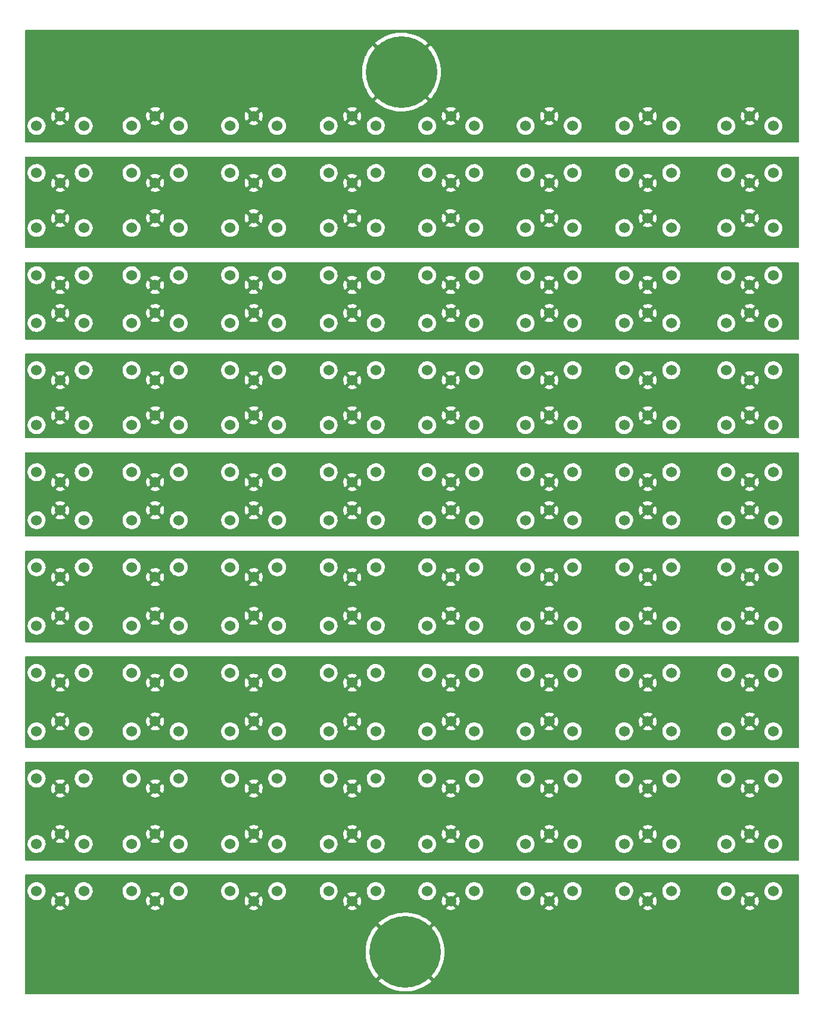
<source format=gbr>
%TF.GenerationSoftware,KiCad,Pcbnew,(5.99.0-10282-g296a9df530)*%
%TF.CreationDate,2021-08-12T07:58:24+00:00*%
%TF.ProjectId,sensorburner,73656e73-6f72-4627-9572-6e65722e6b69,rev?*%
%TF.SameCoordinates,Original*%
%TF.FileFunction,Copper,L1,Top*%
%TF.FilePolarity,Positive*%
%FSLAX46Y46*%
G04 Gerber Fmt 4.6, Leading zero omitted, Abs format (unit mm)*
G04 Created by KiCad (PCBNEW (5.99.0-10282-g296a9df530)) date 2021-08-12 07:58:24*
%MOMM*%
%LPD*%
G01*
G04 APERTURE LIST*
%TA.AperFunction,ComponentPad*%
%ADD10C,1.524000*%
%TD*%
%TA.AperFunction,ComponentPad*%
%ADD11C,10.160000*%
%TD*%
G04 APERTURE END LIST*
D10*
%TO.P,U45,1,B1*%
%TO.N,unconnected-(U45-Pad1)*%
X64847720Y-85652280D03*
%TO.P,U45,2,VH+*%
%TO.N,Net-(U33-Pad5)*%
X61500000Y-84250200D03*
%TO.P,U45,3,B2*%
%TO.N,unconnected-(U45-Pad3)*%
X58152280Y-85652280D03*
%TO.P,U45,4,A2*%
%TO.N,unconnected-(U45-Pad4)*%
X58152280Y-92347720D03*
%TO.P,U45,5,VH-*%
%TO.N,Net-(U41-Pad5)*%
X61500000Y-93749800D03*
%TO.P,U45,6,A1*%
%TO.N,unconnected-(U45-Pad6)*%
X64847720Y-92347720D03*
%TD*%
%TO.P,U24,1,B1*%
%TO.N,unconnected-(U24-Pad1)*%
X107347720Y-42652280D03*
%TO.P,U24,2,VH+*%
%TO.N,Net-(U10-Pad5)*%
X104000000Y-41250200D03*
%TO.P,U24,3,B2*%
%TO.N,unconnected-(U24-Pad3)*%
X100652280Y-42652280D03*
%TO.P,U24,4,A2*%
%TO.N,unconnected-(U24-Pad4)*%
X100652280Y-49347720D03*
%TO.P,U24,5,VH-*%
%TO.N,Net-(U17-Pad5)*%
X104000000Y-50749800D03*
%TO.P,U24,6,A1*%
%TO.N,unconnected-(U24-Pad6)*%
X107347720Y-49347720D03*
%TD*%
%TO.P,U23,1,B1*%
%TO.N,unconnected-(U23-Pad1)*%
X92847720Y-42652280D03*
%TO.P,U23,2,VH+*%
%TO.N,Net-(U10-Pad5)*%
X89500000Y-41250200D03*
%TO.P,U23,3,B2*%
%TO.N,unconnected-(U23-Pad3)*%
X86152280Y-42652280D03*
%TO.P,U23,4,A2*%
%TO.N,unconnected-(U23-Pad4)*%
X86152280Y-49347720D03*
%TO.P,U23,5,VH-*%
%TO.N,Net-(U17-Pad5)*%
X89500000Y-50749800D03*
%TO.P,U23,6,A1*%
%TO.N,unconnected-(U23-Pad6)*%
X92847720Y-49347720D03*
%TD*%
%TO.P,U20,1,B1*%
%TO.N,unconnected-(U20-Pad1)*%
X50847720Y-42652280D03*
%TO.P,U20,2,VH+*%
%TO.N,Net-(U10-Pad5)*%
X47500000Y-41250200D03*
%TO.P,U20,3,B2*%
%TO.N,unconnected-(U20-Pad3)*%
X44152280Y-42652280D03*
%TO.P,U20,4,A2*%
%TO.N,unconnected-(U20-Pad4)*%
X44152280Y-49347720D03*
%TO.P,U20,5,VH-*%
%TO.N,Net-(U17-Pad5)*%
X47500000Y-50749800D03*
%TO.P,U20,6,A1*%
%TO.N,unconnected-(U20-Pad6)*%
X50847720Y-49347720D03*
%TD*%
%TO.P,U28,1,B1*%
%TO.N,unconnected-(U28-Pad1)*%
X50847720Y-57152280D03*
%TO.P,U28,2,VH+*%
%TO.N,Net-(U17-Pad5)*%
X47500000Y-55750200D03*
%TO.P,U28,3,B2*%
%TO.N,unconnected-(U28-Pad3)*%
X44152280Y-57152280D03*
%TO.P,U28,4,A2*%
%TO.N,unconnected-(U28-Pad4)*%
X44152280Y-63847720D03*
%TO.P,U28,5,VH-*%
%TO.N,Net-(U25-Pad5)*%
X47500000Y-65249800D03*
%TO.P,U28,6,A1*%
%TO.N,unconnected-(U28-Pad6)*%
X50847720Y-63847720D03*
%TD*%
D11*
%TO.P,REF\u002A\u002A,1*%
%TO.N,+24V*%
X54500000Y-7000000D03*
%TD*%
D10*
%TO.P,U8,1,B1*%
%TO.N,unconnected-(U8-Pad1)*%
X107347720Y-14652280D03*
%TO.P,U8,2,VH+*%
%TO.N,+24V*%
X104000000Y-13250200D03*
%TO.P,U8,3,B2*%
%TO.N,unconnected-(U8-Pad3)*%
X100652280Y-14652280D03*
%TO.P,U8,4,A2*%
%TO.N,unconnected-(U8-Pad4)*%
X100652280Y-21347720D03*
%TO.P,U8,5,VH-*%
%TO.N,Net-(U1-Pad5)*%
X104000000Y-22749800D03*
%TO.P,U8,6,A1*%
%TO.N,unconnected-(U8-Pad6)*%
X107347720Y-21347720D03*
%TD*%
%TO.P,U16,1,B1*%
%TO.N,unconnected-(U16-Pad1)*%
X107347720Y-29152280D03*
%TO.P,U16,2,VH+*%
%TO.N,Net-(U1-Pad5)*%
X104000000Y-27750200D03*
%TO.P,U16,3,B2*%
%TO.N,unconnected-(U16-Pad3)*%
X100652280Y-29152280D03*
%TO.P,U16,4,A2*%
%TO.N,unconnected-(U16-Pad4)*%
X100652280Y-35847720D03*
%TO.P,U16,5,VH-*%
%TO.N,Net-(U10-Pad5)*%
X104000000Y-37249800D03*
%TO.P,U16,6,A1*%
%TO.N,unconnected-(U16-Pad6)*%
X107347720Y-35847720D03*
%TD*%
%TO.P,U59,1,B1*%
%TO.N,unconnected-(U59-Pad1)*%
X36847720Y-116652280D03*
%TO.P,U59,2,VH+*%
%TO.N,Net-(U49-Pad5)*%
X33500000Y-115250200D03*
%TO.P,U59,3,B2*%
%TO.N,unconnected-(U59-Pad3)*%
X30152280Y-116652280D03*
%TO.P,U59,4,A2*%
%TO.N,unconnected-(U59-Pad4)*%
X30152280Y-123347720D03*
%TO.P,U59,5,VH-*%
%TO.N,GND*%
X33500000Y-124749800D03*
%TO.P,U59,6,A1*%
%TO.N,unconnected-(U59-Pad6)*%
X36847720Y-123347720D03*
%TD*%
%TO.P,U7,1,B1*%
%TO.N,unconnected-(U7-Pad1)*%
X92847720Y-14652280D03*
%TO.P,U7,2,VH+*%
%TO.N,+24V*%
X89500000Y-13250200D03*
%TO.P,U7,3,B2*%
%TO.N,unconnected-(U7-Pad3)*%
X86152280Y-14652280D03*
%TO.P,U7,4,A2*%
%TO.N,unconnected-(U7-Pad4)*%
X86152280Y-21347720D03*
%TO.P,U7,5,VH-*%
%TO.N,Net-(U1-Pad5)*%
X89500000Y-22749800D03*
%TO.P,U7,6,A1*%
%TO.N,unconnected-(U7-Pad6)*%
X92847720Y-21347720D03*
%TD*%
%TO.P,U53,1,B1*%
%TO.N,unconnected-(U53-Pad1)*%
X64847720Y-100652280D03*
%TO.P,U53,2,VH+*%
%TO.N,Net-(U41-Pad5)*%
X61500000Y-99250200D03*
%TO.P,U53,3,B2*%
%TO.N,unconnected-(U53-Pad3)*%
X58152280Y-100652280D03*
%TO.P,U53,4,A2*%
%TO.N,unconnected-(U53-Pad4)*%
X58152280Y-107347720D03*
%TO.P,U53,5,VH-*%
%TO.N,Net-(U49-Pad5)*%
X61500000Y-108749800D03*
%TO.P,U53,6,A1*%
%TO.N,unconnected-(U53-Pad6)*%
X64847720Y-107347720D03*
%TD*%
%TO.P,U51,1,B1*%
%TO.N,unconnected-(U51-Pad1)*%
X36847720Y-100652280D03*
%TO.P,U51,2,VH+*%
%TO.N,Net-(U41-Pad5)*%
X33500000Y-99250200D03*
%TO.P,U51,3,B2*%
%TO.N,unconnected-(U51-Pad3)*%
X30152280Y-100652280D03*
%TO.P,U51,4,A2*%
%TO.N,unconnected-(U51-Pad4)*%
X30152280Y-107347720D03*
%TO.P,U51,5,VH-*%
%TO.N,Net-(U49-Pad5)*%
X33500000Y-108749800D03*
%TO.P,U51,6,A1*%
%TO.N,unconnected-(U51-Pad6)*%
X36847720Y-107347720D03*
%TD*%
%TO.P,U62,1,B1*%
%TO.N,unconnected-(U62-Pad1)*%
X78847720Y-116652280D03*
%TO.P,U62,2,VH+*%
%TO.N,Net-(U49-Pad5)*%
X75500000Y-115250200D03*
%TO.P,U62,3,B2*%
%TO.N,unconnected-(U62-Pad3)*%
X72152280Y-116652280D03*
%TO.P,U62,4,A2*%
%TO.N,unconnected-(U62-Pad4)*%
X72152280Y-123347720D03*
%TO.P,U62,5,VH-*%
%TO.N,GND*%
X75500000Y-124749800D03*
%TO.P,U62,6,A1*%
%TO.N,unconnected-(U62-Pad6)*%
X78847720Y-123347720D03*
%TD*%
%TO.P,U6,1,B1*%
%TO.N,unconnected-(U6-Pad1)*%
X78847720Y-14652280D03*
%TO.P,U6,2,VH+*%
%TO.N,+24V*%
X75500000Y-13250200D03*
%TO.P,U6,3,B2*%
%TO.N,unconnected-(U6-Pad3)*%
X72152280Y-14652280D03*
%TO.P,U6,4,A2*%
%TO.N,unconnected-(U6-Pad4)*%
X72152280Y-21347720D03*
%TO.P,U6,5,VH-*%
%TO.N,Net-(U1-Pad5)*%
X75500000Y-22749800D03*
%TO.P,U6,6,A1*%
%TO.N,unconnected-(U6-Pad6)*%
X78847720Y-21347720D03*
%TD*%
%TO.P,U17,1,B1*%
%TO.N,unconnected-(U17-Pad1)*%
X9347720Y-42652280D03*
%TO.P,U17,2,VH+*%
%TO.N,Net-(U10-Pad5)*%
X6000000Y-41250200D03*
%TO.P,U17,3,B2*%
%TO.N,unconnected-(U17-Pad3)*%
X2652280Y-42652280D03*
%TO.P,U17,4,A2*%
%TO.N,unconnected-(U17-Pad4)*%
X2652280Y-49347720D03*
%TO.P,U17,5,VH-*%
%TO.N,Net-(U17-Pad5)*%
X6000000Y-50749800D03*
%TO.P,U17,6,A1*%
%TO.N,unconnected-(U17-Pad6)*%
X9347720Y-49347720D03*
%TD*%
%TO.P,U22,1,B1*%
%TO.N,unconnected-(U22-Pad1)*%
X78847720Y-42652280D03*
%TO.P,U22,2,VH+*%
%TO.N,Net-(U10-Pad5)*%
X75500000Y-41250200D03*
%TO.P,U22,3,B2*%
%TO.N,unconnected-(U22-Pad3)*%
X72152280Y-42652280D03*
%TO.P,U22,4,A2*%
%TO.N,unconnected-(U22-Pad4)*%
X72152280Y-49347720D03*
%TO.P,U22,5,VH-*%
%TO.N,Net-(U17-Pad5)*%
X75500000Y-50749800D03*
%TO.P,U22,6,A1*%
%TO.N,unconnected-(U22-Pad6)*%
X78847720Y-49347720D03*
%TD*%
%TO.P,U61,1,B1*%
%TO.N,unconnected-(U61-Pad1)*%
X64847720Y-116652280D03*
%TO.P,U61,2,VH+*%
%TO.N,Net-(U49-Pad5)*%
X61500000Y-115250200D03*
%TO.P,U61,3,B2*%
%TO.N,unconnected-(U61-Pad3)*%
X58152280Y-116652280D03*
%TO.P,U61,4,A2*%
%TO.N,unconnected-(U61-Pad4)*%
X58152280Y-123347720D03*
%TO.P,U61,5,VH-*%
%TO.N,GND*%
X61500000Y-124749800D03*
%TO.P,U61,6,A1*%
%TO.N,unconnected-(U61-Pad6)*%
X64847720Y-123347720D03*
%TD*%
%TO.P,U25,1,B1*%
%TO.N,unconnected-(U25-Pad1)*%
X9347720Y-57152280D03*
%TO.P,U25,2,VH+*%
%TO.N,Net-(U17-Pad5)*%
X6000000Y-55750200D03*
%TO.P,U25,3,B2*%
%TO.N,unconnected-(U25-Pad3)*%
X2652280Y-57152280D03*
%TO.P,U25,4,A2*%
%TO.N,unconnected-(U25-Pad4)*%
X2652280Y-63847720D03*
%TO.P,U25,5,VH-*%
%TO.N,Net-(U25-Pad5)*%
X6000000Y-65249800D03*
%TO.P,U25,6,A1*%
%TO.N,unconnected-(U25-Pad6)*%
X9347720Y-63847720D03*
%TD*%
%TO.P,U63,1,B1*%
%TO.N,unconnected-(U63-Pad1)*%
X92847720Y-116652280D03*
%TO.P,U63,2,VH+*%
%TO.N,Net-(U49-Pad5)*%
X89500000Y-115250200D03*
%TO.P,U63,3,B2*%
%TO.N,unconnected-(U63-Pad3)*%
X86152280Y-116652280D03*
%TO.P,U63,4,A2*%
%TO.N,unconnected-(U63-Pad4)*%
X86152280Y-123347720D03*
%TO.P,U63,5,VH-*%
%TO.N,GND*%
X89500000Y-124749800D03*
%TO.P,U63,6,A1*%
%TO.N,unconnected-(U63-Pad6)*%
X92847720Y-123347720D03*
%TD*%
%TO.P,U43,1,B1*%
%TO.N,unconnected-(U43-Pad1)*%
X36847720Y-85652280D03*
%TO.P,U43,2,VH+*%
%TO.N,Net-(U33-Pad5)*%
X33500000Y-84250200D03*
%TO.P,U43,3,B2*%
%TO.N,unconnected-(U43-Pad3)*%
X30152280Y-85652280D03*
%TO.P,U43,4,A2*%
%TO.N,unconnected-(U43-Pad4)*%
X30152280Y-92347720D03*
%TO.P,U43,5,VH-*%
%TO.N,Net-(U41-Pad5)*%
X33500000Y-93749800D03*
%TO.P,U43,6,A1*%
%TO.N,unconnected-(U43-Pad6)*%
X36847720Y-92347720D03*
%TD*%
%TO.P,U49,1,B1*%
%TO.N,unconnected-(U49-Pad1)*%
X9347720Y-100652280D03*
%TO.P,U49,2,VH+*%
%TO.N,Net-(U41-Pad5)*%
X6000000Y-99250200D03*
%TO.P,U49,3,B2*%
%TO.N,unconnected-(U49-Pad3)*%
X2652280Y-100652280D03*
%TO.P,U49,4,A2*%
%TO.N,unconnected-(U49-Pad4)*%
X2652280Y-107347720D03*
%TO.P,U49,5,VH-*%
%TO.N,Net-(U49-Pad5)*%
X6000000Y-108749800D03*
%TO.P,U49,6,A1*%
%TO.N,unconnected-(U49-Pad6)*%
X9347720Y-107347720D03*
%TD*%
%TO.P,U14,1,B1*%
%TO.N,unconnected-(U14-Pad1)*%
X78847720Y-29152280D03*
%TO.P,U14,2,VH+*%
%TO.N,Net-(U1-Pad5)*%
X75500000Y-27750200D03*
%TO.P,U14,3,B2*%
%TO.N,unconnected-(U14-Pad3)*%
X72152280Y-29152280D03*
%TO.P,U14,4,A2*%
%TO.N,unconnected-(U14-Pad4)*%
X72152280Y-35847720D03*
%TO.P,U14,5,VH-*%
%TO.N,Net-(U10-Pad5)*%
X75500000Y-37249800D03*
%TO.P,U14,6,A1*%
%TO.N,unconnected-(U14-Pad6)*%
X78847720Y-35847720D03*
%TD*%
%TO.P,U44,1,B1*%
%TO.N,unconnected-(U44-Pad1)*%
X50847720Y-85652280D03*
%TO.P,U44,2,VH+*%
%TO.N,Net-(U33-Pad5)*%
X47500000Y-84250200D03*
%TO.P,U44,3,B2*%
%TO.N,unconnected-(U44-Pad3)*%
X44152280Y-85652280D03*
%TO.P,U44,4,A2*%
%TO.N,unconnected-(U44-Pad4)*%
X44152280Y-92347720D03*
%TO.P,U44,5,VH-*%
%TO.N,Net-(U41-Pad5)*%
X47500000Y-93749800D03*
%TO.P,U44,6,A1*%
%TO.N,unconnected-(U44-Pad6)*%
X50847720Y-92347720D03*
%TD*%
%TO.P,U48,1,B1*%
%TO.N,unconnected-(U48-Pad1)*%
X107347720Y-85652280D03*
%TO.P,U48,2,VH+*%
%TO.N,Net-(U33-Pad5)*%
X104000000Y-84250200D03*
%TO.P,U48,3,B2*%
%TO.N,unconnected-(U48-Pad3)*%
X100652280Y-85652280D03*
%TO.P,U48,4,A2*%
%TO.N,unconnected-(U48-Pad4)*%
X100652280Y-92347720D03*
%TO.P,U48,5,VH-*%
%TO.N,Net-(U41-Pad5)*%
X104000000Y-93749800D03*
%TO.P,U48,6,A1*%
%TO.N,unconnected-(U48-Pad6)*%
X107347720Y-92347720D03*
%TD*%
%TO.P,U30,1,B1*%
%TO.N,unconnected-(U30-Pad1)*%
X78847720Y-57152280D03*
%TO.P,U30,2,VH+*%
%TO.N,Net-(U17-Pad5)*%
X75500000Y-55750200D03*
%TO.P,U30,3,B2*%
%TO.N,unconnected-(U30-Pad3)*%
X72152280Y-57152280D03*
%TO.P,U30,4,A2*%
%TO.N,unconnected-(U30-Pad4)*%
X72152280Y-63847720D03*
%TO.P,U30,5,VH-*%
%TO.N,Net-(U25-Pad5)*%
X75500000Y-65249800D03*
%TO.P,U30,6,A1*%
%TO.N,unconnected-(U30-Pad6)*%
X78847720Y-63847720D03*
%TD*%
%TO.P,U11,1,B1*%
%TO.N,unconnected-(U11-Pad1)*%
X36847720Y-29152280D03*
%TO.P,U11,2,VH+*%
%TO.N,Net-(U1-Pad5)*%
X33500000Y-27750200D03*
%TO.P,U11,3,B2*%
%TO.N,unconnected-(U11-Pad3)*%
X30152280Y-29152280D03*
%TO.P,U11,4,A2*%
%TO.N,unconnected-(U11-Pad4)*%
X30152280Y-35847720D03*
%TO.P,U11,5,VH-*%
%TO.N,Net-(U10-Pad5)*%
X33500000Y-37249800D03*
%TO.P,U11,6,A1*%
%TO.N,unconnected-(U11-Pad6)*%
X36847720Y-35847720D03*
%TD*%
%TO.P,U46,1,B1*%
%TO.N,unconnected-(U46-Pad1)*%
X78847720Y-85652280D03*
%TO.P,U46,2,VH+*%
%TO.N,Net-(U33-Pad5)*%
X75500000Y-84250200D03*
%TO.P,U46,3,B2*%
%TO.N,unconnected-(U46-Pad3)*%
X72152280Y-85652280D03*
%TO.P,U46,4,A2*%
%TO.N,unconnected-(U46-Pad4)*%
X72152280Y-92347720D03*
%TO.P,U46,5,VH-*%
%TO.N,Net-(U41-Pad5)*%
X75500000Y-93749800D03*
%TO.P,U46,6,A1*%
%TO.N,unconnected-(U46-Pad6)*%
X78847720Y-92347720D03*
%TD*%
%TO.P,U39,1,B1*%
%TO.N,unconnected-(U39-Pad1)*%
X92847720Y-70652280D03*
%TO.P,U39,2,VH+*%
%TO.N,Net-(U25-Pad5)*%
X89500000Y-69250200D03*
%TO.P,U39,3,B2*%
%TO.N,unconnected-(U39-Pad3)*%
X86152280Y-70652280D03*
%TO.P,U39,4,A2*%
%TO.N,unconnected-(U39-Pad4)*%
X86152280Y-77347720D03*
%TO.P,U39,5,VH-*%
%TO.N,Net-(U33-Pad5)*%
X89500000Y-78749800D03*
%TO.P,U39,6,A1*%
%TO.N,unconnected-(U39-Pad6)*%
X92847720Y-77347720D03*
%TD*%
%TO.P,U42,1,B1*%
%TO.N,unconnected-(U42-Pad1)*%
X22847720Y-85652280D03*
%TO.P,U42,2,VH+*%
%TO.N,Net-(U33-Pad5)*%
X19500000Y-84250200D03*
%TO.P,U42,3,B2*%
%TO.N,unconnected-(U42-Pad3)*%
X16152280Y-85652280D03*
%TO.P,U42,4,A2*%
%TO.N,unconnected-(U42-Pad4)*%
X16152280Y-92347720D03*
%TO.P,U42,5,VH-*%
%TO.N,Net-(U41-Pad5)*%
X19500000Y-93749800D03*
%TO.P,U42,6,A1*%
%TO.N,unconnected-(U42-Pad6)*%
X22847720Y-92347720D03*
%TD*%
%TO.P,U38,1,B1*%
%TO.N,unconnected-(U38-Pad1)*%
X78847720Y-70652280D03*
%TO.P,U38,2,VH+*%
%TO.N,Net-(U25-Pad5)*%
X75500000Y-69250200D03*
%TO.P,U38,3,B2*%
%TO.N,unconnected-(U38-Pad3)*%
X72152280Y-70652280D03*
%TO.P,U38,4,A2*%
%TO.N,unconnected-(U38-Pad4)*%
X72152280Y-77347720D03*
%TO.P,U38,5,VH-*%
%TO.N,Net-(U33-Pad5)*%
X75500000Y-78749800D03*
%TO.P,U38,6,A1*%
%TO.N,unconnected-(U38-Pad6)*%
X78847720Y-77347720D03*
%TD*%
%TO.P,U58,1,B1*%
%TO.N,unconnected-(U58-Pad1)*%
X22847720Y-116652280D03*
%TO.P,U58,2,VH+*%
%TO.N,Net-(U49-Pad5)*%
X19500000Y-115250200D03*
%TO.P,U58,3,B2*%
%TO.N,unconnected-(U58-Pad3)*%
X16152280Y-116652280D03*
%TO.P,U58,4,A2*%
%TO.N,unconnected-(U58-Pad4)*%
X16152280Y-123347720D03*
%TO.P,U58,5,VH-*%
%TO.N,GND*%
X19500000Y-124749800D03*
%TO.P,U58,6,A1*%
%TO.N,unconnected-(U58-Pad6)*%
X22847720Y-123347720D03*
%TD*%
%TO.P,U5,1,B1*%
%TO.N,unconnected-(U5-Pad1)*%
X64847720Y-14652280D03*
%TO.P,U5,2,VH+*%
%TO.N,+24V*%
X61500000Y-13250200D03*
%TO.P,U5,3,B2*%
%TO.N,unconnected-(U5-Pad3)*%
X58152280Y-14652280D03*
%TO.P,U5,4,A2*%
%TO.N,unconnected-(U5-Pad4)*%
X58152280Y-21347720D03*
%TO.P,U5,5,VH-*%
%TO.N,Net-(U1-Pad5)*%
X61500000Y-22749800D03*
%TO.P,U5,6,A1*%
%TO.N,unconnected-(U5-Pad6)*%
X64847720Y-21347720D03*
%TD*%
%TO.P,U50,1,B1*%
%TO.N,unconnected-(U50-Pad1)*%
X22847720Y-100652280D03*
%TO.P,U50,2,VH+*%
%TO.N,Net-(U41-Pad5)*%
X19500000Y-99250200D03*
%TO.P,U50,3,B2*%
%TO.N,unconnected-(U50-Pad3)*%
X16152280Y-100652280D03*
%TO.P,U50,4,A2*%
%TO.N,unconnected-(U50-Pad4)*%
X16152280Y-107347720D03*
%TO.P,U50,5,VH-*%
%TO.N,Net-(U49-Pad5)*%
X19500000Y-108749800D03*
%TO.P,U50,6,A1*%
%TO.N,unconnected-(U50-Pad6)*%
X22847720Y-107347720D03*
%TD*%
%TO.P,U19,1,B1*%
%TO.N,unconnected-(U19-Pad1)*%
X36847720Y-42652280D03*
%TO.P,U19,2,VH+*%
%TO.N,Net-(U10-Pad5)*%
X33500000Y-41250200D03*
%TO.P,U19,3,B2*%
%TO.N,unconnected-(U19-Pad3)*%
X30152280Y-42652280D03*
%TO.P,U19,4,A2*%
%TO.N,unconnected-(U19-Pad4)*%
X30152280Y-49347720D03*
%TO.P,U19,5,VH-*%
%TO.N,Net-(U17-Pad5)*%
X33500000Y-50749800D03*
%TO.P,U19,6,A1*%
%TO.N,unconnected-(U19-Pad6)*%
X36847720Y-49347720D03*
%TD*%
%TO.P,U21,1,B1*%
%TO.N,unconnected-(U21-Pad1)*%
X64847720Y-42652280D03*
%TO.P,U21,2,VH+*%
%TO.N,Net-(U10-Pad5)*%
X61500000Y-41250200D03*
%TO.P,U21,3,B2*%
%TO.N,unconnected-(U21-Pad3)*%
X58152280Y-42652280D03*
%TO.P,U21,4,A2*%
%TO.N,unconnected-(U21-Pad4)*%
X58152280Y-49347720D03*
%TO.P,U21,5,VH-*%
%TO.N,Net-(U17-Pad5)*%
X61500000Y-50749800D03*
%TO.P,U21,6,A1*%
%TO.N,unconnected-(U21-Pad6)*%
X64847720Y-49347720D03*
%TD*%
%TO.P,U56,1,B1*%
%TO.N,unconnected-(U56-Pad1)*%
X107347720Y-100652280D03*
%TO.P,U56,2,VH+*%
%TO.N,Net-(U41-Pad5)*%
X104000000Y-99250200D03*
%TO.P,U56,3,B2*%
%TO.N,unconnected-(U56-Pad3)*%
X100652280Y-100652280D03*
%TO.P,U56,4,A2*%
%TO.N,unconnected-(U56-Pad4)*%
X100652280Y-107347720D03*
%TO.P,U56,5,VH-*%
%TO.N,Net-(U49-Pad5)*%
X104000000Y-108749800D03*
%TO.P,U56,6,A1*%
%TO.N,unconnected-(U56-Pad6)*%
X107347720Y-107347720D03*
%TD*%
%TO.P,U35,1,B1*%
%TO.N,unconnected-(U35-Pad1)*%
X36847720Y-70652280D03*
%TO.P,U35,2,VH+*%
%TO.N,Net-(U25-Pad5)*%
X33500000Y-69250200D03*
%TO.P,U35,3,B2*%
%TO.N,unconnected-(U35-Pad3)*%
X30152280Y-70652280D03*
%TO.P,U35,4,A2*%
%TO.N,unconnected-(U35-Pad4)*%
X30152280Y-77347720D03*
%TO.P,U35,5,VH-*%
%TO.N,Net-(U33-Pad5)*%
X33500000Y-78749800D03*
%TO.P,U35,6,A1*%
%TO.N,unconnected-(U35-Pad6)*%
X36847720Y-77347720D03*
%TD*%
%TO.P,U9,1,B1*%
%TO.N,unconnected-(U9-Pad1)*%
X9347720Y-29152280D03*
%TO.P,U9,2,VH+*%
%TO.N,Net-(U1-Pad5)*%
X6000000Y-27750200D03*
%TO.P,U9,3,B2*%
%TO.N,unconnected-(U9-Pad3)*%
X2652280Y-29152280D03*
%TO.P,U9,4,A2*%
%TO.N,unconnected-(U9-Pad4)*%
X2652280Y-35847720D03*
%TO.P,U9,5,VH-*%
%TO.N,Net-(U10-Pad5)*%
X6000000Y-37249800D03*
%TO.P,U9,6,A1*%
%TO.N,unconnected-(U9-Pad6)*%
X9347720Y-35847720D03*
%TD*%
%TO.P,U57,1,B1*%
%TO.N,unconnected-(U57-Pad1)*%
X9347720Y-116652280D03*
%TO.P,U57,2,VH+*%
%TO.N,Net-(U49-Pad5)*%
X6000000Y-115250200D03*
%TO.P,U57,3,B2*%
%TO.N,unconnected-(U57-Pad3)*%
X2652280Y-116652280D03*
%TO.P,U57,4,A2*%
%TO.N,unconnected-(U57-Pad4)*%
X2652280Y-123347720D03*
%TO.P,U57,5,VH-*%
%TO.N,GND*%
X6000000Y-124749800D03*
%TO.P,U57,6,A1*%
%TO.N,unconnected-(U57-Pad6)*%
X9347720Y-123347720D03*
%TD*%
%TO.P,U15,1,B1*%
%TO.N,unconnected-(U15-Pad1)*%
X92847720Y-29152280D03*
%TO.P,U15,2,VH+*%
%TO.N,Net-(U1-Pad5)*%
X89500000Y-27750200D03*
%TO.P,U15,3,B2*%
%TO.N,unconnected-(U15-Pad3)*%
X86152280Y-29152280D03*
%TO.P,U15,4,A2*%
%TO.N,unconnected-(U15-Pad4)*%
X86152280Y-35847720D03*
%TO.P,U15,5,VH-*%
%TO.N,Net-(U10-Pad5)*%
X89500000Y-37249800D03*
%TO.P,U15,6,A1*%
%TO.N,unconnected-(U15-Pad6)*%
X92847720Y-35847720D03*
%TD*%
%TO.P,U54,1,B1*%
%TO.N,unconnected-(U54-Pad1)*%
X78847720Y-100652280D03*
%TO.P,U54,2,VH+*%
%TO.N,Net-(U41-Pad5)*%
X75500000Y-99250200D03*
%TO.P,U54,3,B2*%
%TO.N,unconnected-(U54-Pad3)*%
X72152280Y-100652280D03*
%TO.P,U54,4,A2*%
%TO.N,unconnected-(U54-Pad4)*%
X72152280Y-107347720D03*
%TO.P,U54,5,VH-*%
%TO.N,Net-(U49-Pad5)*%
X75500000Y-108749800D03*
%TO.P,U54,6,A1*%
%TO.N,unconnected-(U54-Pad6)*%
X78847720Y-107347720D03*
%TD*%
%TO.P,U13,1,B1*%
%TO.N,unconnected-(U13-Pad1)*%
X64847720Y-29152280D03*
%TO.P,U13,2,VH+*%
%TO.N,Net-(U1-Pad5)*%
X61500000Y-27750200D03*
%TO.P,U13,3,B2*%
%TO.N,unconnected-(U13-Pad3)*%
X58152280Y-29152280D03*
%TO.P,U13,4,A2*%
%TO.N,unconnected-(U13-Pad4)*%
X58152280Y-35847720D03*
%TO.P,U13,5,VH-*%
%TO.N,Net-(U10-Pad5)*%
X61500000Y-37249800D03*
%TO.P,U13,6,A1*%
%TO.N,unconnected-(U13-Pad6)*%
X64847720Y-35847720D03*
%TD*%
%TO.P,U52,1,B1*%
%TO.N,unconnected-(U52-Pad1)*%
X50847720Y-100652280D03*
%TO.P,U52,2,VH+*%
%TO.N,Net-(U41-Pad5)*%
X47500000Y-99250200D03*
%TO.P,U52,3,B2*%
%TO.N,unconnected-(U52-Pad3)*%
X44152280Y-100652280D03*
%TO.P,U52,4,A2*%
%TO.N,unconnected-(U52-Pad4)*%
X44152280Y-107347720D03*
%TO.P,U52,5,VH-*%
%TO.N,Net-(U49-Pad5)*%
X47500000Y-108749800D03*
%TO.P,U52,6,A1*%
%TO.N,unconnected-(U52-Pad6)*%
X50847720Y-107347720D03*
%TD*%
%TO.P,U27,1,B1*%
%TO.N,unconnected-(U27-Pad1)*%
X36847720Y-57152280D03*
%TO.P,U27,2,VH+*%
%TO.N,Net-(U17-Pad5)*%
X33500000Y-55750200D03*
%TO.P,U27,3,B2*%
%TO.N,unconnected-(U27-Pad3)*%
X30152280Y-57152280D03*
%TO.P,U27,4,A2*%
%TO.N,unconnected-(U27-Pad4)*%
X30152280Y-63847720D03*
%TO.P,U27,5,VH-*%
%TO.N,Net-(U25-Pad5)*%
X33500000Y-65249800D03*
%TO.P,U27,6,A1*%
%TO.N,unconnected-(U27-Pad6)*%
X36847720Y-63847720D03*
%TD*%
%TO.P,U55,1,B1*%
%TO.N,unconnected-(U55-Pad1)*%
X92847720Y-100652280D03*
%TO.P,U55,2,VH+*%
%TO.N,Net-(U41-Pad5)*%
X89500000Y-99250200D03*
%TO.P,U55,3,B2*%
%TO.N,unconnected-(U55-Pad3)*%
X86152280Y-100652280D03*
%TO.P,U55,4,A2*%
%TO.N,unconnected-(U55-Pad4)*%
X86152280Y-107347720D03*
%TO.P,U55,5,VH-*%
%TO.N,Net-(U49-Pad5)*%
X89500000Y-108749800D03*
%TO.P,U55,6,A1*%
%TO.N,unconnected-(U55-Pad6)*%
X92847720Y-107347720D03*
%TD*%
%TO.P,U2,1,B1*%
%TO.N,unconnected-(U2-Pad1)*%
X22847720Y-14652280D03*
%TO.P,U2,2,VH+*%
%TO.N,+24V*%
X19500000Y-13250200D03*
%TO.P,U2,3,B2*%
%TO.N,unconnected-(U2-Pad3)*%
X16152280Y-14652280D03*
%TO.P,U2,4,A2*%
%TO.N,unconnected-(U2-Pad4)*%
X16152280Y-21347720D03*
%TO.P,U2,5,VH-*%
%TO.N,Net-(U1-Pad5)*%
X19500000Y-22749800D03*
%TO.P,U2,6,A1*%
%TO.N,unconnected-(U2-Pad6)*%
X22847720Y-21347720D03*
%TD*%
%TO.P,U33,1,B1*%
%TO.N,unconnected-(U33-Pad1)*%
X9347720Y-70652280D03*
%TO.P,U33,2,VH+*%
%TO.N,Net-(U25-Pad5)*%
X6000000Y-69250200D03*
%TO.P,U33,3,B2*%
%TO.N,unconnected-(U33-Pad3)*%
X2652280Y-70652280D03*
%TO.P,U33,4,A2*%
%TO.N,unconnected-(U33-Pad4)*%
X2652280Y-77347720D03*
%TO.P,U33,5,VH-*%
%TO.N,Net-(U33-Pad5)*%
X6000000Y-78749800D03*
%TO.P,U33,6,A1*%
%TO.N,unconnected-(U33-Pad6)*%
X9347720Y-77347720D03*
%TD*%
%TO.P,U36,1,B1*%
%TO.N,unconnected-(U36-Pad1)*%
X50847720Y-70652280D03*
%TO.P,U36,2,VH+*%
%TO.N,Net-(U25-Pad5)*%
X47500000Y-69250200D03*
%TO.P,U36,3,B2*%
%TO.N,unconnected-(U36-Pad3)*%
X44152280Y-70652280D03*
%TO.P,U36,4,A2*%
%TO.N,unconnected-(U36-Pad4)*%
X44152280Y-77347720D03*
%TO.P,U36,5,VH-*%
%TO.N,Net-(U33-Pad5)*%
X47500000Y-78749800D03*
%TO.P,U36,6,A1*%
%TO.N,unconnected-(U36-Pad6)*%
X50847720Y-77347720D03*
%TD*%
%TO.P,U40,1,B1*%
%TO.N,unconnected-(U40-Pad1)*%
X107347720Y-70652280D03*
%TO.P,U40,2,VH+*%
%TO.N,Net-(U25-Pad5)*%
X104000000Y-69250200D03*
%TO.P,U40,3,B2*%
%TO.N,unconnected-(U40-Pad3)*%
X100652280Y-70652280D03*
%TO.P,U40,4,A2*%
%TO.N,unconnected-(U40-Pad4)*%
X100652280Y-77347720D03*
%TO.P,U40,5,VH-*%
%TO.N,Net-(U33-Pad5)*%
X104000000Y-78749800D03*
%TO.P,U40,6,A1*%
%TO.N,unconnected-(U40-Pad6)*%
X107347720Y-77347720D03*
%TD*%
%TO.P,U34,1,B1*%
%TO.N,unconnected-(U34-Pad1)*%
X22847720Y-70652280D03*
%TO.P,U34,2,VH+*%
%TO.N,Net-(U25-Pad5)*%
X19500000Y-69250200D03*
%TO.P,U34,3,B2*%
%TO.N,unconnected-(U34-Pad3)*%
X16152280Y-70652280D03*
%TO.P,U34,4,A2*%
%TO.N,unconnected-(U34-Pad4)*%
X16152280Y-77347720D03*
%TO.P,U34,5,VH-*%
%TO.N,Net-(U33-Pad5)*%
X19500000Y-78749800D03*
%TO.P,U34,6,A1*%
%TO.N,unconnected-(U34-Pad6)*%
X22847720Y-77347720D03*
%TD*%
%TO.P,U41,1,B1*%
%TO.N,unconnected-(U41-Pad1)*%
X9347720Y-85652280D03*
%TO.P,U41,2,VH+*%
%TO.N,Net-(U33-Pad5)*%
X6000000Y-84250200D03*
%TO.P,U41,3,B2*%
%TO.N,unconnected-(U41-Pad3)*%
X2652280Y-85652280D03*
%TO.P,U41,4,A2*%
%TO.N,unconnected-(U41-Pad4)*%
X2652280Y-92347720D03*
%TO.P,U41,5,VH-*%
%TO.N,Net-(U41-Pad5)*%
X6000000Y-93749800D03*
%TO.P,U41,6,A1*%
%TO.N,unconnected-(U41-Pad6)*%
X9347720Y-92347720D03*
%TD*%
%TO.P,U37,1,B1*%
%TO.N,unconnected-(U37-Pad1)*%
X64847720Y-70652280D03*
%TO.P,U37,2,VH+*%
%TO.N,Net-(U25-Pad5)*%
X61500000Y-69250200D03*
%TO.P,U37,3,B2*%
%TO.N,unconnected-(U37-Pad3)*%
X58152280Y-70652280D03*
%TO.P,U37,4,A2*%
%TO.N,unconnected-(U37-Pad4)*%
X58152280Y-77347720D03*
%TO.P,U37,5,VH-*%
%TO.N,Net-(U33-Pad5)*%
X61500000Y-78749800D03*
%TO.P,U37,6,A1*%
%TO.N,unconnected-(U37-Pad6)*%
X64847720Y-77347720D03*
%TD*%
%TO.P,U31,1,B1*%
%TO.N,unconnected-(U31-Pad1)*%
X92847720Y-57152280D03*
%TO.P,U31,2,VH+*%
%TO.N,Net-(U17-Pad5)*%
X89500000Y-55750200D03*
%TO.P,U31,3,B2*%
%TO.N,unconnected-(U31-Pad3)*%
X86152280Y-57152280D03*
%TO.P,U31,4,A2*%
%TO.N,unconnected-(U31-Pad4)*%
X86152280Y-63847720D03*
%TO.P,U31,5,VH-*%
%TO.N,Net-(U25-Pad5)*%
X89500000Y-65249800D03*
%TO.P,U31,6,A1*%
%TO.N,unconnected-(U31-Pad6)*%
X92847720Y-63847720D03*
%TD*%
%TO.P,U64,1,B1*%
%TO.N,unconnected-(U64-Pad1)*%
X107347720Y-116652280D03*
%TO.P,U64,2,VH+*%
%TO.N,Net-(U49-Pad5)*%
X104000000Y-115250200D03*
%TO.P,U64,3,B2*%
%TO.N,unconnected-(U64-Pad3)*%
X100652280Y-116652280D03*
%TO.P,U64,4,A2*%
%TO.N,unconnected-(U64-Pad4)*%
X100652280Y-123347720D03*
%TO.P,U64,5,VH-*%
%TO.N,GND*%
X104000000Y-124749800D03*
%TO.P,U64,6,A1*%
%TO.N,unconnected-(U64-Pad6)*%
X107347720Y-123347720D03*
%TD*%
%TO.P,U4,1,B1*%
%TO.N,unconnected-(U4-Pad1)*%
X50847720Y-14652280D03*
%TO.P,U4,2,VH+*%
%TO.N,+24V*%
X47500000Y-13250200D03*
%TO.P,U4,3,B2*%
%TO.N,unconnected-(U4-Pad3)*%
X44152280Y-14652280D03*
%TO.P,U4,4,A2*%
%TO.N,unconnected-(U4-Pad4)*%
X44152280Y-21347720D03*
%TO.P,U4,5,VH-*%
%TO.N,Net-(U1-Pad5)*%
X47500000Y-22749800D03*
%TO.P,U4,6,A1*%
%TO.N,unconnected-(U4-Pad6)*%
X50847720Y-21347720D03*
%TD*%
%TO.P,U1,1,B1*%
%TO.N,unconnected-(U1-Pad1)*%
X9347720Y-14652280D03*
%TO.P,U1,2,VH+*%
%TO.N,+24V*%
X6000000Y-13250200D03*
%TO.P,U1,3,B2*%
%TO.N,unconnected-(U1-Pad3)*%
X2652280Y-14652280D03*
%TO.P,U1,4,A2*%
%TO.N,unconnected-(U1-Pad4)*%
X2652280Y-21347720D03*
%TO.P,U1,5,VH-*%
%TO.N,Net-(U1-Pad5)*%
X6000000Y-22749800D03*
%TO.P,U1,6,A1*%
%TO.N,unconnected-(U1-Pad6)*%
X9347720Y-21347720D03*
%TD*%
%TO.P,U29,1,B1*%
%TO.N,unconnected-(U29-Pad1)*%
X64847720Y-57152280D03*
%TO.P,U29,2,VH+*%
%TO.N,Net-(U17-Pad5)*%
X61500000Y-55750200D03*
%TO.P,U29,3,B2*%
%TO.N,unconnected-(U29-Pad3)*%
X58152280Y-57152280D03*
%TO.P,U29,4,A2*%
%TO.N,unconnected-(U29-Pad4)*%
X58152280Y-63847720D03*
%TO.P,U29,5,VH-*%
%TO.N,Net-(U25-Pad5)*%
X61500000Y-65249800D03*
%TO.P,U29,6,A1*%
%TO.N,unconnected-(U29-Pad6)*%
X64847720Y-63847720D03*
%TD*%
%TO.P,U26,1,B1*%
%TO.N,unconnected-(U26-Pad1)*%
X22847720Y-57152280D03*
%TO.P,U26,2,VH+*%
%TO.N,Net-(U17-Pad5)*%
X19500000Y-55750200D03*
%TO.P,U26,3,B2*%
%TO.N,unconnected-(U26-Pad3)*%
X16152280Y-57152280D03*
%TO.P,U26,4,A2*%
%TO.N,unconnected-(U26-Pad4)*%
X16152280Y-63847720D03*
%TO.P,U26,5,VH-*%
%TO.N,Net-(U25-Pad5)*%
X19500000Y-65249800D03*
%TO.P,U26,6,A1*%
%TO.N,unconnected-(U26-Pad6)*%
X22847720Y-63847720D03*
%TD*%
%TO.P,U10,1,B1*%
%TO.N,unconnected-(U10-Pad1)*%
X22847720Y-29152280D03*
%TO.P,U10,2,VH+*%
%TO.N,Net-(U1-Pad5)*%
X19500000Y-27750200D03*
%TO.P,U10,3,B2*%
%TO.N,unconnected-(U10-Pad3)*%
X16152280Y-29152280D03*
%TO.P,U10,4,A2*%
%TO.N,unconnected-(U10-Pad4)*%
X16152280Y-35847720D03*
%TO.P,U10,5,VH-*%
%TO.N,Net-(U10-Pad5)*%
X19500000Y-37249800D03*
%TO.P,U10,6,A1*%
%TO.N,unconnected-(U10-Pad6)*%
X22847720Y-35847720D03*
%TD*%
%TO.P,U60,1,B1*%
%TO.N,unconnected-(U60-Pad1)*%
X50847720Y-116652280D03*
%TO.P,U60,2,VH+*%
%TO.N,Net-(U49-Pad5)*%
X47500000Y-115250200D03*
%TO.P,U60,3,B2*%
%TO.N,unconnected-(U60-Pad3)*%
X44152280Y-116652280D03*
%TO.P,U60,4,A2*%
%TO.N,unconnected-(U60-Pad4)*%
X44152280Y-123347720D03*
%TO.P,U60,5,VH-*%
%TO.N,GND*%
X47500000Y-124749800D03*
%TO.P,U60,6,A1*%
%TO.N,unconnected-(U60-Pad6)*%
X50847720Y-123347720D03*
%TD*%
%TO.P,U12,1,B1*%
%TO.N,unconnected-(U12-Pad1)*%
X50847720Y-29152280D03*
%TO.P,U12,2,VH+*%
%TO.N,Net-(U1-Pad5)*%
X47500000Y-27750200D03*
%TO.P,U12,3,B2*%
%TO.N,unconnected-(U12-Pad3)*%
X44152280Y-29152280D03*
%TO.P,U12,4,A2*%
%TO.N,unconnected-(U12-Pad4)*%
X44152280Y-35847720D03*
%TO.P,U12,5,VH-*%
%TO.N,Net-(U10-Pad5)*%
X47500000Y-37249800D03*
%TO.P,U12,6,A1*%
%TO.N,unconnected-(U12-Pad6)*%
X50847720Y-35847720D03*
%TD*%
%TO.P,U3,1,B1*%
%TO.N,unconnected-(U3-Pad1)*%
X36847720Y-14652280D03*
%TO.P,U3,2,VH+*%
%TO.N,+24V*%
X33500000Y-13250200D03*
%TO.P,U3,3,B2*%
%TO.N,unconnected-(U3-Pad3)*%
X30152280Y-14652280D03*
%TO.P,U3,4,A2*%
%TO.N,unconnected-(U3-Pad4)*%
X30152280Y-21347720D03*
%TO.P,U3,5,VH-*%
%TO.N,Net-(U1-Pad5)*%
X33500000Y-22749800D03*
%TO.P,U3,6,A1*%
%TO.N,unconnected-(U3-Pad6)*%
X36847720Y-21347720D03*
%TD*%
%TO.P,U32,1,B1*%
%TO.N,unconnected-(U32-Pad1)*%
X107347720Y-57152280D03*
%TO.P,U32,2,VH+*%
%TO.N,Net-(U17-Pad5)*%
X104000000Y-55750200D03*
%TO.P,U32,3,B2*%
%TO.N,unconnected-(U32-Pad3)*%
X100652280Y-57152280D03*
%TO.P,U32,4,A2*%
%TO.N,unconnected-(U32-Pad4)*%
X100652280Y-63847720D03*
%TO.P,U32,5,VH-*%
%TO.N,Net-(U25-Pad5)*%
X104000000Y-65249800D03*
%TO.P,U32,6,A1*%
%TO.N,unconnected-(U32-Pad6)*%
X107347720Y-63847720D03*
%TD*%
D11*
%TO.P,REF\u002A\u002A,1*%
%TO.N,GND*%
X55000000Y-132000000D03*
%TD*%
D10*
%TO.P,U47,1,B1*%
%TO.N,unconnected-(U47-Pad1)*%
X92847720Y-85652280D03*
%TO.P,U47,2,VH+*%
%TO.N,Net-(U33-Pad5)*%
X89500000Y-84250200D03*
%TO.P,U47,3,B2*%
%TO.N,unconnected-(U47-Pad3)*%
X86152280Y-85652280D03*
%TO.P,U47,4,A2*%
%TO.N,unconnected-(U47-Pad4)*%
X86152280Y-92347720D03*
%TO.P,U47,5,VH-*%
%TO.N,Net-(U41-Pad5)*%
X89500000Y-93749800D03*
%TO.P,U47,6,A1*%
%TO.N,unconnected-(U47-Pad6)*%
X92847720Y-92347720D03*
%TD*%
%TO.P,U18,1,B1*%
%TO.N,unconnected-(U18-Pad1)*%
X22847720Y-42652280D03*
%TO.P,U18,2,VH+*%
%TO.N,Net-(U10-Pad5)*%
X19500000Y-41250200D03*
%TO.P,U18,3,B2*%
%TO.N,unconnected-(U18-Pad3)*%
X16152280Y-42652280D03*
%TO.P,U18,4,A2*%
%TO.N,unconnected-(U18-Pad4)*%
X16152280Y-49347720D03*
%TO.P,U18,5,VH-*%
%TO.N,Net-(U17-Pad5)*%
X19500000Y-50749800D03*
%TO.P,U18,6,A1*%
%TO.N,unconnected-(U18-Pad6)*%
X22847720Y-49347720D03*
%TD*%
%TA.AperFunction,Conductor*%
%TO.N,Net-(U33-Pad5)*%
G36*
X110942121Y-75020002D02*
G01*
X110988614Y-75073658D01*
X111000000Y-75126000D01*
X111000000Y-87874000D01*
X110979998Y-87942121D01*
X110926342Y-87988614D01*
X110874000Y-88000000D01*
X1126000Y-88000000D01*
X1057879Y-87979998D01*
X1011386Y-87926342D01*
X1000000Y-87874000D01*
X1000000Y-85732369D01*
X1379297Y-85732369D01*
X1413598Y-85956529D01*
X1487053Y-86171073D01*
X1597339Y-86369217D01*
X1740970Y-86544701D01*
X1745233Y-86548342D01*
X1745238Y-86548347D01*
X1894308Y-86675664D01*
X1913407Y-86691976D01*
X2011303Y-86749181D01*
X2104352Y-86803555D01*
X2104355Y-86803556D01*
X2109199Y-86806387D01*
X2114469Y-86808316D01*
X2114470Y-86808316D01*
X2316892Y-86882392D01*
X2316896Y-86882393D01*
X2322156Y-86884318D01*
X2327673Y-86885281D01*
X2327677Y-86885282D01*
X2511092Y-86917293D01*
X2545549Y-86923307D01*
X2551155Y-86923278D01*
X2551159Y-86923278D01*
X2654755Y-86922735D01*
X2772315Y-86922119D01*
X2777833Y-86921096D01*
X2777836Y-86921096D01*
X2989768Y-86881817D01*
X2989769Y-86881817D01*
X2995287Y-86880794D01*
X3000532Y-86878812D01*
X3000536Y-86878811D01*
X3120119Y-86833624D01*
X3207417Y-86800637D01*
X3402000Y-86684181D01*
X3406220Y-86680499D01*
X3406225Y-86680496D01*
X3568655Y-86538799D01*
X3572885Y-86535109D01*
X3584162Y-86521033D01*
X3711165Y-86362508D01*
X3711168Y-86362503D01*
X3714671Y-86358131D01*
X3822876Y-86158842D01*
X3894080Y-85943542D01*
X3924134Y-85732369D01*
X8074737Y-85732369D01*
X8109038Y-85956529D01*
X8182493Y-86171073D01*
X8292779Y-86369217D01*
X8436410Y-86544701D01*
X8440673Y-86548342D01*
X8440678Y-86548347D01*
X8589748Y-86675664D01*
X8608847Y-86691976D01*
X8706743Y-86749181D01*
X8799792Y-86803555D01*
X8799795Y-86803556D01*
X8804639Y-86806387D01*
X8809909Y-86808316D01*
X8809910Y-86808316D01*
X9012332Y-86882392D01*
X9012336Y-86882393D01*
X9017596Y-86884318D01*
X9023113Y-86885281D01*
X9023117Y-86885282D01*
X9206532Y-86917293D01*
X9240989Y-86923307D01*
X9246595Y-86923278D01*
X9246599Y-86923278D01*
X9350195Y-86922735D01*
X9467755Y-86922119D01*
X9473273Y-86921096D01*
X9473276Y-86921096D01*
X9685208Y-86881817D01*
X9685209Y-86881817D01*
X9690727Y-86880794D01*
X9695972Y-86878812D01*
X9695976Y-86878811D01*
X9815559Y-86833624D01*
X9902857Y-86800637D01*
X10097440Y-86684181D01*
X10101660Y-86680499D01*
X10101665Y-86680496D01*
X10264095Y-86538799D01*
X10268325Y-86535109D01*
X10279602Y-86521033D01*
X10406605Y-86362508D01*
X10406608Y-86362503D01*
X10410111Y-86358131D01*
X10518316Y-86158842D01*
X10589520Y-85943542D01*
X10619574Y-85732369D01*
X14879297Y-85732369D01*
X14913598Y-85956529D01*
X14987053Y-86171073D01*
X15097339Y-86369217D01*
X15240970Y-86544701D01*
X15245233Y-86548342D01*
X15245238Y-86548347D01*
X15394308Y-86675664D01*
X15413407Y-86691976D01*
X15511303Y-86749181D01*
X15604352Y-86803555D01*
X15604355Y-86803556D01*
X15609199Y-86806387D01*
X15614469Y-86808316D01*
X15614470Y-86808316D01*
X15816892Y-86882392D01*
X15816896Y-86882393D01*
X15822156Y-86884318D01*
X15827673Y-86885281D01*
X15827677Y-86885282D01*
X16011092Y-86917293D01*
X16045549Y-86923307D01*
X16051155Y-86923278D01*
X16051159Y-86923278D01*
X16154755Y-86922735D01*
X16272315Y-86922119D01*
X16277833Y-86921096D01*
X16277836Y-86921096D01*
X16489768Y-86881817D01*
X16489769Y-86881817D01*
X16495287Y-86880794D01*
X16500532Y-86878812D01*
X16500536Y-86878811D01*
X16620119Y-86833624D01*
X16707417Y-86800637D01*
X16902000Y-86684181D01*
X16906220Y-86680499D01*
X16906225Y-86680496D01*
X17068655Y-86538799D01*
X17072885Y-86535109D01*
X17084162Y-86521033D01*
X17211165Y-86362508D01*
X17211168Y-86362503D01*
X17214671Y-86358131D01*
X17322876Y-86158842D01*
X17394080Y-85943542D01*
X17424134Y-85732369D01*
X21574737Y-85732369D01*
X21609038Y-85956529D01*
X21682493Y-86171073D01*
X21792779Y-86369217D01*
X21936410Y-86544701D01*
X21940673Y-86548342D01*
X21940678Y-86548347D01*
X22089748Y-86675664D01*
X22108847Y-86691976D01*
X22206743Y-86749181D01*
X22299792Y-86803555D01*
X22299795Y-86803556D01*
X22304639Y-86806387D01*
X22309909Y-86808316D01*
X22309910Y-86808316D01*
X22512332Y-86882392D01*
X22512336Y-86882393D01*
X22517596Y-86884318D01*
X22523113Y-86885281D01*
X22523117Y-86885282D01*
X22706532Y-86917293D01*
X22740989Y-86923307D01*
X22746595Y-86923278D01*
X22746599Y-86923278D01*
X22850195Y-86922735D01*
X22967755Y-86922119D01*
X22973273Y-86921096D01*
X22973276Y-86921096D01*
X23185208Y-86881817D01*
X23185209Y-86881817D01*
X23190727Y-86880794D01*
X23195972Y-86878812D01*
X23195976Y-86878811D01*
X23315559Y-86833624D01*
X23402857Y-86800637D01*
X23597440Y-86684181D01*
X23601660Y-86680499D01*
X23601665Y-86680496D01*
X23764095Y-86538799D01*
X23768325Y-86535109D01*
X23779602Y-86521033D01*
X23906605Y-86362508D01*
X23906608Y-86362503D01*
X23910111Y-86358131D01*
X24018316Y-86158842D01*
X24089520Y-85943542D01*
X24119574Y-85732369D01*
X28879297Y-85732369D01*
X28913598Y-85956529D01*
X28987053Y-86171073D01*
X29097339Y-86369217D01*
X29240970Y-86544701D01*
X29245233Y-86548342D01*
X29245238Y-86548347D01*
X29394308Y-86675664D01*
X29413407Y-86691976D01*
X29511303Y-86749181D01*
X29604352Y-86803555D01*
X29604355Y-86803556D01*
X29609199Y-86806387D01*
X29614469Y-86808316D01*
X29614470Y-86808316D01*
X29816892Y-86882392D01*
X29816896Y-86882393D01*
X29822156Y-86884318D01*
X29827673Y-86885281D01*
X29827677Y-86885282D01*
X30011092Y-86917293D01*
X30045549Y-86923307D01*
X30051155Y-86923278D01*
X30051159Y-86923278D01*
X30154755Y-86922735D01*
X30272315Y-86922119D01*
X30277833Y-86921096D01*
X30277836Y-86921096D01*
X30489768Y-86881817D01*
X30489769Y-86881817D01*
X30495287Y-86880794D01*
X30500532Y-86878812D01*
X30500536Y-86878811D01*
X30620119Y-86833624D01*
X30707417Y-86800637D01*
X30902000Y-86684181D01*
X30906220Y-86680499D01*
X30906225Y-86680496D01*
X31068655Y-86538799D01*
X31072885Y-86535109D01*
X31084162Y-86521033D01*
X31211165Y-86362508D01*
X31211168Y-86362503D01*
X31214671Y-86358131D01*
X31322876Y-86158842D01*
X31394080Y-85943542D01*
X31424134Y-85732369D01*
X35574737Y-85732369D01*
X35609038Y-85956529D01*
X35682493Y-86171073D01*
X35792779Y-86369217D01*
X35936410Y-86544701D01*
X35940673Y-86548342D01*
X35940678Y-86548347D01*
X36089748Y-86675664D01*
X36108847Y-86691976D01*
X36206743Y-86749181D01*
X36299792Y-86803555D01*
X36299795Y-86803556D01*
X36304639Y-86806387D01*
X36309909Y-86808316D01*
X36309910Y-86808316D01*
X36512332Y-86882392D01*
X36512336Y-86882393D01*
X36517596Y-86884318D01*
X36523113Y-86885281D01*
X36523117Y-86885282D01*
X36706532Y-86917293D01*
X36740989Y-86923307D01*
X36746595Y-86923278D01*
X36746599Y-86923278D01*
X36850195Y-86922735D01*
X36967755Y-86922119D01*
X36973273Y-86921096D01*
X36973276Y-86921096D01*
X37185208Y-86881817D01*
X37185209Y-86881817D01*
X37190727Y-86880794D01*
X37195972Y-86878812D01*
X37195976Y-86878811D01*
X37315559Y-86833624D01*
X37402857Y-86800637D01*
X37597440Y-86684181D01*
X37601660Y-86680499D01*
X37601665Y-86680496D01*
X37764095Y-86538799D01*
X37768325Y-86535109D01*
X37779602Y-86521033D01*
X37906605Y-86362508D01*
X37906608Y-86362503D01*
X37910111Y-86358131D01*
X38018316Y-86158842D01*
X38089520Y-85943542D01*
X38119574Y-85732369D01*
X42879297Y-85732369D01*
X42913598Y-85956529D01*
X42987053Y-86171073D01*
X43097339Y-86369217D01*
X43240970Y-86544701D01*
X43245233Y-86548342D01*
X43245238Y-86548347D01*
X43394308Y-86675664D01*
X43413407Y-86691976D01*
X43511303Y-86749181D01*
X43604352Y-86803555D01*
X43604355Y-86803556D01*
X43609199Y-86806387D01*
X43614469Y-86808316D01*
X43614470Y-86808316D01*
X43816892Y-86882392D01*
X43816896Y-86882393D01*
X43822156Y-86884318D01*
X43827673Y-86885281D01*
X43827677Y-86885282D01*
X44011092Y-86917293D01*
X44045549Y-86923307D01*
X44051155Y-86923278D01*
X44051159Y-86923278D01*
X44154755Y-86922735D01*
X44272315Y-86922119D01*
X44277833Y-86921096D01*
X44277836Y-86921096D01*
X44489768Y-86881817D01*
X44489769Y-86881817D01*
X44495287Y-86880794D01*
X44500532Y-86878812D01*
X44500536Y-86878811D01*
X44620119Y-86833624D01*
X44707417Y-86800637D01*
X44902000Y-86684181D01*
X44906220Y-86680499D01*
X44906225Y-86680496D01*
X45068655Y-86538799D01*
X45072885Y-86535109D01*
X45084162Y-86521033D01*
X45211165Y-86362508D01*
X45211168Y-86362503D01*
X45214671Y-86358131D01*
X45322876Y-86158842D01*
X45394080Y-85943542D01*
X45424134Y-85732369D01*
X49574737Y-85732369D01*
X49609038Y-85956529D01*
X49682493Y-86171073D01*
X49792779Y-86369217D01*
X49936410Y-86544701D01*
X49940673Y-86548342D01*
X49940678Y-86548347D01*
X50089748Y-86675664D01*
X50108847Y-86691976D01*
X50206743Y-86749181D01*
X50299792Y-86803555D01*
X50299795Y-86803556D01*
X50304639Y-86806387D01*
X50309909Y-86808316D01*
X50309910Y-86808316D01*
X50512332Y-86882392D01*
X50512336Y-86882393D01*
X50517596Y-86884318D01*
X50523113Y-86885281D01*
X50523117Y-86885282D01*
X50706532Y-86917293D01*
X50740989Y-86923307D01*
X50746595Y-86923278D01*
X50746599Y-86923278D01*
X50850195Y-86922735D01*
X50967755Y-86922119D01*
X50973273Y-86921096D01*
X50973276Y-86921096D01*
X51185208Y-86881817D01*
X51185209Y-86881817D01*
X51190727Y-86880794D01*
X51195972Y-86878812D01*
X51195976Y-86878811D01*
X51315559Y-86833624D01*
X51402857Y-86800637D01*
X51597440Y-86684181D01*
X51601660Y-86680499D01*
X51601665Y-86680496D01*
X51764095Y-86538799D01*
X51768325Y-86535109D01*
X51779602Y-86521033D01*
X51906605Y-86362508D01*
X51906608Y-86362503D01*
X51910111Y-86358131D01*
X52018316Y-86158842D01*
X52089520Y-85943542D01*
X52119574Y-85732369D01*
X56879297Y-85732369D01*
X56913598Y-85956529D01*
X56987053Y-86171073D01*
X57097339Y-86369217D01*
X57240970Y-86544701D01*
X57245233Y-86548342D01*
X57245238Y-86548347D01*
X57394308Y-86675664D01*
X57413407Y-86691976D01*
X57511303Y-86749181D01*
X57604352Y-86803555D01*
X57604355Y-86803556D01*
X57609199Y-86806387D01*
X57614469Y-86808316D01*
X57614470Y-86808316D01*
X57816892Y-86882392D01*
X57816896Y-86882393D01*
X57822156Y-86884318D01*
X57827673Y-86885281D01*
X57827677Y-86885282D01*
X58011092Y-86917293D01*
X58045549Y-86923307D01*
X58051155Y-86923278D01*
X58051159Y-86923278D01*
X58154755Y-86922735D01*
X58272315Y-86922119D01*
X58277833Y-86921096D01*
X58277836Y-86921096D01*
X58489768Y-86881817D01*
X58489769Y-86881817D01*
X58495287Y-86880794D01*
X58500532Y-86878812D01*
X58500536Y-86878811D01*
X58620119Y-86833624D01*
X58707417Y-86800637D01*
X58902000Y-86684181D01*
X58906220Y-86680499D01*
X58906225Y-86680496D01*
X59068655Y-86538799D01*
X59072885Y-86535109D01*
X59084162Y-86521033D01*
X59211165Y-86362508D01*
X59211168Y-86362503D01*
X59214671Y-86358131D01*
X59322876Y-86158842D01*
X59394080Y-85943542D01*
X59424134Y-85732369D01*
X63574737Y-85732369D01*
X63609038Y-85956529D01*
X63682493Y-86171073D01*
X63792779Y-86369217D01*
X63936410Y-86544701D01*
X63940673Y-86548342D01*
X63940678Y-86548347D01*
X64089748Y-86675664D01*
X64108847Y-86691976D01*
X64206743Y-86749181D01*
X64299792Y-86803555D01*
X64299795Y-86803556D01*
X64304639Y-86806387D01*
X64309909Y-86808316D01*
X64309910Y-86808316D01*
X64512332Y-86882392D01*
X64512336Y-86882393D01*
X64517596Y-86884318D01*
X64523113Y-86885281D01*
X64523117Y-86885282D01*
X64706532Y-86917293D01*
X64740989Y-86923307D01*
X64746595Y-86923278D01*
X64746599Y-86923278D01*
X64850195Y-86922735D01*
X64967755Y-86922119D01*
X64973273Y-86921096D01*
X64973276Y-86921096D01*
X65185208Y-86881817D01*
X65185209Y-86881817D01*
X65190727Y-86880794D01*
X65195972Y-86878812D01*
X65195976Y-86878811D01*
X65315559Y-86833624D01*
X65402857Y-86800637D01*
X65597440Y-86684181D01*
X65601660Y-86680499D01*
X65601665Y-86680496D01*
X65764095Y-86538799D01*
X65768325Y-86535109D01*
X65779602Y-86521033D01*
X65906605Y-86362508D01*
X65906608Y-86362503D01*
X65910111Y-86358131D01*
X66018316Y-86158842D01*
X66089520Y-85943542D01*
X66119574Y-85732369D01*
X70879297Y-85732369D01*
X70913598Y-85956529D01*
X70987053Y-86171073D01*
X71097339Y-86369217D01*
X71240970Y-86544701D01*
X71245233Y-86548342D01*
X71245238Y-86548347D01*
X71394308Y-86675664D01*
X71413407Y-86691976D01*
X71511303Y-86749181D01*
X71604352Y-86803555D01*
X71604355Y-86803556D01*
X71609199Y-86806387D01*
X71614469Y-86808316D01*
X71614470Y-86808316D01*
X71816892Y-86882392D01*
X71816896Y-86882393D01*
X71822156Y-86884318D01*
X71827673Y-86885281D01*
X71827677Y-86885282D01*
X72011092Y-86917293D01*
X72045549Y-86923307D01*
X72051155Y-86923278D01*
X72051159Y-86923278D01*
X72154755Y-86922735D01*
X72272315Y-86922119D01*
X72277833Y-86921096D01*
X72277836Y-86921096D01*
X72489768Y-86881817D01*
X72489769Y-86881817D01*
X72495287Y-86880794D01*
X72500532Y-86878812D01*
X72500536Y-86878811D01*
X72620119Y-86833624D01*
X72707417Y-86800637D01*
X72902000Y-86684181D01*
X72906220Y-86680499D01*
X72906225Y-86680496D01*
X73068655Y-86538799D01*
X73072885Y-86535109D01*
X73084162Y-86521033D01*
X73211165Y-86362508D01*
X73211168Y-86362503D01*
X73214671Y-86358131D01*
X73322876Y-86158842D01*
X73394080Y-85943542D01*
X73424134Y-85732369D01*
X77574737Y-85732369D01*
X77609038Y-85956529D01*
X77682493Y-86171073D01*
X77792779Y-86369217D01*
X77936410Y-86544701D01*
X77940673Y-86548342D01*
X77940678Y-86548347D01*
X78089748Y-86675664D01*
X78108847Y-86691976D01*
X78206743Y-86749181D01*
X78299792Y-86803555D01*
X78299795Y-86803556D01*
X78304639Y-86806387D01*
X78309909Y-86808316D01*
X78309910Y-86808316D01*
X78512332Y-86882392D01*
X78512336Y-86882393D01*
X78517596Y-86884318D01*
X78523113Y-86885281D01*
X78523117Y-86885282D01*
X78706532Y-86917293D01*
X78740989Y-86923307D01*
X78746595Y-86923278D01*
X78746599Y-86923278D01*
X78850195Y-86922735D01*
X78967755Y-86922119D01*
X78973273Y-86921096D01*
X78973276Y-86921096D01*
X79185208Y-86881817D01*
X79185209Y-86881817D01*
X79190727Y-86880794D01*
X79195972Y-86878812D01*
X79195976Y-86878811D01*
X79315559Y-86833624D01*
X79402857Y-86800637D01*
X79597440Y-86684181D01*
X79601660Y-86680499D01*
X79601665Y-86680496D01*
X79764095Y-86538799D01*
X79768325Y-86535109D01*
X79779602Y-86521033D01*
X79906605Y-86362508D01*
X79906608Y-86362503D01*
X79910111Y-86358131D01*
X80018316Y-86158842D01*
X80089520Y-85943542D01*
X80119574Y-85732369D01*
X84879297Y-85732369D01*
X84913598Y-85956529D01*
X84987053Y-86171073D01*
X85097339Y-86369217D01*
X85240970Y-86544701D01*
X85245233Y-86548342D01*
X85245238Y-86548347D01*
X85394308Y-86675664D01*
X85413407Y-86691976D01*
X85511303Y-86749181D01*
X85604352Y-86803555D01*
X85604355Y-86803556D01*
X85609199Y-86806387D01*
X85614469Y-86808316D01*
X85614470Y-86808316D01*
X85816892Y-86882392D01*
X85816896Y-86882393D01*
X85822156Y-86884318D01*
X85827673Y-86885281D01*
X85827677Y-86885282D01*
X86011092Y-86917293D01*
X86045549Y-86923307D01*
X86051155Y-86923278D01*
X86051159Y-86923278D01*
X86154755Y-86922735D01*
X86272315Y-86922119D01*
X86277833Y-86921096D01*
X86277836Y-86921096D01*
X86489768Y-86881817D01*
X86489769Y-86881817D01*
X86495287Y-86880794D01*
X86500532Y-86878812D01*
X86500536Y-86878811D01*
X86620119Y-86833624D01*
X86707417Y-86800637D01*
X86902000Y-86684181D01*
X86906220Y-86680499D01*
X86906225Y-86680496D01*
X87068655Y-86538799D01*
X87072885Y-86535109D01*
X87084162Y-86521033D01*
X87211165Y-86362508D01*
X87211168Y-86362503D01*
X87214671Y-86358131D01*
X87322876Y-86158842D01*
X87394080Y-85943542D01*
X87424134Y-85732369D01*
X91574737Y-85732369D01*
X91609038Y-85956529D01*
X91682493Y-86171073D01*
X91792779Y-86369217D01*
X91936410Y-86544701D01*
X91940673Y-86548342D01*
X91940678Y-86548347D01*
X92089748Y-86675664D01*
X92108847Y-86691976D01*
X92206743Y-86749181D01*
X92299792Y-86803555D01*
X92299795Y-86803556D01*
X92304639Y-86806387D01*
X92309909Y-86808316D01*
X92309910Y-86808316D01*
X92512332Y-86882392D01*
X92512336Y-86882393D01*
X92517596Y-86884318D01*
X92523113Y-86885281D01*
X92523117Y-86885282D01*
X92706532Y-86917293D01*
X92740989Y-86923307D01*
X92746595Y-86923278D01*
X92746599Y-86923278D01*
X92850195Y-86922735D01*
X92967755Y-86922119D01*
X92973273Y-86921096D01*
X92973276Y-86921096D01*
X93185208Y-86881817D01*
X93185209Y-86881817D01*
X93190727Y-86880794D01*
X93195972Y-86878812D01*
X93195976Y-86878811D01*
X93315559Y-86833624D01*
X93402857Y-86800637D01*
X93597440Y-86684181D01*
X93601660Y-86680499D01*
X93601665Y-86680496D01*
X93764095Y-86538799D01*
X93768325Y-86535109D01*
X93779602Y-86521033D01*
X93906605Y-86362508D01*
X93906608Y-86362503D01*
X93910111Y-86358131D01*
X94018316Y-86158842D01*
X94089520Y-85943542D01*
X94119574Y-85732369D01*
X99379297Y-85732369D01*
X99413598Y-85956529D01*
X99487053Y-86171073D01*
X99597339Y-86369217D01*
X99740970Y-86544701D01*
X99745233Y-86548342D01*
X99745238Y-86548347D01*
X99894308Y-86675664D01*
X99913407Y-86691976D01*
X100011303Y-86749181D01*
X100104352Y-86803555D01*
X100104355Y-86803556D01*
X100109199Y-86806387D01*
X100114469Y-86808316D01*
X100114470Y-86808316D01*
X100316892Y-86882392D01*
X100316896Y-86882393D01*
X100322156Y-86884318D01*
X100327673Y-86885281D01*
X100327677Y-86885282D01*
X100511092Y-86917293D01*
X100545549Y-86923307D01*
X100551155Y-86923278D01*
X100551159Y-86923278D01*
X100654755Y-86922735D01*
X100772315Y-86922119D01*
X100777833Y-86921096D01*
X100777836Y-86921096D01*
X100989768Y-86881817D01*
X100989769Y-86881817D01*
X100995287Y-86880794D01*
X101000532Y-86878812D01*
X101000536Y-86878811D01*
X101120119Y-86833624D01*
X101207417Y-86800637D01*
X101402000Y-86684181D01*
X101406220Y-86680499D01*
X101406225Y-86680496D01*
X101568655Y-86538799D01*
X101572885Y-86535109D01*
X101584162Y-86521033D01*
X101711165Y-86362508D01*
X101711168Y-86362503D01*
X101714671Y-86358131D01*
X101822876Y-86158842D01*
X101894080Y-85943542D01*
X101924134Y-85732369D01*
X106074737Y-85732369D01*
X106109038Y-85956529D01*
X106182493Y-86171073D01*
X106292779Y-86369217D01*
X106436410Y-86544701D01*
X106440673Y-86548342D01*
X106440678Y-86548347D01*
X106589748Y-86675664D01*
X106608847Y-86691976D01*
X106706743Y-86749181D01*
X106799792Y-86803555D01*
X106799795Y-86803556D01*
X106804639Y-86806387D01*
X106809909Y-86808316D01*
X106809910Y-86808316D01*
X107012332Y-86882392D01*
X107012336Y-86882393D01*
X107017596Y-86884318D01*
X107023113Y-86885281D01*
X107023117Y-86885282D01*
X107206532Y-86917293D01*
X107240989Y-86923307D01*
X107246595Y-86923278D01*
X107246599Y-86923278D01*
X107350195Y-86922735D01*
X107467755Y-86922119D01*
X107473273Y-86921096D01*
X107473276Y-86921096D01*
X107685208Y-86881817D01*
X107685209Y-86881817D01*
X107690727Y-86880794D01*
X107695972Y-86878812D01*
X107695976Y-86878811D01*
X107815559Y-86833624D01*
X107902857Y-86800637D01*
X108097440Y-86684181D01*
X108101660Y-86680499D01*
X108101665Y-86680496D01*
X108264095Y-86538799D01*
X108268325Y-86535109D01*
X108279602Y-86521033D01*
X108406605Y-86362508D01*
X108406608Y-86362503D01*
X108410111Y-86358131D01*
X108518316Y-86158842D01*
X108589520Y-85943542D01*
X108621472Y-85719035D01*
X108623220Y-85652280D01*
X108603061Y-85426408D01*
X108563999Y-85283620D01*
X108544705Y-85213092D01*
X108544704Y-85213088D01*
X108543223Y-85207676D01*
X108445596Y-85002998D01*
X108313267Y-84818842D01*
X108150418Y-84661030D01*
X108022898Y-84575340D01*
X107966850Y-84537677D01*
X107966844Y-84537674D01*
X107962197Y-84534551D01*
X107957065Y-84532298D01*
X107957061Y-84532296D01*
X107759695Y-84445658D01*
X107759693Y-84445657D01*
X107754553Y-84443401D01*
X107534049Y-84390463D01*
X107435109Y-84384758D01*
X107313262Y-84377732D01*
X107313259Y-84377732D01*
X107307656Y-84377409D01*
X107082529Y-84404653D01*
X107077167Y-84406303D01*
X107077165Y-84406303D01*
X106993168Y-84432144D01*
X106865784Y-84471332D01*
X106664273Y-84575340D01*
X106484365Y-84713388D01*
X106480592Y-84717534D01*
X106480587Y-84717539D01*
X106438780Y-84763485D01*
X106331746Y-84881114D01*
X106328763Y-84885870D01*
X106328761Y-84885872D01*
X106289851Y-84947901D01*
X106211241Y-85073215D01*
X106126659Y-85283620D01*
X106121295Y-85309523D01*
X106085428Y-85482719D01*
X106080673Y-85505678D01*
X106074737Y-85732369D01*
X101924134Y-85732369D01*
X101926032Y-85719035D01*
X101927780Y-85652280D01*
X101907621Y-85426408D01*
X101875949Y-85310634D01*
X103304396Y-85310634D01*
X103309677Y-85317688D01*
X103452287Y-85401023D01*
X103462401Y-85405783D01*
X103664742Y-85479829D01*
X103675527Y-85482719D01*
X103887788Y-85519764D01*
X103898920Y-85520699D01*
X104114373Y-85519571D01*
X104125507Y-85518519D01*
X104337353Y-85479255D01*
X104348124Y-85476248D01*
X104549674Y-85400088D01*
X104559734Y-85395225D01*
X104685622Y-85319882D01*
X104695193Y-85309523D01*
X104691650Y-85301060D01*
X104012812Y-84622222D01*
X103998868Y-84614608D01*
X103997035Y-84614739D01*
X103990420Y-84618990D01*
X103311156Y-85298254D01*
X103304396Y-85310634D01*
X101875949Y-85310634D01*
X101868559Y-85283620D01*
X101849265Y-85213092D01*
X101849264Y-85213088D01*
X101847783Y-85207676D01*
X101750156Y-85002998D01*
X101617827Y-84818842D01*
X101454978Y-84661030D01*
X101327458Y-84575340D01*
X101271410Y-84537677D01*
X101271404Y-84537674D01*
X101266757Y-84534551D01*
X101261625Y-84532298D01*
X101261621Y-84532296D01*
X101064255Y-84445658D01*
X101064253Y-84445657D01*
X101059113Y-84443401D01*
X100838609Y-84390463D01*
X100739669Y-84384758D01*
X100617822Y-84377732D01*
X100617819Y-84377732D01*
X100612216Y-84377409D01*
X100387089Y-84404653D01*
X100381727Y-84406303D01*
X100381725Y-84406303D01*
X100297728Y-84432144D01*
X100170344Y-84471332D01*
X99968833Y-84575340D01*
X99788925Y-84713388D01*
X99785152Y-84717534D01*
X99785147Y-84717539D01*
X99743340Y-84763485D01*
X99636306Y-84881114D01*
X99633323Y-84885870D01*
X99633321Y-84885872D01*
X99594411Y-84947901D01*
X99515801Y-85073215D01*
X99431219Y-85283620D01*
X99425855Y-85309523D01*
X99389988Y-85482719D01*
X99385233Y-85505678D01*
X99379297Y-85732369D01*
X94119574Y-85732369D01*
X94121472Y-85719035D01*
X94123220Y-85652280D01*
X94103061Y-85426408D01*
X94063999Y-85283620D01*
X94044705Y-85213092D01*
X94044704Y-85213088D01*
X94043223Y-85207676D01*
X93945596Y-85002998D01*
X93813267Y-84818842D01*
X93650418Y-84661030D01*
X93522898Y-84575340D01*
X93466850Y-84537677D01*
X93466844Y-84537674D01*
X93462197Y-84534551D01*
X93457065Y-84532298D01*
X93457061Y-84532296D01*
X93259695Y-84445658D01*
X93259693Y-84445657D01*
X93254553Y-84443401D01*
X93034049Y-84390463D01*
X92935109Y-84384758D01*
X92813262Y-84377732D01*
X92813259Y-84377732D01*
X92807656Y-84377409D01*
X92582529Y-84404653D01*
X92577167Y-84406303D01*
X92577165Y-84406303D01*
X92493168Y-84432144D01*
X92365784Y-84471332D01*
X92164273Y-84575340D01*
X91984365Y-84713388D01*
X91980592Y-84717534D01*
X91980587Y-84717539D01*
X91938780Y-84763485D01*
X91831746Y-84881114D01*
X91828763Y-84885870D01*
X91828761Y-84885872D01*
X91789851Y-84947901D01*
X91711241Y-85073215D01*
X91626659Y-85283620D01*
X91621295Y-85309523D01*
X91585428Y-85482719D01*
X91580673Y-85505678D01*
X91574737Y-85732369D01*
X87424134Y-85732369D01*
X87426032Y-85719035D01*
X87427780Y-85652280D01*
X87407621Y-85426408D01*
X87375949Y-85310634D01*
X88804396Y-85310634D01*
X88809677Y-85317688D01*
X88952287Y-85401023D01*
X88962401Y-85405783D01*
X89164742Y-85479829D01*
X89175527Y-85482719D01*
X89387788Y-85519764D01*
X89398920Y-85520699D01*
X89614373Y-85519571D01*
X89625507Y-85518519D01*
X89837353Y-85479255D01*
X89848124Y-85476248D01*
X90049674Y-85400088D01*
X90059734Y-85395225D01*
X90185622Y-85319882D01*
X90195193Y-85309523D01*
X90191650Y-85301060D01*
X89512812Y-84622222D01*
X89498868Y-84614608D01*
X89497035Y-84614739D01*
X89490420Y-84618990D01*
X88811156Y-85298254D01*
X88804396Y-85310634D01*
X87375949Y-85310634D01*
X87368559Y-85283620D01*
X87349265Y-85213092D01*
X87349264Y-85213088D01*
X87347783Y-85207676D01*
X87250156Y-85002998D01*
X87117827Y-84818842D01*
X86954978Y-84661030D01*
X86827458Y-84575340D01*
X86771410Y-84537677D01*
X86771404Y-84537674D01*
X86766757Y-84534551D01*
X86761625Y-84532298D01*
X86761621Y-84532296D01*
X86564255Y-84445658D01*
X86564253Y-84445657D01*
X86559113Y-84443401D01*
X86338609Y-84390463D01*
X86239669Y-84384758D01*
X86117822Y-84377732D01*
X86117819Y-84377732D01*
X86112216Y-84377409D01*
X85887089Y-84404653D01*
X85881727Y-84406303D01*
X85881725Y-84406303D01*
X85797728Y-84432144D01*
X85670344Y-84471332D01*
X85468833Y-84575340D01*
X85288925Y-84713388D01*
X85285152Y-84717534D01*
X85285147Y-84717539D01*
X85243340Y-84763485D01*
X85136306Y-84881114D01*
X85133323Y-84885870D01*
X85133321Y-84885872D01*
X85094411Y-84947901D01*
X85015801Y-85073215D01*
X84931219Y-85283620D01*
X84925855Y-85309523D01*
X84889988Y-85482719D01*
X84885233Y-85505678D01*
X84879297Y-85732369D01*
X80119574Y-85732369D01*
X80121472Y-85719035D01*
X80123220Y-85652280D01*
X80103061Y-85426408D01*
X80063999Y-85283620D01*
X80044705Y-85213092D01*
X80044704Y-85213088D01*
X80043223Y-85207676D01*
X79945596Y-85002998D01*
X79813267Y-84818842D01*
X79650418Y-84661030D01*
X79522898Y-84575340D01*
X79466850Y-84537677D01*
X79466844Y-84537674D01*
X79462197Y-84534551D01*
X79457065Y-84532298D01*
X79457061Y-84532296D01*
X79259695Y-84445658D01*
X79259693Y-84445657D01*
X79254553Y-84443401D01*
X79034049Y-84390463D01*
X78935109Y-84384758D01*
X78813262Y-84377732D01*
X78813259Y-84377732D01*
X78807656Y-84377409D01*
X78582529Y-84404653D01*
X78577167Y-84406303D01*
X78577165Y-84406303D01*
X78493168Y-84432144D01*
X78365784Y-84471332D01*
X78164273Y-84575340D01*
X77984365Y-84713388D01*
X77980592Y-84717534D01*
X77980587Y-84717539D01*
X77938780Y-84763485D01*
X77831746Y-84881114D01*
X77828763Y-84885870D01*
X77828761Y-84885872D01*
X77789851Y-84947901D01*
X77711241Y-85073215D01*
X77626659Y-85283620D01*
X77621295Y-85309523D01*
X77585428Y-85482719D01*
X77580673Y-85505678D01*
X77574737Y-85732369D01*
X73424134Y-85732369D01*
X73426032Y-85719035D01*
X73427780Y-85652280D01*
X73407621Y-85426408D01*
X73375949Y-85310634D01*
X74804396Y-85310634D01*
X74809677Y-85317688D01*
X74952287Y-85401023D01*
X74962401Y-85405783D01*
X75164742Y-85479829D01*
X75175527Y-85482719D01*
X75387788Y-85519764D01*
X75398920Y-85520699D01*
X75614373Y-85519571D01*
X75625507Y-85518519D01*
X75837353Y-85479255D01*
X75848124Y-85476248D01*
X76049674Y-85400088D01*
X76059734Y-85395225D01*
X76185622Y-85319882D01*
X76195193Y-85309523D01*
X76191650Y-85301060D01*
X75512812Y-84622222D01*
X75498868Y-84614608D01*
X75497035Y-84614739D01*
X75490420Y-84618990D01*
X74811156Y-85298254D01*
X74804396Y-85310634D01*
X73375949Y-85310634D01*
X73368559Y-85283620D01*
X73349265Y-85213092D01*
X73349264Y-85213088D01*
X73347783Y-85207676D01*
X73250156Y-85002998D01*
X73117827Y-84818842D01*
X72954978Y-84661030D01*
X72827458Y-84575340D01*
X72771410Y-84537677D01*
X72771404Y-84537674D01*
X72766757Y-84534551D01*
X72761625Y-84532298D01*
X72761621Y-84532296D01*
X72564255Y-84445658D01*
X72564253Y-84445657D01*
X72559113Y-84443401D01*
X72338609Y-84390463D01*
X72239669Y-84384758D01*
X72117822Y-84377732D01*
X72117819Y-84377732D01*
X72112216Y-84377409D01*
X71887089Y-84404653D01*
X71881727Y-84406303D01*
X71881725Y-84406303D01*
X71797728Y-84432144D01*
X71670344Y-84471332D01*
X71468833Y-84575340D01*
X71288925Y-84713388D01*
X71285152Y-84717534D01*
X71285147Y-84717539D01*
X71243340Y-84763485D01*
X71136306Y-84881114D01*
X71133323Y-84885870D01*
X71133321Y-84885872D01*
X71094411Y-84947901D01*
X71015801Y-85073215D01*
X70931219Y-85283620D01*
X70925855Y-85309523D01*
X70889988Y-85482719D01*
X70885233Y-85505678D01*
X70879297Y-85732369D01*
X66119574Y-85732369D01*
X66121472Y-85719035D01*
X66123220Y-85652280D01*
X66103061Y-85426408D01*
X66063999Y-85283620D01*
X66044705Y-85213092D01*
X66044704Y-85213088D01*
X66043223Y-85207676D01*
X65945596Y-85002998D01*
X65813267Y-84818842D01*
X65650418Y-84661030D01*
X65522898Y-84575340D01*
X65466850Y-84537677D01*
X65466844Y-84537674D01*
X65462197Y-84534551D01*
X65457065Y-84532298D01*
X65457061Y-84532296D01*
X65259695Y-84445658D01*
X65259693Y-84445657D01*
X65254553Y-84443401D01*
X65034049Y-84390463D01*
X64935109Y-84384758D01*
X64813262Y-84377732D01*
X64813259Y-84377732D01*
X64807656Y-84377409D01*
X64582529Y-84404653D01*
X64577167Y-84406303D01*
X64577165Y-84406303D01*
X64493168Y-84432144D01*
X64365784Y-84471332D01*
X64164273Y-84575340D01*
X63984365Y-84713388D01*
X63980592Y-84717534D01*
X63980587Y-84717539D01*
X63938780Y-84763485D01*
X63831746Y-84881114D01*
X63828763Y-84885870D01*
X63828761Y-84885872D01*
X63789851Y-84947901D01*
X63711241Y-85073215D01*
X63626659Y-85283620D01*
X63621295Y-85309523D01*
X63585428Y-85482719D01*
X63580673Y-85505678D01*
X63574737Y-85732369D01*
X59424134Y-85732369D01*
X59426032Y-85719035D01*
X59427780Y-85652280D01*
X59407621Y-85426408D01*
X59375949Y-85310634D01*
X60804396Y-85310634D01*
X60809677Y-85317688D01*
X60952287Y-85401023D01*
X60962401Y-85405783D01*
X61164742Y-85479829D01*
X61175527Y-85482719D01*
X61387788Y-85519764D01*
X61398920Y-85520699D01*
X61614373Y-85519571D01*
X61625507Y-85518519D01*
X61837353Y-85479255D01*
X61848124Y-85476248D01*
X62049674Y-85400088D01*
X62059734Y-85395225D01*
X62185622Y-85319882D01*
X62195193Y-85309523D01*
X62191650Y-85301060D01*
X61512812Y-84622222D01*
X61498868Y-84614608D01*
X61497035Y-84614739D01*
X61490420Y-84618990D01*
X60811156Y-85298254D01*
X60804396Y-85310634D01*
X59375949Y-85310634D01*
X59368559Y-85283620D01*
X59349265Y-85213092D01*
X59349264Y-85213088D01*
X59347783Y-85207676D01*
X59250156Y-85002998D01*
X59117827Y-84818842D01*
X58954978Y-84661030D01*
X58827458Y-84575340D01*
X58771410Y-84537677D01*
X58771404Y-84537674D01*
X58766757Y-84534551D01*
X58761625Y-84532298D01*
X58761621Y-84532296D01*
X58564255Y-84445658D01*
X58564253Y-84445657D01*
X58559113Y-84443401D01*
X58338609Y-84390463D01*
X58239669Y-84384758D01*
X58117822Y-84377732D01*
X58117819Y-84377732D01*
X58112216Y-84377409D01*
X57887089Y-84404653D01*
X57881727Y-84406303D01*
X57881725Y-84406303D01*
X57797728Y-84432144D01*
X57670344Y-84471332D01*
X57468833Y-84575340D01*
X57288925Y-84713388D01*
X57285152Y-84717534D01*
X57285147Y-84717539D01*
X57243340Y-84763485D01*
X57136306Y-84881114D01*
X57133323Y-84885870D01*
X57133321Y-84885872D01*
X57094411Y-84947901D01*
X57015801Y-85073215D01*
X56931219Y-85283620D01*
X56925855Y-85309523D01*
X56889988Y-85482719D01*
X56885233Y-85505678D01*
X56879297Y-85732369D01*
X52119574Y-85732369D01*
X52121472Y-85719035D01*
X52123220Y-85652280D01*
X52103061Y-85426408D01*
X52063999Y-85283620D01*
X52044705Y-85213092D01*
X52044704Y-85213088D01*
X52043223Y-85207676D01*
X51945596Y-85002998D01*
X51813267Y-84818842D01*
X51650418Y-84661030D01*
X51522898Y-84575340D01*
X51466850Y-84537677D01*
X51466844Y-84537674D01*
X51462197Y-84534551D01*
X51457065Y-84532298D01*
X51457061Y-84532296D01*
X51259695Y-84445658D01*
X51259693Y-84445657D01*
X51254553Y-84443401D01*
X51034049Y-84390463D01*
X50935109Y-84384758D01*
X50813262Y-84377732D01*
X50813259Y-84377732D01*
X50807656Y-84377409D01*
X50582529Y-84404653D01*
X50577167Y-84406303D01*
X50577165Y-84406303D01*
X50493168Y-84432144D01*
X50365784Y-84471332D01*
X50164273Y-84575340D01*
X49984365Y-84713388D01*
X49980592Y-84717534D01*
X49980587Y-84717539D01*
X49938780Y-84763485D01*
X49831746Y-84881114D01*
X49828763Y-84885870D01*
X49828761Y-84885872D01*
X49789851Y-84947901D01*
X49711241Y-85073215D01*
X49626659Y-85283620D01*
X49621295Y-85309523D01*
X49585428Y-85482719D01*
X49580673Y-85505678D01*
X49574737Y-85732369D01*
X45424134Y-85732369D01*
X45426032Y-85719035D01*
X45427780Y-85652280D01*
X45407621Y-85426408D01*
X45375949Y-85310634D01*
X46804396Y-85310634D01*
X46809677Y-85317688D01*
X46952287Y-85401023D01*
X46962401Y-85405783D01*
X47164742Y-85479829D01*
X47175527Y-85482719D01*
X47387788Y-85519764D01*
X47398920Y-85520699D01*
X47614373Y-85519571D01*
X47625507Y-85518519D01*
X47837353Y-85479255D01*
X47848124Y-85476248D01*
X48049674Y-85400088D01*
X48059734Y-85395225D01*
X48185622Y-85319882D01*
X48195193Y-85309523D01*
X48191650Y-85301060D01*
X47512812Y-84622222D01*
X47498868Y-84614608D01*
X47497035Y-84614739D01*
X47490420Y-84618990D01*
X46811156Y-85298254D01*
X46804396Y-85310634D01*
X45375949Y-85310634D01*
X45368559Y-85283620D01*
X45349265Y-85213092D01*
X45349264Y-85213088D01*
X45347783Y-85207676D01*
X45250156Y-85002998D01*
X45117827Y-84818842D01*
X44954978Y-84661030D01*
X44827458Y-84575340D01*
X44771410Y-84537677D01*
X44771404Y-84537674D01*
X44766757Y-84534551D01*
X44761625Y-84532298D01*
X44761621Y-84532296D01*
X44564255Y-84445658D01*
X44564253Y-84445657D01*
X44559113Y-84443401D01*
X44338609Y-84390463D01*
X44239669Y-84384758D01*
X44117822Y-84377732D01*
X44117819Y-84377732D01*
X44112216Y-84377409D01*
X43887089Y-84404653D01*
X43881727Y-84406303D01*
X43881725Y-84406303D01*
X43797728Y-84432144D01*
X43670344Y-84471332D01*
X43468833Y-84575340D01*
X43288925Y-84713388D01*
X43285152Y-84717534D01*
X43285147Y-84717539D01*
X43243340Y-84763485D01*
X43136306Y-84881114D01*
X43133323Y-84885870D01*
X43133321Y-84885872D01*
X43094411Y-84947901D01*
X43015801Y-85073215D01*
X42931219Y-85283620D01*
X42925855Y-85309523D01*
X42889988Y-85482719D01*
X42885233Y-85505678D01*
X42879297Y-85732369D01*
X38119574Y-85732369D01*
X38121472Y-85719035D01*
X38123220Y-85652280D01*
X38103061Y-85426408D01*
X38063999Y-85283620D01*
X38044705Y-85213092D01*
X38044704Y-85213088D01*
X38043223Y-85207676D01*
X37945596Y-85002998D01*
X37813267Y-84818842D01*
X37650418Y-84661030D01*
X37522898Y-84575340D01*
X37466850Y-84537677D01*
X37466844Y-84537674D01*
X37462197Y-84534551D01*
X37457065Y-84532298D01*
X37457061Y-84532296D01*
X37259695Y-84445658D01*
X37259693Y-84445657D01*
X37254553Y-84443401D01*
X37034049Y-84390463D01*
X36935109Y-84384758D01*
X36813262Y-84377732D01*
X36813259Y-84377732D01*
X36807656Y-84377409D01*
X36582529Y-84404653D01*
X36577167Y-84406303D01*
X36577165Y-84406303D01*
X36493168Y-84432144D01*
X36365784Y-84471332D01*
X36164273Y-84575340D01*
X35984365Y-84713388D01*
X35980592Y-84717534D01*
X35980587Y-84717539D01*
X35938780Y-84763485D01*
X35831746Y-84881114D01*
X35828763Y-84885870D01*
X35828761Y-84885872D01*
X35789851Y-84947901D01*
X35711241Y-85073215D01*
X35626659Y-85283620D01*
X35621295Y-85309523D01*
X35585428Y-85482719D01*
X35580673Y-85505678D01*
X35574737Y-85732369D01*
X31424134Y-85732369D01*
X31426032Y-85719035D01*
X31427780Y-85652280D01*
X31407621Y-85426408D01*
X31375949Y-85310634D01*
X32804396Y-85310634D01*
X32809677Y-85317688D01*
X32952287Y-85401023D01*
X32962401Y-85405783D01*
X33164742Y-85479829D01*
X33175527Y-85482719D01*
X33387788Y-85519764D01*
X33398920Y-85520699D01*
X33614373Y-85519571D01*
X33625507Y-85518519D01*
X33837353Y-85479255D01*
X33848124Y-85476248D01*
X34049674Y-85400088D01*
X34059734Y-85395225D01*
X34185622Y-85319882D01*
X34195193Y-85309523D01*
X34191650Y-85301060D01*
X33512812Y-84622222D01*
X33498868Y-84614608D01*
X33497035Y-84614739D01*
X33490420Y-84618990D01*
X32811156Y-85298254D01*
X32804396Y-85310634D01*
X31375949Y-85310634D01*
X31368559Y-85283620D01*
X31349265Y-85213092D01*
X31349264Y-85213088D01*
X31347783Y-85207676D01*
X31250156Y-85002998D01*
X31117827Y-84818842D01*
X30954978Y-84661030D01*
X30827458Y-84575340D01*
X30771410Y-84537677D01*
X30771404Y-84537674D01*
X30766757Y-84534551D01*
X30761625Y-84532298D01*
X30761621Y-84532296D01*
X30564255Y-84445658D01*
X30564253Y-84445657D01*
X30559113Y-84443401D01*
X30338609Y-84390463D01*
X30239669Y-84384758D01*
X30117822Y-84377732D01*
X30117819Y-84377732D01*
X30112216Y-84377409D01*
X29887089Y-84404653D01*
X29881727Y-84406303D01*
X29881725Y-84406303D01*
X29797728Y-84432144D01*
X29670344Y-84471332D01*
X29468833Y-84575340D01*
X29288925Y-84713388D01*
X29285152Y-84717534D01*
X29285147Y-84717539D01*
X29243340Y-84763485D01*
X29136306Y-84881114D01*
X29133323Y-84885870D01*
X29133321Y-84885872D01*
X29094411Y-84947901D01*
X29015801Y-85073215D01*
X28931219Y-85283620D01*
X28925855Y-85309523D01*
X28889988Y-85482719D01*
X28885233Y-85505678D01*
X28879297Y-85732369D01*
X24119574Y-85732369D01*
X24121472Y-85719035D01*
X24123220Y-85652280D01*
X24103061Y-85426408D01*
X24063999Y-85283620D01*
X24044705Y-85213092D01*
X24044704Y-85213088D01*
X24043223Y-85207676D01*
X23945596Y-85002998D01*
X23813267Y-84818842D01*
X23650418Y-84661030D01*
X23522898Y-84575340D01*
X23466850Y-84537677D01*
X23466844Y-84537674D01*
X23462197Y-84534551D01*
X23457065Y-84532298D01*
X23457061Y-84532296D01*
X23259695Y-84445658D01*
X23259693Y-84445657D01*
X23254553Y-84443401D01*
X23034049Y-84390463D01*
X22935109Y-84384758D01*
X22813262Y-84377732D01*
X22813259Y-84377732D01*
X22807656Y-84377409D01*
X22582529Y-84404653D01*
X22577167Y-84406303D01*
X22577165Y-84406303D01*
X22493168Y-84432144D01*
X22365784Y-84471332D01*
X22164273Y-84575340D01*
X21984365Y-84713388D01*
X21980592Y-84717534D01*
X21980587Y-84717539D01*
X21938780Y-84763485D01*
X21831746Y-84881114D01*
X21828763Y-84885870D01*
X21828761Y-84885872D01*
X21789851Y-84947901D01*
X21711241Y-85073215D01*
X21626659Y-85283620D01*
X21621295Y-85309523D01*
X21585428Y-85482719D01*
X21580673Y-85505678D01*
X21574737Y-85732369D01*
X17424134Y-85732369D01*
X17426032Y-85719035D01*
X17427780Y-85652280D01*
X17407621Y-85426408D01*
X17375949Y-85310634D01*
X18804396Y-85310634D01*
X18809677Y-85317688D01*
X18952287Y-85401023D01*
X18962401Y-85405783D01*
X19164742Y-85479829D01*
X19175527Y-85482719D01*
X19387788Y-85519764D01*
X19398920Y-85520699D01*
X19614373Y-85519571D01*
X19625507Y-85518519D01*
X19837353Y-85479255D01*
X19848124Y-85476248D01*
X20049674Y-85400088D01*
X20059734Y-85395225D01*
X20185622Y-85319882D01*
X20195193Y-85309523D01*
X20191650Y-85301060D01*
X19512812Y-84622222D01*
X19498868Y-84614608D01*
X19497035Y-84614739D01*
X19490420Y-84618990D01*
X18811156Y-85298254D01*
X18804396Y-85310634D01*
X17375949Y-85310634D01*
X17368559Y-85283620D01*
X17349265Y-85213092D01*
X17349264Y-85213088D01*
X17347783Y-85207676D01*
X17250156Y-85002998D01*
X17117827Y-84818842D01*
X16954978Y-84661030D01*
X16827458Y-84575340D01*
X16771410Y-84537677D01*
X16771404Y-84537674D01*
X16766757Y-84534551D01*
X16761625Y-84532298D01*
X16761621Y-84532296D01*
X16564255Y-84445658D01*
X16564253Y-84445657D01*
X16559113Y-84443401D01*
X16338609Y-84390463D01*
X16239669Y-84384758D01*
X16117822Y-84377732D01*
X16117819Y-84377732D01*
X16112216Y-84377409D01*
X15887089Y-84404653D01*
X15881727Y-84406303D01*
X15881725Y-84406303D01*
X15797728Y-84432144D01*
X15670344Y-84471332D01*
X15468833Y-84575340D01*
X15288925Y-84713388D01*
X15285152Y-84717534D01*
X15285147Y-84717539D01*
X15243340Y-84763485D01*
X15136306Y-84881114D01*
X15133323Y-84885870D01*
X15133321Y-84885872D01*
X15094411Y-84947901D01*
X15015801Y-85073215D01*
X14931219Y-85283620D01*
X14925855Y-85309523D01*
X14889988Y-85482719D01*
X14885233Y-85505678D01*
X14879297Y-85732369D01*
X10619574Y-85732369D01*
X10621472Y-85719035D01*
X10623220Y-85652280D01*
X10603061Y-85426408D01*
X10563999Y-85283620D01*
X10544705Y-85213092D01*
X10544704Y-85213088D01*
X10543223Y-85207676D01*
X10445596Y-85002998D01*
X10313267Y-84818842D01*
X10150418Y-84661030D01*
X10022898Y-84575340D01*
X9966850Y-84537677D01*
X9966844Y-84537674D01*
X9962197Y-84534551D01*
X9957065Y-84532298D01*
X9957061Y-84532296D01*
X9759695Y-84445658D01*
X9759693Y-84445657D01*
X9754553Y-84443401D01*
X9534049Y-84390463D01*
X9435109Y-84384758D01*
X9313262Y-84377732D01*
X9313259Y-84377732D01*
X9307656Y-84377409D01*
X9082529Y-84404653D01*
X9077167Y-84406303D01*
X9077165Y-84406303D01*
X8993168Y-84432144D01*
X8865784Y-84471332D01*
X8664273Y-84575340D01*
X8484365Y-84713388D01*
X8480592Y-84717534D01*
X8480587Y-84717539D01*
X8438780Y-84763485D01*
X8331746Y-84881114D01*
X8328763Y-84885870D01*
X8328761Y-84885872D01*
X8289851Y-84947901D01*
X8211241Y-85073215D01*
X8126659Y-85283620D01*
X8121295Y-85309523D01*
X8085428Y-85482719D01*
X8080673Y-85505678D01*
X8074737Y-85732369D01*
X3924134Y-85732369D01*
X3926032Y-85719035D01*
X3927780Y-85652280D01*
X3907621Y-85426408D01*
X3875949Y-85310634D01*
X5304396Y-85310634D01*
X5309677Y-85317688D01*
X5452287Y-85401023D01*
X5462401Y-85405783D01*
X5664742Y-85479829D01*
X5675527Y-85482719D01*
X5887788Y-85519764D01*
X5898920Y-85520699D01*
X6114373Y-85519571D01*
X6125507Y-85518519D01*
X6337353Y-85479255D01*
X6348124Y-85476248D01*
X6549674Y-85400088D01*
X6559734Y-85395225D01*
X6685622Y-85319882D01*
X6695193Y-85309523D01*
X6691650Y-85301060D01*
X6012812Y-84622222D01*
X5998868Y-84614608D01*
X5997035Y-84614739D01*
X5990420Y-84618990D01*
X5311156Y-85298254D01*
X5304396Y-85310634D01*
X3875949Y-85310634D01*
X3868559Y-85283620D01*
X3849265Y-85213092D01*
X3849264Y-85213088D01*
X3847783Y-85207676D01*
X3750156Y-85002998D01*
X3617827Y-84818842D01*
X3454978Y-84661030D01*
X3327458Y-84575340D01*
X3271410Y-84537677D01*
X3271404Y-84537674D01*
X3266757Y-84534551D01*
X3261625Y-84532298D01*
X3261621Y-84532296D01*
X3064255Y-84445658D01*
X3064253Y-84445657D01*
X3059113Y-84443401D01*
X2838609Y-84390463D01*
X2739669Y-84384758D01*
X2617822Y-84377732D01*
X2617819Y-84377732D01*
X2612216Y-84377409D01*
X2387089Y-84404653D01*
X2381727Y-84406303D01*
X2381725Y-84406303D01*
X2297728Y-84432144D01*
X2170344Y-84471332D01*
X1968833Y-84575340D01*
X1788925Y-84713388D01*
X1785152Y-84717534D01*
X1785147Y-84717539D01*
X1743340Y-84763485D01*
X1636306Y-84881114D01*
X1633323Y-84885870D01*
X1633321Y-84885872D01*
X1594411Y-84947901D01*
X1515801Y-85073215D01*
X1431219Y-85283620D01*
X1425855Y-85309523D01*
X1389988Y-85482719D01*
X1385233Y-85505678D01*
X1379297Y-85732369D01*
X1000000Y-85732369D01*
X1000000Y-84324652D01*
X4727663Y-84324652D01*
X4728365Y-84335804D01*
X4760955Y-84548779D01*
X4763622Y-84559640D01*
X4833414Y-84763485D01*
X4837956Y-84773687D01*
X4929032Y-84937320D01*
X4939083Y-84947209D01*
X4946688Y-84944302D01*
X5627978Y-84263012D01*
X5634356Y-84251332D01*
X6364408Y-84251332D01*
X6364539Y-84253165D01*
X6368790Y-84259780D01*
X7050151Y-84941141D01*
X7062531Y-84947901D01*
X7068795Y-84943212D01*
X7167463Y-84761490D01*
X7171896Y-84751244D01*
X7239553Y-84546669D01*
X7242103Y-84535796D01*
X7272154Y-84324652D01*
X18227663Y-84324652D01*
X18228365Y-84335804D01*
X18260955Y-84548779D01*
X18263622Y-84559640D01*
X18333414Y-84763485D01*
X18337956Y-84773687D01*
X18429032Y-84937320D01*
X18439083Y-84947209D01*
X18446688Y-84944302D01*
X19127978Y-84263012D01*
X19134356Y-84251332D01*
X19864408Y-84251332D01*
X19864539Y-84253165D01*
X19868790Y-84259780D01*
X20550151Y-84941141D01*
X20562531Y-84947901D01*
X20568795Y-84943212D01*
X20667463Y-84761490D01*
X20671896Y-84751244D01*
X20739553Y-84546669D01*
X20742103Y-84535796D01*
X20772154Y-84324652D01*
X32227663Y-84324652D01*
X32228365Y-84335804D01*
X32260955Y-84548779D01*
X32263622Y-84559640D01*
X32333414Y-84763485D01*
X32337956Y-84773687D01*
X32429032Y-84937320D01*
X32439083Y-84947209D01*
X32446688Y-84944302D01*
X33127978Y-84263012D01*
X33134356Y-84251332D01*
X33864408Y-84251332D01*
X33864539Y-84253165D01*
X33868790Y-84259780D01*
X34550151Y-84941141D01*
X34562531Y-84947901D01*
X34568795Y-84943212D01*
X34667463Y-84761490D01*
X34671896Y-84751244D01*
X34739553Y-84546669D01*
X34742103Y-84535796D01*
X34772154Y-84324652D01*
X46227663Y-84324652D01*
X46228365Y-84335804D01*
X46260955Y-84548779D01*
X46263622Y-84559640D01*
X46333414Y-84763485D01*
X46337956Y-84773687D01*
X46429032Y-84937320D01*
X46439083Y-84947209D01*
X46446688Y-84944302D01*
X47127978Y-84263012D01*
X47134356Y-84251332D01*
X47864408Y-84251332D01*
X47864539Y-84253165D01*
X47868790Y-84259780D01*
X48550151Y-84941141D01*
X48562531Y-84947901D01*
X48568795Y-84943212D01*
X48667463Y-84761490D01*
X48671896Y-84751244D01*
X48739553Y-84546669D01*
X48742103Y-84535796D01*
X48772154Y-84324652D01*
X60227663Y-84324652D01*
X60228365Y-84335804D01*
X60260955Y-84548779D01*
X60263622Y-84559640D01*
X60333414Y-84763485D01*
X60337956Y-84773687D01*
X60429032Y-84937320D01*
X60439083Y-84947209D01*
X60446688Y-84944302D01*
X61127978Y-84263012D01*
X61134356Y-84251332D01*
X61864408Y-84251332D01*
X61864539Y-84253165D01*
X61868790Y-84259780D01*
X62550151Y-84941141D01*
X62562531Y-84947901D01*
X62568795Y-84943212D01*
X62667463Y-84761490D01*
X62671896Y-84751244D01*
X62739553Y-84546669D01*
X62742103Y-84535796D01*
X62772154Y-84324652D01*
X74227663Y-84324652D01*
X74228365Y-84335804D01*
X74260955Y-84548779D01*
X74263622Y-84559640D01*
X74333414Y-84763485D01*
X74337956Y-84773687D01*
X74429032Y-84937320D01*
X74439083Y-84947209D01*
X74446688Y-84944302D01*
X75127978Y-84263012D01*
X75134356Y-84251332D01*
X75864408Y-84251332D01*
X75864539Y-84253165D01*
X75868790Y-84259780D01*
X76550151Y-84941141D01*
X76562531Y-84947901D01*
X76568795Y-84943212D01*
X76667463Y-84761490D01*
X76671896Y-84751244D01*
X76739553Y-84546669D01*
X76742103Y-84535796D01*
X76772154Y-84324652D01*
X88227663Y-84324652D01*
X88228365Y-84335804D01*
X88260955Y-84548779D01*
X88263622Y-84559640D01*
X88333414Y-84763485D01*
X88337956Y-84773687D01*
X88429032Y-84937320D01*
X88439083Y-84947209D01*
X88446688Y-84944302D01*
X89127978Y-84263012D01*
X89134356Y-84251332D01*
X89864408Y-84251332D01*
X89864539Y-84253165D01*
X89868790Y-84259780D01*
X90550151Y-84941141D01*
X90562531Y-84947901D01*
X90568795Y-84943212D01*
X90667463Y-84761490D01*
X90671896Y-84751244D01*
X90739553Y-84546669D01*
X90742103Y-84535796D01*
X90772154Y-84324652D01*
X102727663Y-84324652D01*
X102728365Y-84335804D01*
X102760955Y-84548779D01*
X102763622Y-84559640D01*
X102833414Y-84763485D01*
X102837956Y-84773687D01*
X102929032Y-84937320D01*
X102939083Y-84947209D01*
X102946688Y-84944302D01*
X103627978Y-84263012D01*
X103634356Y-84251332D01*
X104364408Y-84251332D01*
X104364539Y-84253165D01*
X104368790Y-84259780D01*
X105050151Y-84941141D01*
X105062531Y-84947901D01*
X105068795Y-84943212D01*
X105167463Y-84761490D01*
X105171896Y-84751244D01*
X105239553Y-84546669D01*
X105242103Y-84535796D01*
X105272742Y-84320519D01*
X105273348Y-84313303D01*
X105274905Y-84253832D01*
X105274677Y-84246579D01*
X105255348Y-84030012D01*
X105253366Y-84018998D01*
X105196517Y-83811187D01*
X105192619Y-83800706D01*
X105099861Y-83606234D01*
X105094171Y-83596615D01*
X105070717Y-83563975D01*
X105059927Y-83555565D01*
X105046890Y-83562520D01*
X104372022Y-84237388D01*
X104364408Y-84251332D01*
X103634356Y-84251332D01*
X103635592Y-84249068D01*
X103635461Y-84247235D01*
X103631210Y-84240620D01*
X102953099Y-83562509D01*
X102940719Y-83555749D01*
X102932747Y-83561717D01*
X102866953Y-83666603D01*
X102861872Y-83676573D01*
X102781511Y-83876478D01*
X102778280Y-83887178D01*
X102734588Y-84098158D01*
X102733303Y-84109265D01*
X102727663Y-84324652D01*
X90772154Y-84324652D01*
X90772742Y-84320519D01*
X90773348Y-84313303D01*
X90774905Y-84253832D01*
X90774677Y-84246579D01*
X90755348Y-84030012D01*
X90753366Y-84018998D01*
X90696517Y-83811187D01*
X90692619Y-83800706D01*
X90599861Y-83606234D01*
X90594171Y-83596615D01*
X90570717Y-83563975D01*
X90559927Y-83555565D01*
X90546890Y-83562520D01*
X89872022Y-84237388D01*
X89864408Y-84251332D01*
X89134356Y-84251332D01*
X89135592Y-84249068D01*
X89135461Y-84247235D01*
X89131210Y-84240620D01*
X88453099Y-83562509D01*
X88440719Y-83555749D01*
X88432747Y-83561717D01*
X88366953Y-83666603D01*
X88361872Y-83676573D01*
X88281511Y-83876478D01*
X88278280Y-83887178D01*
X88234588Y-84098158D01*
X88233303Y-84109265D01*
X88227663Y-84324652D01*
X76772154Y-84324652D01*
X76772742Y-84320519D01*
X76773348Y-84313303D01*
X76774905Y-84253832D01*
X76774677Y-84246579D01*
X76755348Y-84030012D01*
X76753366Y-84018998D01*
X76696517Y-83811187D01*
X76692619Y-83800706D01*
X76599861Y-83606234D01*
X76594171Y-83596615D01*
X76570717Y-83563975D01*
X76559927Y-83555565D01*
X76546890Y-83562520D01*
X75872022Y-84237388D01*
X75864408Y-84251332D01*
X75134356Y-84251332D01*
X75135592Y-84249068D01*
X75135461Y-84247235D01*
X75131210Y-84240620D01*
X74453099Y-83562509D01*
X74440719Y-83555749D01*
X74432747Y-83561717D01*
X74366953Y-83666603D01*
X74361872Y-83676573D01*
X74281511Y-83876478D01*
X74278280Y-83887178D01*
X74234588Y-84098158D01*
X74233303Y-84109265D01*
X74227663Y-84324652D01*
X62772154Y-84324652D01*
X62772742Y-84320519D01*
X62773348Y-84313303D01*
X62774905Y-84253832D01*
X62774677Y-84246579D01*
X62755348Y-84030012D01*
X62753366Y-84018998D01*
X62696517Y-83811187D01*
X62692619Y-83800706D01*
X62599861Y-83606234D01*
X62594171Y-83596615D01*
X62570717Y-83563975D01*
X62559927Y-83555565D01*
X62546890Y-83562520D01*
X61872022Y-84237388D01*
X61864408Y-84251332D01*
X61134356Y-84251332D01*
X61135592Y-84249068D01*
X61135461Y-84247235D01*
X61131210Y-84240620D01*
X60453099Y-83562509D01*
X60440719Y-83555749D01*
X60432747Y-83561717D01*
X60366953Y-83666603D01*
X60361872Y-83676573D01*
X60281511Y-83876478D01*
X60278280Y-83887178D01*
X60234588Y-84098158D01*
X60233303Y-84109265D01*
X60227663Y-84324652D01*
X48772154Y-84324652D01*
X48772742Y-84320519D01*
X48773348Y-84313303D01*
X48774905Y-84253832D01*
X48774677Y-84246579D01*
X48755348Y-84030012D01*
X48753366Y-84018998D01*
X48696517Y-83811187D01*
X48692619Y-83800706D01*
X48599861Y-83606234D01*
X48594171Y-83596615D01*
X48570717Y-83563975D01*
X48559927Y-83555565D01*
X48546890Y-83562520D01*
X47872022Y-84237388D01*
X47864408Y-84251332D01*
X47134356Y-84251332D01*
X47135592Y-84249068D01*
X47135461Y-84247235D01*
X47131210Y-84240620D01*
X46453099Y-83562509D01*
X46440719Y-83555749D01*
X46432747Y-83561717D01*
X46366953Y-83666603D01*
X46361872Y-83676573D01*
X46281511Y-83876478D01*
X46278280Y-83887178D01*
X46234588Y-84098158D01*
X46233303Y-84109265D01*
X46227663Y-84324652D01*
X34772154Y-84324652D01*
X34772742Y-84320519D01*
X34773348Y-84313303D01*
X34774905Y-84253832D01*
X34774677Y-84246579D01*
X34755348Y-84030012D01*
X34753366Y-84018998D01*
X34696517Y-83811187D01*
X34692619Y-83800706D01*
X34599861Y-83606234D01*
X34594171Y-83596615D01*
X34570717Y-83563975D01*
X34559927Y-83555565D01*
X34546890Y-83562520D01*
X33872022Y-84237388D01*
X33864408Y-84251332D01*
X33134356Y-84251332D01*
X33135592Y-84249068D01*
X33135461Y-84247235D01*
X33131210Y-84240620D01*
X32453099Y-83562509D01*
X32440719Y-83555749D01*
X32432747Y-83561717D01*
X32366953Y-83666603D01*
X32361872Y-83676573D01*
X32281511Y-83876478D01*
X32278280Y-83887178D01*
X32234588Y-84098158D01*
X32233303Y-84109265D01*
X32227663Y-84324652D01*
X20772154Y-84324652D01*
X20772742Y-84320519D01*
X20773348Y-84313303D01*
X20774905Y-84253832D01*
X20774677Y-84246579D01*
X20755348Y-84030012D01*
X20753366Y-84018998D01*
X20696517Y-83811187D01*
X20692619Y-83800706D01*
X20599861Y-83606234D01*
X20594171Y-83596615D01*
X20570717Y-83563975D01*
X20559927Y-83555565D01*
X20546890Y-83562520D01*
X19872022Y-84237388D01*
X19864408Y-84251332D01*
X19134356Y-84251332D01*
X19135592Y-84249068D01*
X19135461Y-84247235D01*
X19131210Y-84240620D01*
X18453099Y-83562509D01*
X18440719Y-83555749D01*
X18432747Y-83561717D01*
X18366953Y-83666603D01*
X18361872Y-83676573D01*
X18281511Y-83876478D01*
X18278280Y-83887178D01*
X18234588Y-84098158D01*
X18233303Y-84109265D01*
X18227663Y-84324652D01*
X7272154Y-84324652D01*
X7272742Y-84320519D01*
X7273348Y-84313303D01*
X7274905Y-84253832D01*
X7274677Y-84246579D01*
X7255348Y-84030012D01*
X7253366Y-84018998D01*
X7196517Y-83811187D01*
X7192619Y-83800706D01*
X7099861Y-83606234D01*
X7094171Y-83596615D01*
X7070717Y-83563975D01*
X7059927Y-83555565D01*
X7046890Y-83562520D01*
X6372022Y-84237388D01*
X6364408Y-84251332D01*
X5634356Y-84251332D01*
X5635592Y-84249068D01*
X5635461Y-84247235D01*
X5631210Y-84240620D01*
X4953099Y-83562509D01*
X4940719Y-83555749D01*
X4932747Y-83561717D01*
X4866953Y-83666603D01*
X4861872Y-83676573D01*
X4781511Y-83876478D01*
X4778280Y-83887178D01*
X4734588Y-84098158D01*
X4733303Y-84109265D01*
X4727663Y-84324652D01*
X1000000Y-84324652D01*
X1000000Y-83189064D01*
X5303419Y-83189064D01*
X5310052Y-83201042D01*
X5987188Y-83878178D01*
X6001132Y-83885792D01*
X6002965Y-83885661D01*
X6009580Y-83881410D01*
X6687457Y-83203533D01*
X6693681Y-83192135D01*
X6691258Y-83189064D01*
X18803419Y-83189064D01*
X18810052Y-83201042D01*
X19487188Y-83878178D01*
X19501132Y-83885792D01*
X19502965Y-83885661D01*
X19509580Y-83881410D01*
X20187457Y-83203533D01*
X20193681Y-83192135D01*
X20191258Y-83189064D01*
X32803419Y-83189064D01*
X32810052Y-83201042D01*
X33487188Y-83878178D01*
X33501132Y-83885792D01*
X33502965Y-83885661D01*
X33509580Y-83881410D01*
X34187457Y-83203533D01*
X34193681Y-83192135D01*
X34191258Y-83189064D01*
X46803419Y-83189064D01*
X46810052Y-83201042D01*
X47487188Y-83878178D01*
X47501132Y-83885792D01*
X47502965Y-83885661D01*
X47509580Y-83881410D01*
X48187457Y-83203533D01*
X48193681Y-83192135D01*
X48191258Y-83189064D01*
X60803419Y-83189064D01*
X60810052Y-83201042D01*
X61487188Y-83878178D01*
X61501132Y-83885792D01*
X61502965Y-83885661D01*
X61509580Y-83881410D01*
X62187457Y-83203533D01*
X62193681Y-83192135D01*
X62191258Y-83189064D01*
X74803419Y-83189064D01*
X74810052Y-83201042D01*
X75487188Y-83878178D01*
X75501132Y-83885792D01*
X75502965Y-83885661D01*
X75509580Y-83881410D01*
X76187457Y-83203533D01*
X76193681Y-83192135D01*
X76191258Y-83189064D01*
X88803419Y-83189064D01*
X88810052Y-83201042D01*
X89487188Y-83878178D01*
X89501132Y-83885792D01*
X89502965Y-83885661D01*
X89509580Y-83881410D01*
X90187457Y-83203533D01*
X90193681Y-83192135D01*
X90191258Y-83189064D01*
X103303419Y-83189064D01*
X103310052Y-83201042D01*
X103987188Y-83878178D01*
X104001132Y-83885792D01*
X104002965Y-83885661D01*
X104009580Y-83881410D01*
X104687457Y-83203533D01*
X104693681Y-83192135D01*
X104683870Y-83179701D01*
X104618896Y-83136041D01*
X104609096Y-83130653D01*
X104411815Y-83044052D01*
X104401216Y-83040485D01*
X104191713Y-82990188D01*
X104180651Y-82988555D01*
X103965558Y-82976152D01*
X103954374Y-82976504D01*
X103740485Y-83002388D01*
X103729551Y-83004712D01*
X103523614Y-83068066D01*
X103513269Y-83072287D01*
X103321802Y-83171111D01*
X103312371Y-83177096D01*
X103311884Y-83177470D01*
X103303419Y-83189064D01*
X90191258Y-83189064D01*
X90183870Y-83179701D01*
X90118896Y-83136041D01*
X90109096Y-83130653D01*
X89911815Y-83044052D01*
X89901216Y-83040485D01*
X89691713Y-82990188D01*
X89680651Y-82988555D01*
X89465558Y-82976152D01*
X89454374Y-82976504D01*
X89240485Y-83002388D01*
X89229551Y-83004712D01*
X89023614Y-83068066D01*
X89013269Y-83072287D01*
X88821802Y-83171111D01*
X88812371Y-83177096D01*
X88811884Y-83177470D01*
X88803419Y-83189064D01*
X76191258Y-83189064D01*
X76183870Y-83179701D01*
X76118896Y-83136041D01*
X76109096Y-83130653D01*
X75911815Y-83044052D01*
X75901216Y-83040485D01*
X75691713Y-82990188D01*
X75680651Y-82988555D01*
X75465558Y-82976152D01*
X75454374Y-82976504D01*
X75240485Y-83002388D01*
X75229551Y-83004712D01*
X75023614Y-83068066D01*
X75013269Y-83072287D01*
X74821802Y-83171111D01*
X74812371Y-83177096D01*
X74811884Y-83177470D01*
X74803419Y-83189064D01*
X62191258Y-83189064D01*
X62183870Y-83179701D01*
X62118896Y-83136041D01*
X62109096Y-83130653D01*
X61911815Y-83044052D01*
X61901216Y-83040485D01*
X61691713Y-82990188D01*
X61680651Y-82988555D01*
X61465558Y-82976152D01*
X61454374Y-82976504D01*
X61240485Y-83002388D01*
X61229551Y-83004712D01*
X61023614Y-83068066D01*
X61013269Y-83072287D01*
X60821802Y-83171111D01*
X60812371Y-83177096D01*
X60811884Y-83177470D01*
X60803419Y-83189064D01*
X48191258Y-83189064D01*
X48183870Y-83179701D01*
X48118896Y-83136041D01*
X48109096Y-83130653D01*
X47911815Y-83044052D01*
X47901216Y-83040485D01*
X47691713Y-82990188D01*
X47680651Y-82988555D01*
X47465558Y-82976152D01*
X47454374Y-82976504D01*
X47240485Y-83002388D01*
X47229551Y-83004712D01*
X47023614Y-83068066D01*
X47013269Y-83072287D01*
X46821802Y-83171111D01*
X46812371Y-83177096D01*
X46811884Y-83177470D01*
X46803419Y-83189064D01*
X34191258Y-83189064D01*
X34183870Y-83179701D01*
X34118896Y-83136041D01*
X34109096Y-83130653D01*
X33911815Y-83044052D01*
X33901216Y-83040485D01*
X33691713Y-82990188D01*
X33680651Y-82988555D01*
X33465558Y-82976152D01*
X33454374Y-82976504D01*
X33240485Y-83002388D01*
X33229551Y-83004712D01*
X33023614Y-83068066D01*
X33013269Y-83072287D01*
X32821802Y-83171111D01*
X32812371Y-83177096D01*
X32811884Y-83177470D01*
X32803419Y-83189064D01*
X20191258Y-83189064D01*
X20183870Y-83179701D01*
X20118896Y-83136041D01*
X20109096Y-83130653D01*
X19911815Y-83044052D01*
X19901216Y-83040485D01*
X19691713Y-82990188D01*
X19680651Y-82988555D01*
X19465558Y-82976152D01*
X19454374Y-82976504D01*
X19240485Y-83002388D01*
X19229551Y-83004712D01*
X19023614Y-83068066D01*
X19013269Y-83072287D01*
X18821802Y-83171111D01*
X18812371Y-83177096D01*
X18811884Y-83177470D01*
X18803419Y-83189064D01*
X6691258Y-83189064D01*
X6683870Y-83179701D01*
X6618896Y-83136041D01*
X6609096Y-83130653D01*
X6411815Y-83044052D01*
X6401216Y-83040485D01*
X6191713Y-82990188D01*
X6180651Y-82988555D01*
X5965558Y-82976152D01*
X5954374Y-82976504D01*
X5740485Y-83002388D01*
X5729551Y-83004712D01*
X5523614Y-83068066D01*
X5513269Y-83072287D01*
X5321802Y-83171111D01*
X5312371Y-83177096D01*
X5311884Y-83177470D01*
X5303419Y-83189064D01*
X1000000Y-83189064D01*
X1000000Y-79810234D01*
X5304396Y-79810234D01*
X5309677Y-79817288D01*
X5452287Y-79900623D01*
X5462401Y-79905383D01*
X5664742Y-79979429D01*
X5675527Y-79982319D01*
X5887788Y-80019364D01*
X5898920Y-80020299D01*
X6114373Y-80019171D01*
X6125507Y-80018119D01*
X6337353Y-79978855D01*
X6348124Y-79975848D01*
X6549674Y-79899688D01*
X6559734Y-79894825D01*
X6685622Y-79819482D01*
X6694167Y-79810234D01*
X18804396Y-79810234D01*
X18809677Y-79817288D01*
X18952287Y-79900623D01*
X18962401Y-79905383D01*
X19164742Y-79979429D01*
X19175527Y-79982319D01*
X19387788Y-80019364D01*
X19398920Y-80020299D01*
X19614373Y-80019171D01*
X19625507Y-80018119D01*
X19837353Y-79978855D01*
X19848124Y-79975848D01*
X20049674Y-79899688D01*
X20059734Y-79894825D01*
X20185622Y-79819482D01*
X20194167Y-79810234D01*
X32804396Y-79810234D01*
X32809677Y-79817288D01*
X32952287Y-79900623D01*
X32962401Y-79905383D01*
X33164742Y-79979429D01*
X33175527Y-79982319D01*
X33387788Y-80019364D01*
X33398920Y-80020299D01*
X33614373Y-80019171D01*
X33625507Y-80018119D01*
X33837353Y-79978855D01*
X33848124Y-79975848D01*
X34049674Y-79899688D01*
X34059734Y-79894825D01*
X34185622Y-79819482D01*
X34194167Y-79810234D01*
X46804396Y-79810234D01*
X46809677Y-79817288D01*
X46952287Y-79900623D01*
X46962401Y-79905383D01*
X47164742Y-79979429D01*
X47175527Y-79982319D01*
X47387788Y-80019364D01*
X47398920Y-80020299D01*
X47614373Y-80019171D01*
X47625507Y-80018119D01*
X47837353Y-79978855D01*
X47848124Y-79975848D01*
X48049674Y-79899688D01*
X48059734Y-79894825D01*
X48185622Y-79819482D01*
X48194167Y-79810234D01*
X60804396Y-79810234D01*
X60809677Y-79817288D01*
X60952287Y-79900623D01*
X60962401Y-79905383D01*
X61164742Y-79979429D01*
X61175527Y-79982319D01*
X61387788Y-80019364D01*
X61398920Y-80020299D01*
X61614373Y-80019171D01*
X61625507Y-80018119D01*
X61837353Y-79978855D01*
X61848124Y-79975848D01*
X62049674Y-79899688D01*
X62059734Y-79894825D01*
X62185622Y-79819482D01*
X62194167Y-79810234D01*
X74804396Y-79810234D01*
X74809677Y-79817288D01*
X74952287Y-79900623D01*
X74962401Y-79905383D01*
X75164742Y-79979429D01*
X75175527Y-79982319D01*
X75387788Y-80019364D01*
X75398920Y-80020299D01*
X75614373Y-80019171D01*
X75625507Y-80018119D01*
X75837353Y-79978855D01*
X75848124Y-79975848D01*
X76049674Y-79899688D01*
X76059734Y-79894825D01*
X76185622Y-79819482D01*
X76194167Y-79810234D01*
X88804396Y-79810234D01*
X88809677Y-79817288D01*
X88952287Y-79900623D01*
X88962401Y-79905383D01*
X89164742Y-79979429D01*
X89175527Y-79982319D01*
X89387788Y-80019364D01*
X89398920Y-80020299D01*
X89614373Y-80019171D01*
X89625507Y-80018119D01*
X89837353Y-79978855D01*
X89848124Y-79975848D01*
X90049674Y-79899688D01*
X90059734Y-79894825D01*
X90185622Y-79819482D01*
X90194167Y-79810234D01*
X103304396Y-79810234D01*
X103309677Y-79817288D01*
X103452287Y-79900623D01*
X103462401Y-79905383D01*
X103664742Y-79979429D01*
X103675527Y-79982319D01*
X103887788Y-80019364D01*
X103898920Y-80020299D01*
X104114373Y-80019171D01*
X104125507Y-80018119D01*
X104337353Y-79978855D01*
X104348124Y-79975848D01*
X104549674Y-79899688D01*
X104559734Y-79894825D01*
X104685622Y-79819482D01*
X104695193Y-79809123D01*
X104691650Y-79800660D01*
X104012812Y-79121822D01*
X103998868Y-79114208D01*
X103997035Y-79114339D01*
X103990420Y-79118590D01*
X103311156Y-79797854D01*
X103304396Y-79810234D01*
X90194167Y-79810234D01*
X90195193Y-79809123D01*
X90191650Y-79800660D01*
X89512812Y-79121822D01*
X89498868Y-79114208D01*
X89497035Y-79114339D01*
X89490420Y-79118590D01*
X88811156Y-79797854D01*
X88804396Y-79810234D01*
X76194167Y-79810234D01*
X76195193Y-79809123D01*
X76191650Y-79800660D01*
X75512812Y-79121822D01*
X75498868Y-79114208D01*
X75497035Y-79114339D01*
X75490420Y-79118590D01*
X74811156Y-79797854D01*
X74804396Y-79810234D01*
X62194167Y-79810234D01*
X62195193Y-79809123D01*
X62191650Y-79800660D01*
X61512812Y-79121822D01*
X61498868Y-79114208D01*
X61497035Y-79114339D01*
X61490420Y-79118590D01*
X60811156Y-79797854D01*
X60804396Y-79810234D01*
X48194167Y-79810234D01*
X48195193Y-79809123D01*
X48191650Y-79800660D01*
X47512812Y-79121822D01*
X47498868Y-79114208D01*
X47497035Y-79114339D01*
X47490420Y-79118590D01*
X46811156Y-79797854D01*
X46804396Y-79810234D01*
X34194167Y-79810234D01*
X34195193Y-79809123D01*
X34191650Y-79800660D01*
X33512812Y-79121822D01*
X33498868Y-79114208D01*
X33497035Y-79114339D01*
X33490420Y-79118590D01*
X32811156Y-79797854D01*
X32804396Y-79810234D01*
X20194167Y-79810234D01*
X20195193Y-79809123D01*
X20191650Y-79800660D01*
X19512812Y-79121822D01*
X19498868Y-79114208D01*
X19497035Y-79114339D01*
X19490420Y-79118590D01*
X18811156Y-79797854D01*
X18804396Y-79810234D01*
X6694167Y-79810234D01*
X6695193Y-79809123D01*
X6691650Y-79800660D01*
X6012812Y-79121822D01*
X5998868Y-79114208D01*
X5997035Y-79114339D01*
X5990420Y-79118590D01*
X5311156Y-79797854D01*
X5304396Y-79810234D01*
X1000000Y-79810234D01*
X1000000Y-78824252D01*
X4727663Y-78824252D01*
X4728365Y-78835404D01*
X4760955Y-79048379D01*
X4763622Y-79059240D01*
X4833414Y-79263085D01*
X4837956Y-79273287D01*
X4929032Y-79436920D01*
X4939083Y-79446809D01*
X4946688Y-79443902D01*
X5627978Y-78762612D01*
X5634356Y-78750932D01*
X6364408Y-78750932D01*
X6364539Y-78752765D01*
X6368790Y-78759380D01*
X7050151Y-79440741D01*
X7062531Y-79447501D01*
X7068795Y-79442812D01*
X7167463Y-79261090D01*
X7171896Y-79250844D01*
X7239553Y-79046269D01*
X7242103Y-79035396D01*
X7272154Y-78824252D01*
X18227663Y-78824252D01*
X18228365Y-78835404D01*
X18260955Y-79048379D01*
X18263622Y-79059240D01*
X18333414Y-79263085D01*
X18337956Y-79273287D01*
X18429032Y-79436920D01*
X18439083Y-79446809D01*
X18446688Y-79443902D01*
X19127978Y-78762612D01*
X19134356Y-78750932D01*
X19864408Y-78750932D01*
X19864539Y-78752765D01*
X19868790Y-78759380D01*
X20550151Y-79440741D01*
X20562531Y-79447501D01*
X20568795Y-79442812D01*
X20667463Y-79261090D01*
X20671896Y-79250844D01*
X20739553Y-79046269D01*
X20742103Y-79035396D01*
X20772154Y-78824252D01*
X32227663Y-78824252D01*
X32228365Y-78835404D01*
X32260955Y-79048379D01*
X32263622Y-79059240D01*
X32333414Y-79263085D01*
X32337956Y-79273287D01*
X32429032Y-79436920D01*
X32439083Y-79446809D01*
X32446688Y-79443902D01*
X33127978Y-78762612D01*
X33134356Y-78750932D01*
X33864408Y-78750932D01*
X33864539Y-78752765D01*
X33868790Y-78759380D01*
X34550151Y-79440741D01*
X34562531Y-79447501D01*
X34568795Y-79442812D01*
X34667463Y-79261090D01*
X34671896Y-79250844D01*
X34739553Y-79046269D01*
X34742103Y-79035396D01*
X34772154Y-78824252D01*
X46227663Y-78824252D01*
X46228365Y-78835404D01*
X46260955Y-79048379D01*
X46263622Y-79059240D01*
X46333414Y-79263085D01*
X46337956Y-79273287D01*
X46429032Y-79436920D01*
X46439083Y-79446809D01*
X46446688Y-79443902D01*
X47127978Y-78762612D01*
X47134356Y-78750932D01*
X47864408Y-78750932D01*
X47864539Y-78752765D01*
X47868790Y-78759380D01*
X48550151Y-79440741D01*
X48562531Y-79447501D01*
X48568795Y-79442812D01*
X48667463Y-79261090D01*
X48671896Y-79250844D01*
X48739553Y-79046269D01*
X48742103Y-79035396D01*
X48772154Y-78824252D01*
X60227663Y-78824252D01*
X60228365Y-78835404D01*
X60260955Y-79048379D01*
X60263622Y-79059240D01*
X60333414Y-79263085D01*
X60337956Y-79273287D01*
X60429032Y-79436920D01*
X60439083Y-79446809D01*
X60446688Y-79443902D01*
X61127978Y-78762612D01*
X61134356Y-78750932D01*
X61864408Y-78750932D01*
X61864539Y-78752765D01*
X61868790Y-78759380D01*
X62550151Y-79440741D01*
X62562531Y-79447501D01*
X62568795Y-79442812D01*
X62667463Y-79261090D01*
X62671896Y-79250844D01*
X62739553Y-79046269D01*
X62742103Y-79035396D01*
X62772154Y-78824252D01*
X74227663Y-78824252D01*
X74228365Y-78835404D01*
X74260955Y-79048379D01*
X74263622Y-79059240D01*
X74333414Y-79263085D01*
X74337956Y-79273287D01*
X74429032Y-79436920D01*
X74439083Y-79446809D01*
X74446688Y-79443902D01*
X75127978Y-78762612D01*
X75134356Y-78750932D01*
X75864408Y-78750932D01*
X75864539Y-78752765D01*
X75868790Y-78759380D01*
X76550151Y-79440741D01*
X76562531Y-79447501D01*
X76568795Y-79442812D01*
X76667463Y-79261090D01*
X76671896Y-79250844D01*
X76739553Y-79046269D01*
X76742103Y-79035396D01*
X76772154Y-78824252D01*
X88227663Y-78824252D01*
X88228365Y-78835404D01*
X88260955Y-79048379D01*
X88263622Y-79059240D01*
X88333414Y-79263085D01*
X88337956Y-79273287D01*
X88429032Y-79436920D01*
X88439083Y-79446809D01*
X88446688Y-79443902D01*
X89127978Y-78762612D01*
X89134356Y-78750932D01*
X89864408Y-78750932D01*
X89864539Y-78752765D01*
X89868790Y-78759380D01*
X90550151Y-79440741D01*
X90562531Y-79447501D01*
X90568795Y-79442812D01*
X90667463Y-79261090D01*
X90671896Y-79250844D01*
X90739553Y-79046269D01*
X90742103Y-79035396D01*
X90772154Y-78824252D01*
X102727663Y-78824252D01*
X102728365Y-78835404D01*
X102760955Y-79048379D01*
X102763622Y-79059240D01*
X102833414Y-79263085D01*
X102837956Y-79273287D01*
X102929032Y-79436920D01*
X102939083Y-79446809D01*
X102946688Y-79443902D01*
X103627978Y-78762612D01*
X103634356Y-78750932D01*
X104364408Y-78750932D01*
X104364539Y-78752765D01*
X104368790Y-78759380D01*
X105050151Y-79440741D01*
X105062531Y-79447501D01*
X105068795Y-79442812D01*
X105167463Y-79261090D01*
X105171896Y-79250844D01*
X105239553Y-79046269D01*
X105242103Y-79035396D01*
X105272742Y-78820119D01*
X105273348Y-78812903D01*
X105274905Y-78753432D01*
X105274677Y-78746179D01*
X105255348Y-78529612D01*
X105253366Y-78518598D01*
X105196517Y-78310787D01*
X105192619Y-78300306D01*
X105099861Y-78105834D01*
X105094171Y-78096215D01*
X105070717Y-78063575D01*
X105059927Y-78055165D01*
X105046890Y-78062120D01*
X104372022Y-78736988D01*
X104364408Y-78750932D01*
X103634356Y-78750932D01*
X103635592Y-78748668D01*
X103635461Y-78746835D01*
X103631210Y-78740220D01*
X102953099Y-78062109D01*
X102940719Y-78055349D01*
X102932747Y-78061317D01*
X102866953Y-78166203D01*
X102861872Y-78176173D01*
X102781511Y-78376078D01*
X102778280Y-78386778D01*
X102734588Y-78597758D01*
X102733303Y-78608865D01*
X102727663Y-78824252D01*
X90772154Y-78824252D01*
X90772742Y-78820119D01*
X90773348Y-78812903D01*
X90774905Y-78753432D01*
X90774677Y-78746179D01*
X90755348Y-78529612D01*
X90753366Y-78518598D01*
X90696517Y-78310787D01*
X90692619Y-78300306D01*
X90599861Y-78105834D01*
X90594171Y-78096215D01*
X90570717Y-78063575D01*
X90559927Y-78055165D01*
X90546890Y-78062120D01*
X89872022Y-78736988D01*
X89864408Y-78750932D01*
X89134356Y-78750932D01*
X89135592Y-78748668D01*
X89135461Y-78746835D01*
X89131210Y-78740220D01*
X88453099Y-78062109D01*
X88440719Y-78055349D01*
X88432747Y-78061317D01*
X88366953Y-78166203D01*
X88361872Y-78176173D01*
X88281511Y-78376078D01*
X88278280Y-78386778D01*
X88234588Y-78597758D01*
X88233303Y-78608865D01*
X88227663Y-78824252D01*
X76772154Y-78824252D01*
X76772742Y-78820119D01*
X76773348Y-78812903D01*
X76774905Y-78753432D01*
X76774677Y-78746179D01*
X76755348Y-78529612D01*
X76753366Y-78518598D01*
X76696517Y-78310787D01*
X76692619Y-78300306D01*
X76599861Y-78105834D01*
X76594171Y-78096215D01*
X76570717Y-78063575D01*
X76559927Y-78055165D01*
X76546890Y-78062120D01*
X75872022Y-78736988D01*
X75864408Y-78750932D01*
X75134356Y-78750932D01*
X75135592Y-78748668D01*
X75135461Y-78746835D01*
X75131210Y-78740220D01*
X74453099Y-78062109D01*
X74440719Y-78055349D01*
X74432747Y-78061317D01*
X74366953Y-78166203D01*
X74361872Y-78176173D01*
X74281511Y-78376078D01*
X74278280Y-78386778D01*
X74234588Y-78597758D01*
X74233303Y-78608865D01*
X74227663Y-78824252D01*
X62772154Y-78824252D01*
X62772742Y-78820119D01*
X62773348Y-78812903D01*
X62774905Y-78753432D01*
X62774677Y-78746179D01*
X62755348Y-78529612D01*
X62753366Y-78518598D01*
X62696517Y-78310787D01*
X62692619Y-78300306D01*
X62599861Y-78105834D01*
X62594171Y-78096215D01*
X62570717Y-78063575D01*
X62559927Y-78055165D01*
X62546890Y-78062120D01*
X61872022Y-78736988D01*
X61864408Y-78750932D01*
X61134356Y-78750932D01*
X61135592Y-78748668D01*
X61135461Y-78746835D01*
X61131210Y-78740220D01*
X60453099Y-78062109D01*
X60440719Y-78055349D01*
X60432747Y-78061317D01*
X60366953Y-78166203D01*
X60361872Y-78176173D01*
X60281511Y-78376078D01*
X60278280Y-78386778D01*
X60234588Y-78597758D01*
X60233303Y-78608865D01*
X60227663Y-78824252D01*
X48772154Y-78824252D01*
X48772742Y-78820119D01*
X48773348Y-78812903D01*
X48774905Y-78753432D01*
X48774677Y-78746179D01*
X48755348Y-78529612D01*
X48753366Y-78518598D01*
X48696517Y-78310787D01*
X48692619Y-78300306D01*
X48599861Y-78105834D01*
X48594171Y-78096215D01*
X48570717Y-78063575D01*
X48559927Y-78055165D01*
X48546890Y-78062120D01*
X47872022Y-78736988D01*
X47864408Y-78750932D01*
X47134356Y-78750932D01*
X47135592Y-78748668D01*
X47135461Y-78746835D01*
X47131210Y-78740220D01*
X46453099Y-78062109D01*
X46440719Y-78055349D01*
X46432747Y-78061317D01*
X46366953Y-78166203D01*
X46361872Y-78176173D01*
X46281511Y-78376078D01*
X46278280Y-78386778D01*
X46234588Y-78597758D01*
X46233303Y-78608865D01*
X46227663Y-78824252D01*
X34772154Y-78824252D01*
X34772742Y-78820119D01*
X34773348Y-78812903D01*
X34774905Y-78753432D01*
X34774677Y-78746179D01*
X34755348Y-78529612D01*
X34753366Y-78518598D01*
X34696517Y-78310787D01*
X34692619Y-78300306D01*
X34599861Y-78105834D01*
X34594171Y-78096215D01*
X34570717Y-78063575D01*
X34559927Y-78055165D01*
X34546890Y-78062120D01*
X33872022Y-78736988D01*
X33864408Y-78750932D01*
X33134356Y-78750932D01*
X33135592Y-78748668D01*
X33135461Y-78746835D01*
X33131210Y-78740220D01*
X32453099Y-78062109D01*
X32440719Y-78055349D01*
X32432747Y-78061317D01*
X32366953Y-78166203D01*
X32361872Y-78176173D01*
X32281511Y-78376078D01*
X32278280Y-78386778D01*
X32234588Y-78597758D01*
X32233303Y-78608865D01*
X32227663Y-78824252D01*
X20772154Y-78824252D01*
X20772742Y-78820119D01*
X20773348Y-78812903D01*
X20774905Y-78753432D01*
X20774677Y-78746179D01*
X20755348Y-78529612D01*
X20753366Y-78518598D01*
X20696517Y-78310787D01*
X20692619Y-78300306D01*
X20599861Y-78105834D01*
X20594171Y-78096215D01*
X20570717Y-78063575D01*
X20559927Y-78055165D01*
X20546890Y-78062120D01*
X19872022Y-78736988D01*
X19864408Y-78750932D01*
X19134356Y-78750932D01*
X19135592Y-78748668D01*
X19135461Y-78746835D01*
X19131210Y-78740220D01*
X18453099Y-78062109D01*
X18440719Y-78055349D01*
X18432747Y-78061317D01*
X18366953Y-78166203D01*
X18361872Y-78176173D01*
X18281511Y-78376078D01*
X18278280Y-78386778D01*
X18234588Y-78597758D01*
X18233303Y-78608865D01*
X18227663Y-78824252D01*
X7272154Y-78824252D01*
X7272742Y-78820119D01*
X7273348Y-78812903D01*
X7274905Y-78753432D01*
X7274677Y-78746179D01*
X7255348Y-78529612D01*
X7253366Y-78518598D01*
X7196517Y-78310787D01*
X7192619Y-78300306D01*
X7099861Y-78105834D01*
X7094171Y-78096215D01*
X7070717Y-78063575D01*
X7059927Y-78055165D01*
X7046890Y-78062120D01*
X6372022Y-78736988D01*
X6364408Y-78750932D01*
X5634356Y-78750932D01*
X5635592Y-78748668D01*
X5635461Y-78746835D01*
X5631210Y-78740220D01*
X4953099Y-78062109D01*
X4940719Y-78055349D01*
X4932747Y-78061317D01*
X4866953Y-78166203D01*
X4861872Y-78176173D01*
X4781511Y-78376078D01*
X4778280Y-78386778D01*
X4734588Y-78597758D01*
X4733303Y-78608865D01*
X4727663Y-78824252D01*
X1000000Y-78824252D01*
X1000000Y-77427809D01*
X1379297Y-77427809D01*
X1413598Y-77651969D01*
X1487053Y-77866513D01*
X1597339Y-78064657D01*
X1600892Y-78068997D01*
X1600894Y-78069001D01*
X1680453Y-78166203D01*
X1740970Y-78240141D01*
X1745233Y-78243782D01*
X1745238Y-78243787D01*
X1894308Y-78371104D01*
X1913407Y-78387416D01*
X2011303Y-78444622D01*
X2104352Y-78498995D01*
X2104355Y-78498996D01*
X2109199Y-78501827D01*
X2114469Y-78503756D01*
X2114470Y-78503756D01*
X2316892Y-78577832D01*
X2316896Y-78577833D01*
X2322156Y-78579758D01*
X2327673Y-78580721D01*
X2327677Y-78580722D01*
X2511092Y-78612733D01*
X2545549Y-78618747D01*
X2551155Y-78618718D01*
X2551159Y-78618718D01*
X2654755Y-78618175D01*
X2772315Y-78617559D01*
X2777833Y-78616536D01*
X2777836Y-78616536D01*
X2989768Y-78577257D01*
X2989769Y-78577257D01*
X2995287Y-78576234D01*
X3000532Y-78574252D01*
X3000536Y-78574251D01*
X3120119Y-78529064D01*
X3207417Y-78496077D01*
X3402000Y-78379621D01*
X3406220Y-78375939D01*
X3406225Y-78375936D01*
X3568655Y-78234239D01*
X3572885Y-78230549D01*
X3584162Y-78216473D01*
X3711165Y-78057948D01*
X3711168Y-78057943D01*
X3714671Y-78053571D01*
X3822876Y-77854282D01*
X3877649Y-77688664D01*
X5303419Y-77688664D01*
X5310052Y-77700642D01*
X5987188Y-78377778D01*
X6001132Y-78385392D01*
X6002965Y-78385261D01*
X6009580Y-78381010D01*
X6687457Y-77703133D01*
X6693681Y-77691735D01*
X6683870Y-77679301D01*
X6618896Y-77635641D01*
X6609096Y-77630253D01*
X6411815Y-77543652D01*
X6401216Y-77540085D01*
X6191713Y-77489788D01*
X6180651Y-77488155D01*
X5965558Y-77475752D01*
X5954374Y-77476104D01*
X5740485Y-77501988D01*
X5729551Y-77504312D01*
X5523614Y-77567666D01*
X5513269Y-77571887D01*
X5321802Y-77670711D01*
X5312371Y-77676696D01*
X5311884Y-77677070D01*
X5303419Y-77688664D01*
X3877649Y-77688664D01*
X3894080Y-77638982D01*
X3924134Y-77427809D01*
X8074737Y-77427809D01*
X8109038Y-77651969D01*
X8182493Y-77866513D01*
X8292779Y-78064657D01*
X8296332Y-78068997D01*
X8296334Y-78069001D01*
X8375893Y-78166203D01*
X8436410Y-78240141D01*
X8440673Y-78243782D01*
X8440678Y-78243787D01*
X8589748Y-78371104D01*
X8608847Y-78387416D01*
X8706743Y-78444622D01*
X8799792Y-78498995D01*
X8799795Y-78498996D01*
X8804639Y-78501827D01*
X8809909Y-78503756D01*
X8809910Y-78503756D01*
X9012332Y-78577832D01*
X9012336Y-78577833D01*
X9017596Y-78579758D01*
X9023113Y-78580721D01*
X9023117Y-78580722D01*
X9206532Y-78612733D01*
X9240989Y-78618747D01*
X9246595Y-78618718D01*
X9246599Y-78618718D01*
X9350195Y-78618175D01*
X9467755Y-78617559D01*
X9473273Y-78616536D01*
X9473276Y-78616536D01*
X9685208Y-78577257D01*
X9685209Y-78577257D01*
X9690727Y-78576234D01*
X9695972Y-78574252D01*
X9695976Y-78574251D01*
X9815559Y-78529064D01*
X9902857Y-78496077D01*
X10097440Y-78379621D01*
X10101660Y-78375939D01*
X10101665Y-78375936D01*
X10264095Y-78234239D01*
X10268325Y-78230549D01*
X10279602Y-78216473D01*
X10406605Y-78057948D01*
X10406608Y-78057943D01*
X10410111Y-78053571D01*
X10518316Y-77854282D01*
X10589520Y-77638982D01*
X10619574Y-77427809D01*
X14879297Y-77427809D01*
X14913598Y-77651969D01*
X14987053Y-77866513D01*
X15097339Y-78064657D01*
X15100892Y-78068997D01*
X15100894Y-78069001D01*
X15180453Y-78166203D01*
X15240970Y-78240141D01*
X15245233Y-78243782D01*
X15245238Y-78243787D01*
X15394308Y-78371104D01*
X15413407Y-78387416D01*
X15511303Y-78444622D01*
X15604352Y-78498995D01*
X15604355Y-78498996D01*
X15609199Y-78501827D01*
X15614469Y-78503756D01*
X15614470Y-78503756D01*
X15816892Y-78577832D01*
X15816896Y-78577833D01*
X15822156Y-78579758D01*
X15827673Y-78580721D01*
X15827677Y-78580722D01*
X16011092Y-78612733D01*
X16045549Y-78618747D01*
X16051155Y-78618718D01*
X16051159Y-78618718D01*
X16154755Y-78618175D01*
X16272315Y-78617559D01*
X16277833Y-78616536D01*
X16277836Y-78616536D01*
X16489768Y-78577257D01*
X16489769Y-78577257D01*
X16495287Y-78576234D01*
X16500532Y-78574252D01*
X16500536Y-78574251D01*
X16620119Y-78529064D01*
X16707417Y-78496077D01*
X16902000Y-78379621D01*
X16906220Y-78375939D01*
X16906225Y-78375936D01*
X17068655Y-78234239D01*
X17072885Y-78230549D01*
X17084162Y-78216473D01*
X17211165Y-78057948D01*
X17211168Y-78057943D01*
X17214671Y-78053571D01*
X17322876Y-77854282D01*
X17377649Y-77688664D01*
X18803419Y-77688664D01*
X18810052Y-77700642D01*
X19487188Y-78377778D01*
X19501132Y-78385392D01*
X19502965Y-78385261D01*
X19509580Y-78381010D01*
X20187457Y-77703133D01*
X20193681Y-77691735D01*
X20183870Y-77679301D01*
X20118896Y-77635641D01*
X20109096Y-77630253D01*
X19911815Y-77543652D01*
X19901216Y-77540085D01*
X19691713Y-77489788D01*
X19680651Y-77488155D01*
X19465558Y-77475752D01*
X19454374Y-77476104D01*
X19240485Y-77501988D01*
X19229551Y-77504312D01*
X19023614Y-77567666D01*
X19013269Y-77571887D01*
X18821802Y-77670711D01*
X18812371Y-77676696D01*
X18811884Y-77677070D01*
X18803419Y-77688664D01*
X17377649Y-77688664D01*
X17394080Y-77638982D01*
X17424134Y-77427809D01*
X21574737Y-77427809D01*
X21609038Y-77651969D01*
X21682493Y-77866513D01*
X21792779Y-78064657D01*
X21796332Y-78068997D01*
X21796334Y-78069001D01*
X21875893Y-78166203D01*
X21936410Y-78240141D01*
X21940673Y-78243782D01*
X21940678Y-78243787D01*
X22089748Y-78371104D01*
X22108847Y-78387416D01*
X22206743Y-78444622D01*
X22299792Y-78498995D01*
X22299795Y-78498996D01*
X22304639Y-78501827D01*
X22309909Y-78503756D01*
X22309910Y-78503756D01*
X22512332Y-78577832D01*
X22512336Y-78577833D01*
X22517596Y-78579758D01*
X22523113Y-78580721D01*
X22523117Y-78580722D01*
X22706532Y-78612733D01*
X22740989Y-78618747D01*
X22746595Y-78618718D01*
X22746599Y-78618718D01*
X22850195Y-78618175D01*
X22967755Y-78617559D01*
X22973273Y-78616536D01*
X22973276Y-78616536D01*
X23185208Y-78577257D01*
X23185209Y-78577257D01*
X23190727Y-78576234D01*
X23195972Y-78574252D01*
X23195976Y-78574251D01*
X23315559Y-78529064D01*
X23402857Y-78496077D01*
X23597440Y-78379621D01*
X23601660Y-78375939D01*
X23601665Y-78375936D01*
X23764095Y-78234239D01*
X23768325Y-78230549D01*
X23779602Y-78216473D01*
X23906605Y-78057948D01*
X23906608Y-78057943D01*
X23910111Y-78053571D01*
X24018316Y-77854282D01*
X24089520Y-77638982D01*
X24119574Y-77427809D01*
X28879297Y-77427809D01*
X28913598Y-77651969D01*
X28987053Y-77866513D01*
X29097339Y-78064657D01*
X29100892Y-78068997D01*
X29100894Y-78069001D01*
X29180453Y-78166203D01*
X29240970Y-78240141D01*
X29245233Y-78243782D01*
X29245238Y-78243787D01*
X29394308Y-78371104D01*
X29413407Y-78387416D01*
X29511303Y-78444622D01*
X29604352Y-78498995D01*
X29604355Y-78498996D01*
X29609199Y-78501827D01*
X29614469Y-78503756D01*
X29614470Y-78503756D01*
X29816892Y-78577832D01*
X29816896Y-78577833D01*
X29822156Y-78579758D01*
X29827673Y-78580721D01*
X29827677Y-78580722D01*
X30011092Y-78612733D01*
X30045549Y-78618747D01*
X30051155Y-78618718D01*
X30051159Y-78618718D01*
X30154755Y-78618175D01*
X30272315Y-78617559D01*
X30277833Y-78616536D01*
X30277836Y-78616536D01*
X30489768Y-78577257D01*
X30489769Y-78577257D01*
X30495287Y-78576234D01*
X30500532Y-78574252D01*
X30500536Y-78574251D01*
X30620119Y-78529064D01*
X30707417Y-78496077D01*
X30902000Y-78379621D01*
X30906220Y-78375939D01*
X30906225Y-78375936D01*
X31068655Y-78234239D01*
X31072885Y-78230549D01*
X31084162Y-78216473D01*
X31211165Y-78057948D01*
X31211168Y-78057943D01*
X31214671Y-78053571D01*
X31322876Y-77854282D01*
X31377649Y-77688664D01*
X32803419Y-77688664D01*
X32810052Y-77700642D01*
X33487188Y-78377778D01*
X33501132Y-78385392D01*
X33502965Y-78385261D01*
X33509580Y-78381010D01*
X34187457Y-77703133D01*
X34193681Y-77691735D01*
X34183870Y-77679301D01*
X34118896Y-77635641D01*
X34109096Y-77630253D01*
X33911815Y-77543652D01*
X33901216Y-77540085D01*
X33691713Y-77489788D01*
X33680651Y-77488155D01*
X33465558Y-77475752D01*
X33454374Y-77476104D01*
X33240485Y-77501988D01*
X33229551Y-77504312D01*
X33023614Y-77567666D01*
X33013269Y-77571887D01*
X32821802Y-77670711D01*
X32812371Y-77676696D01*
X32811884Y-77677070D01*
X32803419Y-77688664D01*
X31377649Y-77688664D01*
X31394080Y-77638982D01*
X31424134Y-77427809D01*
X35574737Y-77427809D01*
X35609038Y-77651969D01*
X35682493Y-77866513D01*
X35792779Y-78064657D01*
X35796332Y-78068997D01*
X35796334Y-78069001D01*
X35875893Y-78166203D01*
X35936410Y-78240141D01*
X35940673Y-78243782D01*
X35940678Y-78243787D01*
X36089748Y-78371104D01*
X36108847Y-78387416D01*
X36206743Y-78444622D01*
X36299792Y-78498995D01*
X36299795Y-78498996D01*
X36304639Y-78501827D01*
X36309909Y-78503756D01*
X36309910Y-78503756D01*
X36512332Y-78577832D01*
X36512336Y-78577833D01*
X36517596Y-78579758D01*
X36523113Y-78580721D01*
X36523117Y-78580722D01*
X36706532Y-78612733D01*
X36740989Y-78618747D01*
X36746595Y-78618718D01*
X36746599Y-78618718D01*
X36850195Y-78618175D01*
X36967755Y-78617559D01*
X36973273Y-78616536D01*
X36973276Y-78616536D01*
X37185208Y-78577257D01*
X37185209Y-78577257D01*
X37190727Y-78576234D01*
X37195972Y-78574252D01*
X37195976Y-78574251D01*
X37315559Y-78529064D01*
X37402857Y-78496077D01*
X37597440Y-78379621D01*
X37601660Y-78375939D01*
X37601665Y-78375936D01*
X37764095Y-78234239D01*
X37768325Y-78230549D01*
X37779602Y-78216473D01*
X37906605Y-78057948D01*
X37906608Y-78057943D01*
X37910111Y-78053571D01*
X38018316Y-77854282D01*
X38089520Y-77638982D01*
X38119574Y-77427809D01*
X42879297Y-77427809D01*
X42913598Y-77651969D01*
X42987053Y-77866513D01*
X43097339Y-78064657D01*
X43100892Y-78068997D01*
X43100894Y-78069001D01*
X43180453Y-78166203D01*
X43240970Y-78240141D01*
X43245233Y-78243782D01*
X43245238Y-78243787D01*
X43394308Y-78371104D01*
X43413407Y-78387416D01*
X43511303Y-78444622D01*
X43604352Y-78498995D01*
X43604355Y-78498996D01*
X43609199Y-78501827D01*
X43614469Y-78503756D01*
X43614470Y-78503756D01*
X43816892Y-78577832D01*
X43816896Y-78577833D01*
X43822156Y-78579758D01*
X43827673Y-78580721D01*
X43827677Y-78580722D01*
X44011092Y-78612733D01*
X44045549Y-78618747D01*
X44051155Y-78618718D01*
X44051159Y-78618718D01*
X44154755Y-78618175D01*
X44272315Y-78617559D01*
X44277833Y-78616536D01*
X44277836Y-78616536D01*
X44489768Y-78577257D01*
X44489769Y-78577257D01*
X44495287Y-78576234D01*
X44500532Y-78574252D01*
X44500536Y-78574251D01*
X44620119Y-78529064D01*
X44707417Y-78496077D01*
X44902000Y-78379621D01*
X44906220Y-78375939D01*
X44906225Y-78375936D01*
X45068655Y-78234239D01*
X45072885Y-78230549D01*
X45084162Y-78216473D01*
X45211165Y-78057948D01*
X45211168Y-78057943D01*
X45214671Y-78053571D01*
X45322876Y-77854282D01*
X45377649Y-77688664D01*
X46803419Y-77688664D01*
X46810052Y-77700642D01*
X47487188Y-78377778D01*
X47501132Y-78385392D01*
X47502965Y-78385261D01*
X47509580Y-78381010D01*
X48187457Y-77703133D01*
X48193681Y-77691735D01*
X48183870Y-77679301D01*
X48118896Y-77635641D01*
X48109096Y-77630253D01*
X47911815Y-77543652D01*
X47901216Y-77540085D01*
X47691713Y-77489788D01*
X47680651Y-77488155D01*
X47465558Y-77475752D01*
X47454374Y-77476104D01*
X47240485Y-77501988D01*
X47229551Y-77504312D01*
X47023614Y-77567666D01*
X47013269Y-77571887D01*
X46821802Y-77670711D01*
X46812371Y-77676696D01*
X46811884Y-77677070D01*
X46803419Y-77688664D01*
X45377649Y-77688664D01*
X45394080Y-77638982D01*
X45424134Y-77427809D01*
X49574737Y-77427809D01*
X49609038Y-77651969D01*
X49682493Y-77866513D01*
X49792779Y-78064657D01*
X49796332Y-78068997D01*
X49796334Y-78069001D01*
X49875893Y-78166203D01*
X49936410Y-78240141D01*
X49940673Y-78243782D01*
X49940678Y-78243787D01*
X50089748Y-78371104D01*
X50108847Y-78387416D01*
X50206743Y-78444622D01*
X50299792Y-78498995D01*
X50299795Y-78498996D01*
X50304639Y-78501827D01*
X50309909Y-78503756D01*
X50309910Y-78503756D01*
X50512332Y-78577832D01*
X50512336Y-78577833D01*
X50517596Y-78579758D01*
X50523113Y-78580721D01*
X50523117Y-78580722D01*
X50706532Y-78612733D01*
X50740989Y-78618747D01*
X50746595Y-78618718D01*
X50746599Y-78618718D01*
X50850195Y-78618175D01*
X50967755Y-78617559D01*
X50973273Y-78616536D01*
X50973276Y-78616536D01*
X51185208Y-78577257D01*
X51185209Y-78577257D01*
X51190727Y-78576234D01*
X51195972Y-78574252D01*
X51195976Y-78574251D01*
X51315559Y-78529064D01*
X51402857Y-78496077D01*
X51597440Y-78379621D01*
X51601660Y-78375939D01*
X51601665Y-78375936D01*
X51764095Y-78234239D01*
X51768325Y-78230549D01*
X51779602Y-78216473D01*
X51906605Y-78057948D01*
X51906608Y-78057943D01*
X51910111Y-78053571D01*
X52018316Y-77854282D01*
X52089520Y-77638982D01*
X52119574Y-77427809D01*
X56879297Y-77427809D01*
X56913598Y-77651969D01*
X56987053Y-77866513D01*
X57097339Y-78064657D01*
X57100892Y-78068997D01*
X57100894Y-78069001D01*
X57180453Y-78166203D01*
X57240970Y-78240141D01*
X57245233Y-78243782D01*
X57245238Y-78243787D01*
X57394308Y-78371104D01*
X57413407Y-78387416D01*
X57511303Y-78444622D01*
X57604352Y-78498995D01*
X57604355Y-78498996D01*
X57609199Y-78501827D01*
X57614469Y-78503756D01*
X57614470Y-78503756D01*
X57816892Y-78577832D01*
X57816896Y-78577833D01*
X57822156Y-78579758D01*
X57827673Y-78580721D01*
X57827677Y-78580722D01*
X58011092Y-78612733D01*
X58045549Y-78618747D01*
X58051155Y-78618718D01*
X58051159Y-78618718D01*
X58154755Y-78618175D01*
X58272315Y-78617559D01*
X58277833Y-78616536D01*
X58277836Y-78616536D01*
X58489768Y-78577257D01*
X58489769Y-78577257D01*
X58495287Y-78576234D01*
X58500532Y-78574252D01*
X58500536Y-78574251D01*
X58620119Y-78529064D01*
X58707417Y-78496077D01*
X58902000Y-78379621D01*
X58906220Y-78375939D01*
X58906225Y-78375936D01*
X59068655Y-78234239D01*
X59072885Y-78230549D01*
X59084162Y-78216473D01*
X59211165Y-78057948D01*
X59211168Y-78057943D01*
X59214671Y-78053571D01*
X59322876Y-77854282D01*
X59377649Y-77688664D01*
X60803419Y-77688664D01*
X60810052Y-77700642D01*
X61487188Y-78377778D01*
X61501132Y-78385392D01*
X61502965Y-78385261D01*
X61509580Y-78381010D01*
X62187457Y-77703133D01*
X62193681Y-77691735D01*
X62183870Y-77679301D01*
X62118896Y-77635641D01*
X62109096Y-77630253D01*
X61911815Y-77543652D01*
X61901216Y-77540085D01*
X61691713Y-77489788D01*
X61680651Y-77488155D01*
X61465558Y-77475752D01*
X61454374Y-77476104D01*
X61240485Y-77501988D01*
X61229551Y-77504312D01*
X61023614Y-77567666D01*
X61013269Y-77571887D01*
X60821802Y-77670711D01*
X60812371Y-77676696D01*
X60811884Y-77677070D01*
X60803419Y-77688664D01*
X59377649Y-77688664D01*
X59394080Y-77638982D01*
X59424134Y-77427809D01*
X63574737Y-77427809D01*
X63609038Y-77651969D01*
X63682493Y-77866513D01*
X63792779Y-78064657D01*
X63796332Y-78068997D01*
X63796334Y-78069001D01*
X63875893Y-78166203D01*
X63936410Y-78240141D01*
X63940673Y-78243782D01*
X63940678Y-78243787D01*
X64089748Y-78371104D01*
X64108847Y-78387416D01*
X64206743Y-78444622D01*
X64299792Y-78498995D01*
X64299795Y-78498996D01*
X64304639Y-78501827D01*
X64309909Y-78503756D01*
X64309910Y-78503756D01*
X64512332Y-78577832D01*
X64512336Y-78577833D01*
X64517596Y-78579758D01*
X64523113Y-78580721D01*
X64523117Y-78580722D01*
X64706532Y-78612733D01*
X64740989Y-78618747D01*
X64746595Y-78618718D01*
X64746599Y-78618718D01*
X64850195Y-78618175D01*
X64967755Y-78617559D01*
X64973273Y-78616536D01*
X64973276Y-78616536D01*
X65185208Y-78577257D01*
X65185209Y-78577257D01*
X65190727Y-78576234D01*
X65195972Y-78574252D01*
X65195976Y-78574251D01*
X65315559Y-78529064D01*
X65402857Y-78496077D01*
X65597440Y-78379621D01*
X65601660Y-78375939D01*
X65601665Y-78375936D01*
X65764095Y-78234239D01*
X65768325Y-78230549D01*
X65779602Y-78216473D01*
X65906605Y-78057948D01*
X65906608Y-78057943D01*
X65910111Y-78053571D01*
X66018316Y-77854282D01*
X66089520Y-77638982D01*
X66119574Y-77427809D01*
X70879297Y-77427809D01*
X70913598Y-77651969D01*
X70987053Y-77866513D01*
X71097339Y-78064657D01*
X71100892Y-78068997D01*
X71100894Y-78069001D01*
X71180453Y-78166203D01*
X71240970Y-78240141D01*
X71245233Y-78243782D01*
X71245238Y-78243787D01*
X71394308Y-78371104D01*
X71413407Y-78387416D01*
X71511303Y-78444622D01*
X71604352Y-78498995D01*
X71604355Y-78498996D01*
X71609199Y-78501827D01*
X71614469Y-78503756D01*
X71614470Y-78503756D01*
X71816892Y-78577832D01*
X71816896Y-78577833D01*
X71822156Y-78579758D01*
X71827673Y-78580721D01*
X71827677Y-78580722D01*
X72011092Y-78612733D01*
X72045549Y-78618747D01*
X72051155Y-78618718D01*
X72051159Y-78618718D01*
X72154755Y-78618175D01*
X72272315Y-78617559D01*
X72277833Y-78616536D01*
X72277836Y-78616536D01*
X72489768Y-78577257D01*
X72489769Y-78577257D01*
X72495287Y-78576234D01*
X72500532Y-78574252D01*
X72500536Y-78574251D01*
X72620119Y-78529064D01*
X72707417Y-78496077D01*
X72902000Y-78379621D01*
X72906220Y-78375939D01*
X72906225Y-78375936D01*
X73068655Y-78234239D01*
X73072885Y-78230549D01*
X73084162Y-78216473D01*
X73211165Y-78057948D01*
X73211168Y-78057943D01*
X73214671Y-78053571D01*
X73322876Y-77854282D01*
X73377649Y-77688664D01*
X74803419Y-77688664D01*
X74810052Y-77700642D01*
X75487188Y-78377778D01*
X75501132Y-78385392D01*
X75502965Y-78385261D01*
X75509580Y-78381010D01*
X76187457Y-77703133D01*
X76193681Y-77691735D01*
X76183870Y-77679301D01*
X76118896Y-77635641D01*
X76109096Y-77630253D01*
X75911815Y-77543652D01*
X75901216Y-77540085D01*
X75691713Y-77489788D01*
X75680651Y-77488155D01*
X75465558Y-77475752D01*
X75454374Y-77476104D01*
X75240485Y-77501988D01*
X75229551Y-77504312D01*
X75023614Y-77567666D01*
X75013269Y-77571887D01*
X74821802Y-77670711D01*
X74812371Y-77676696D01*
X74811884Y-77677070D01*
X74803419Y-77688664D01*
X73377649Y-77688664D01*
X73394080Y-77638982D01*
X73424134Y-77427809D01*
X77574737Y-77427809D01*
X77609038Y-77651969D01*
X77682493Y-77866513D01*
X77792779Y-78064657D01*
X77796332Y-78068997D01*
X77796334Y-78069001D01*
X77875893Y-78166203D01*
X77936410Y-78240141D01*
X77940673Y-78243782D01*
X77940678Y-78243787D01*
X78089748Y-78371104D01*
X78108847Y-78387416D01*
X78206743Y-78444622D01*
X78299792Y-78498995D01*
X78299795Y-78498996D01*
X78304639Y-78501827D01*
X78309909Y-78503756D01*
X78309910Y-78503756D01*
X78512332Y-78577832D01*
X78512336Y-78577833D01*
X78517596Y-78579758D01*
X78523113Y-78580721D01*
X78523117Y-78580722D01*
X78706532Y-78612733D01*
X78740989Y-78618747D01*
X78746595Y-78618718D01*
X78746599Y-78618718D01*
X78850195Y-78618175D01*
X78967755Y-78617559D01*
X78973273Y-78616536D01*
X78973276Y-78616536D01*
X79185208Y-78577257D01*
X79185209Y-78577257D01*
X79190727Y-78576234D01*
X79195972Y-78574252D01*
X79195976Y-78574251D01*
X79315559Y-78529064D01*
X79402857Y-78496077D01*
X79597440Y-78379621D01*
X79601660Y-78375939D01*
X79601665Y-78375936D01*
X79764095Y-78234239D01*
X79768325Y-78230549D01*
X79779602Y-78216473D01*
X79906605Y-78057948D01*
X79906608Y-78057943D01*
X79910111Y-78053571D01*
X80018316Y-77854282D01*
X80089520Y-77638982D01*
X80119574Y-77427809D01*
X84879297Y-77427809D01*
X84913598Y-77651969D01*
X84987053Y-77866513D01*
X85097339Y-78064657D01*
X85100892Y-78068997D01*
X85100894Y-78069001D01*
X85180453Y-78166203D01*
X85240970Y-78240141D01*
X85245233Y-78243782D01*
X85245238Y-78243787D01*
X85394308Y-78371104D01*
X85413407Y-78387416D01*
X85511303Y-78444622D01*
X85604352Y-78498995D01*
X85604355Y-78498996D01*
X85609199Y-78501827D01*
X85614469Y-78503756D01*
X85614470Y-78503756D01*
X85816892Y-78577832D01*
X85816896Y-78577833D01*
X85822156Y-78579758D01*
X85827673Y-78580721D01*
X85827677Y-78580722D01*
X86011092Y-78612733D01*
X86045549Y-78618747D01*
X86051155Y-78618718D01*
X86051159Y-78618718D01*
X86154755Y-78618175D01*
X86272315Y-78617559D01*
X86277833Y-78616536D01*
X86277836Y-78616536D01*
X86489768Y-78577257D01*
X86489769Y-78577257D01*
X86495287Y-78576234D01*
X86500532Y-78574252D01*
X86500536Y-78574251D01*
X86620119Y-78529064D01*
X86707417Y-78496077D01*
X86902000Y-78379621D01*
X86906220Y-78375939D01*
X86906225Y-78375936D01*
X87068655Y-78234239D01*
X87072885Y-78230549D01*
X87084162Y-78216473D01*
X87211165Y-78057948D01*
X87211168Y-78057943D01*
X87214671Y-78053571D01*
X87322876Y-77854282D01*
X87377649Y-77688664D01*
X88803419Y-77688664D01*
X88810052Y-77700642D01*
X89487188Y-78377778D01*
X89501132Y-78385392D01*
X89502965Y-78385261D01*
X89509580Y-78381010D01*
X90187457Y-77703133D01*
X90193681Y-77691735D01*
X90183870Y-77679301D01*
X90118896Y-77635641D01*
X90109096Y-77630253D01*
X89911815Y-77543652D01*
X89901216Y-77540085D01*
X89691713Y-77489788D01*
X89680651Y-77488155D01*
X89465558Y-77475752D01*
X89454374Y-77476104D01*
X89240485Y-77501988D01*
X89229551Y-77504312D01*
X89023614Y-77567666D01*
X89013269Y-77571887D01*
X88821802Y-77670711D01*
X88812371Y-77676696D01*
X88811884Y-77677070D01*
X88803419Y-77688664D01*
X87377649Y-77688664D01*
X87394080Y-77638982D01*
X87424134Y-77427809D01*
X91574737Y-77427809D01*
X91609038Y-77651969D01*
X91682493Y-77866513D01*
X91792779Y-78064657D01*
X91796332Y-78068997D01*
X91796334Y-78069001D01*
X91875893Y-78166203D01*
X91936410Y-78240141D01*
X91940673Y-78243782D01*
X91940678Y-78243787D01*
X92089748Y-78371104D01*
X92108847Y-78387416D01*
X92206743Y-78444622D01*
X92299792Y-78498995D01*
X92299795Y-78498996D01*
X92304639Y-78501827D01*
X92309909Y-78503756D01*
X92309910Y-78503756D01*
X92512332Y-78577832D01*
X92512336Y-78577833D01*
X92517596Y-78579758D01*
X92523113Y-78580721D01*
X92523117Y-78580722D01*
X92706532Y-78612733D01*
X92740989Y-78618747D01*
X92746595Y-78618718D01*
X92746599Y-78618718D01*
X92850195Y-78618175D01*
X92967755Y-78617559D01*
X92973273Y-78616536D01*
X92973276Y-78616536D01*
X93185208Y-78577257D01*
X93185209Y-78577257D01*
X93190727Y-78576234D01*
X93195972Y-78574252D01*
X93195976Y-78574251D01*
X93315559Y-78529064D01*
X93402857Y-78496077D01*
X93597440Y-78379621D01*
X93601660Y-78375939D01*
X93601665Y-78375936D01*
X93764095Y-78234239D01*
X93768325Y-78230549D01*
X93779602Y-78216473D01*
X93906605Y-78057948D01*
X93906608Y-78057943D01*
X93910111Y-78053571D01*
X94018316Y-77854282D01*
X94089520Y-77638982D01*
X94119574Y-77427809D01*
X99379297Y-77427809D01*
X99413598Y-77651969D01*
X99487053Y-77866513D01*
X99597339Y-78064657D01*
X99600892Y-78068997D01*
X99600894Y-78069001D01*
X99680453Y-78166203D01*
X99740970Y-78240141D01*
X99745233Y-78243782D01*
X99745238Y-78243787D01*
X99894308Y-78371104D01*
X99913407Y-78387416D01*
X100011303Y-78444622D01*
X100104352Y-78498995D01*
X100104355Y-78498996D01*
X100109199Y-78501827D01*
X100114469Y-78503756D01*
X100114470Y-78503756D01*
X100316892Y-78577832D01*
X100316896Y-78577833D01*
X100322156Y-78579758D01*
X100327673Y-78580721D01*
X100327677Y-78580722D01*
X100511092Y-78612733D01*
X100545549Y-78618747D01*
X100551155Y-78618718D01*
X100551159Y-78618718D01*
X100654755Y-78618175D01*
X100772315Y-78617559D01*
X100777833Y-78616536D01*
X100777836Y-78616536D01*
X100989768Y-78577257D01*
X100989769Y-78577257D01*
X100995287Y-78576234D01*
X101000532Y-78574252D01*
X101000536Y-78574251D01*
X101120119Y-78529064D01*
X101207417Y-78496077D01*
X101402000Y-78379621D01*
X101406220Y-78375939D01*
X101406225Y-78375936D01*
X101568655Y-78234239D01*
X101572885Y-78230549D01*
X101584162Y-78216473D01*
X101711165Y-78057948D01*
X101711168Y-78057943D01*
X101714671Y-78053571D01*
X101822876Y-77854282D01*
X101877649Y-77688664D01*
X103303419Y-77688664D01*
X103310052Y-77700642D01*
X103987188Y-78377778D01*
X104001132Y-78385392D01*
X104002965Y-78385261D01*
X104009580Y-78381010D01*
X104687457Y-77703133D01*
X104693681Y-77691735D01*
X104683870Y-77679301D01*
X104618896Y-77635641D01*
X104609096Y-77630253D01*
X104411815Y-77543652D01*
X104401216Y-77540085D01*
X104191713Y-77489788D01*
X104180651Y-77488155D01*
X103965558Y-77475752D01*
X103954374Y-77476104D01*
X103740485Y-77501988D01*
X103729551Y-77504312D01*
X103523614Y-77567666D01*
X103513269Y-77571887D01*
X103321802Y-77670711D01*
X103312371Y-77676696D01*
X103311884Y-77677070D01*
X103303419Y-77688664D01*
X101877649Y-77688664D01*
X101894080Y-77638982D01*
X101924134Y-77427809D01*
X106074737Y-77427809D01*
X106109038Y-77651969D01*
X106182493Y-77866513D01*
X106292779Y-78064657D01*
X106296332Y-78068997D01*
X106296334Y-78069001D01*
X106375893Y-78166203D01*
X106436410Y-78240141D01*
X106440673Y-78243782D01*
X106440678Y-78243787D01*
X106589748Y-78371104D01*
X106608847Y-78387416D01*
X106706743Y-78444622D01*
X106799792Y-78498995D01*
X106799795Y-78498996D01*
X106804639Y-78501827D01*
X106809909Y-78503756D01*
X106809910Y-78503756D01*
X107012332Y-78577832D01*
X107012336Y-78577833D01*
X107017596Y-78579758D01*
X107023113Y-78580721D01*
X107023117Y-78580722D01*
X107206532Y-78612733D01*
X107240989Y-78618747D01*
X107246595Y-78618718D01*
X107246599Y-78618718D01*
X107350195Y-78618175D01*
X107467755Y-78617559D01*
X107473273Y-78616536D01*
X107473276Y-78616536D01*
X107685208Y-78577257D01*
X107685209Y-78577257D01*
X107690727Y-78576234D01*
X107695972Y-78574252D01*
X107695976Y-78574251D01*
X107815559Y-78529064D01*
X107902857Y-78496077D01*
X108097440Y-78379621D01*
X108101660Y-78375939D01*
X108101665Y-78375936D01*
X108264095Y-78234239D01*
X108268325Y-78230549D01*
X108279602Y-78216473D01*
X108406605Y-78057948D01*
X108406608Y-78057943D01*
X108410111Y-78053571D01*
X108518316Y-77854282D01*
X108589520Y-77638982D01*
X108621472Y-77414475D01*
X108623220Y-77347720D01*
X108603061Y-77121848D01*
X108563999Y-76979060D01*
X108544705Y-76908532D01*
X108544704Y-76908528D01*
X108543223Y-76903116D01*
X108445596Y-76698438D01*
X108313267Y-76514282D01*
X108150418Y-76356470D01*
X108022898Y-76270780D01*
X107966850Y-76233117D01*
X107966844Y-76233114D01*
X107962197Y-76229991D01*
X107957065Y-76227738D01*
X107957061Y-76227736D01*
X107759695Y-76141098D01*
X107759693Y-76141097D01*
X107754553Y-76138841D01*
X107534049Y-76085903D01*
X107435109Y-76080198D01*
X107313262Y-76073172D01*
X107313259Y-76073172D01*
X107307656Y-76072849D01*
X107082529Y-76100093D01*
X107077167Y-76101743D01*
X107077165Y-76101743D01*
X106993168Y-76127584D01*
X106865784Y-76166772D01*
X106664273Y-76270780D01*
X106484365Y-76408828D01*
X106480592Y-76412974D01*
X106480587Y-76412979D01*
X106391964Y-76510375D01*
X106331746Y-76576554D01*
X106211241Y-76768655D01*
X106126659Y-76979060D01*
X106080673Y-77201118D01*
X106074737Y-77427809D01*
X101924134Y-77427809D01*
X101926032Y-77414475D01*
X101927780Y-77347720D01*
X101907621Y-77121848D01*
X101868559Y-76979060D01*
X101849265Y-76908532D01*
X101849264Y-76908528D01*
X101847783Y-76903116D01*
X101750156Y-76698438D01*
X101617827Y-76514282D01*
X101454978Y-76356470D01*
X101327458Y-76270780D01*
X101271410Y-76233117D01*
X101271404Y-76233114D01*
X101266757Y-76229991D01*
X101261625Y-76227738D01*
X101261621Y-76227736D01*
X101064255Y-76141098D01*
X101064253Y-76141097D01*
X101059113Y-76138841D01*
X100838609Y-76085903D01*
X100739669Y-76080198D01*
X100617822Y-76073172D01*
X100617819Y-76073172D01*
X100612216Y-76072849D01*
X100387089Y-76100093D01*
X100381727Y-76101743D01*
X100381725Y-76101743D01*
X100297728Y-76127584D01*
X100170344Y-76166772D01*
X99968833Y-76270780D01*
X99788925Y-76408828D01*
X99785152Y-76412974D01*
X99785147Y-76412979D01*
X99696524Y-76510375D01*
X99636306Y-76576554D01*
X99515801Y-76768655D01*
X99431219Y-76979060D01*
X99385233Y-77201118D01*
X99379297Y-77427809D01*
X94119574Y-77427809D01*
X94121472Y-77414475D01*
X94123220Y-77347720D01*
X94103061Y-77121848D01*
X94063999Y-76979060D01*
X94044705Y-76908532D01*
X94044704Y-76908528D01*
X94043223Y-76903116D01*
X93945596Y-76698438D01*
X93813267Y-76514282D01*
X93650418Y-76356470D01*
X93522898Y-76270780D01*
X93466850Y-76233117D01*
X93466844Y-76233114D01*
X93462197Y-76229991D01*
X93457065Y-76227738D01*
X93457061Y-76227736D01*
X93259695Y-76141098D01*
X93259693Y-76141097D01*
X93254553Y-76138841D01*
X93034049Y-76085903D01*
X92935109Y-76080198D01*
X92813262Y-76073172D01*
X92813259Y-76073172D01*
X92807656Y-76072849D01*
X92582529Y-76100093D01*
X92577167Y-76101743D01*
X92577165Y-76101743D01*
X92493168Y-76127584D01*
X92365784Y-76166772D01*
X92164273Y-76270780D01*
X91984365Y-76408828D01*
X91980592Y-76412974D01*
X91980587Y-76412979D01*
X91891964Y-76510375D01*
X91831746Y-76576554D01*
X91711241Y-76768655D01*
X91626659Y-76979060D01*
X91580673Y-77201118D01*
X91574737Y-77427809D01*
X87424134Y-77427809D01*
X87426032Y-77414475D01*
X87427780Y-77347720D01*
X87407621Y-77121848D01*
X87368559Y-76979060D01*
X87349265Y-76908532D01*
X87349264Y-76908528D01*
X87347783Y-76903116D01*
X87250156Y-76698438D01*
X87117827Y-76514282D01*
X86954978Y-76356470D01*
X86827458Y-76270780D01*
X86771410Y-76233117D01*
X86771404Y-76233114D01*
X86766757Y-76229991D01*
X86761625Y-76227738D01*
X86761621Y-76227736D01*
X86564255Y-76141098D01*
X86564253Y-76141097D01*
X86559113Y-76138841D01*
X86338609Y-76085903D01*
X86239669Y-76080198D01*
X86117822Y-76073172D01*
X86117819Y-76073172D01*
X86112216Y-76072849D01*
X85887089Y-76100093D01*
X85881727Y-76101743D01*
X85881725Y-76101743D01*
X85797728Y-76127584D01*
X85670344Y-76166772D01*
X85468833Y-76270780D01*
X85288925Y-76408828D01*
X85285152Y-76412974D01*
X85285147Y-76412979D01*
X85196524Y-76510375D01*
X85136306Y-76576554D01*
X85015801Y-76768655D01*
X84931219Y-76979060D01*
X84885233Y-77201118D01*
X84879297Y-77427809D01*
X80119574Y-77427809D01*
X80121472Y-77414475D01*
X80123220Y-77347720D01*
X80103061Y-77121848D01*
X80063999Y-76979060D01*
X80044705Y-76908532D01*
X80044704Y-76908528D01*
X80043223Y-76903116D01*
X79945596Y-76698438D01*
X79813267Y-76514282D01*
X79650418Y-76356470D01*
X79522898Y-76270780D01*
X79466850Y-76233117D01*
X79466844Y-76233114D01*
X79462197Y-76229991D01*
X79457065Y-76227738D01*
X79457061Y-76227736D01*
X79259695Y-76141098D01*
X79259693Y-76141097D01*
X79254553Y-76138841D01*
X79034049Y-76085903D01*
X78935109Y-76080198D01*
X78813262Y-76073172D01*
X78813259Y-76073172D01*
X78807656Y-76072849D01*
X78582529Y-76100093D01*
X78577167Y-76101743D01*
X78577165Y-76101743D01*
X78493168Y-76127584D01*
X78365784Y-76166772D01*
X78164273Y-76270780D01*
X77984365Y-76408828D01*
X77980592Y-76412974D01*
X77980587Y-76412979D01*
X77891964Y-76510375D01*
X77831746Y-76576554D01*
X77711241Y-76768655D01*
X77626659Y-76979060D01*
X77580673Y-77201118D01*
X77574737Y-77427809D01*
X73424134Y-77427809D01*
X73426032Y-77414475D01*
X73427780Y-77347720D01*
X73407621Y-77121848D01*
X73368559Y-76979060D01*
X73349265Y-76908532D01*
X73349264Y-76908528D01*
X73347783Y-76903116D01*
X73250156Y-76698438D01*
X73117827Y-76514282D01*
X72954978Y-76356470D01*
X72827458Y-76270780D01*
X72771410Y-76233117D01*
X72771404Y-76233114D01*
X72766757Y-76229991D01*
X72761625Y-76227738D01*
X72761621Y-76227736D01*
X72564255Y-76141098D01*
X72564253Y-76141097D01*
X72559113Y-76138841D01*
X72338609Y-76085903D01*
X72239669Y-76080198D01*
X72117822Y-76073172D01*
X72117819Y-76073172D01*
X72112216Y-76072849D01*
X71887089Y-76100093D01*
X71881727Y-76101743D01*
X71881725Y-76101743D01*
X71797728Y-76127584D01*
X71670344Y-76166772D01*
X71468833Y-76270780D01*
X71288925Y-76408828D01*
X71285152Y-76412974D01*
X71285147Y-76412979D01*
X71196524Y-76510375D01*
X71136306Y-76576554D01*
X71015801Y-76768655D01*
X70931219Y-76979060D01*
X70885233Y-77201118D01*
X70879297Y-77427809D01*
X66119574Y-77427809D01*
X66121472Y-77414475D01*
X66123220Y-77347720D01*
X66103061Y-77121848D01*
X66063999Y-76979060D01*
X66044705Y-76908532D01*
X66044704Y-76908528D01*
X66043223Y-76903116D01*
X65945596Y-76698438D01*
X65813267Y-76514282D01*
X65650418Y-76356470D01*
X65522898Y-76270780D01*
X65466850Y-76233117D01*
X65466844Y-76233114D01*
X65462197Y-76229991D01*
X65457065Y-76227738D01*
X65457061Y-76227736D01*
X65259695Y-76141098D01*
X65259693Y-76141097D01*
X65254553Y-76138841D01*
X65034049Y-76085903D01*
X64935109Y-76080198D01*
X64813262Y-76073172D01*
X64813259Y-76073172D01*
X64807656Y-76072849D01*
X64582529Y-76100093D01*
X64577167Y-76101743D01*
X64577165Y-76101743D01*
X64493168Y-76127584D01*
X64365784Y-76166772D01*
X64164273Y-76270780D01*
X63984365Y-76408828D01*
X63980592Y-76412974D01*
X63980587Y-76412979D01*
X63891964Y-76510375D01*
X63831746Y-76576554D01*
X63711241Y-76768655D01*
X63626659Y-76979060D01*
X63580673Y-77201118D01*
X63574737Y-77427809D01*
X59424134Y-77427809D01*
X59426032Y-77414475D01*
X59427780Y-77347720D01*
X59407621Y-77121848D01*
X59368559Y-76979060D01*
X59349265Y-76908532D01*
X59349264Y-76908528D01*
X59347783Y-76903116D01*
X59250156Y-76698438D01*
X59117827Y-76514282D01*
X58954978Y-76356470D01*
X58827458Y-76270780D01*
X58771410Y-76233117D01*
X58771404Y-76233114D01*
X58766757Y-76229991D01*
X58761625Y-76227738D01*
X58761621Y-76227736D01*
X58564255Y-76141098D01*
X58564253Y-76141097D01*
X58559113Y-76138841D01*
X58338609Y-76085903D01*
X58239669Y-76080198D01*
X58117822Y-76073172D01*
X58117819Y-76073172D01*
X58112216Y-76072849D01*
X57887089Y-76100093D01*
X57881727Y-76101743D01*
X57881725Y-76101743D01*
X57797728Y-76127584D01*
X57670344Y-76166772D01*
X57468833Y-76270780D01*
X57288925Y-76408828D01*
X57285152Y-76412974D01*
X57285147Y-76412979D01*
X57196524Y-76510375D01*
X57136306Y-76576554D01*
X57015801Y-76768655D01*
X56931219Y-76979060D01*
X56885233Y-77201118D01*
X56879297Y-77427809D01*
X52119574Y-77427809D01*
X52121472Y-77414475D01*
X52123220Y-77347720D01*
X52103061Y-77121848D01*
X52063999Y-76979060D01*
X52044705Y-76908532D01*
X52044704Y-76908528D01*
X52043223Y-76903116D01*
X51945596Y-76698438D01*
X51813267Y-76514282D01*
X51650418Y-76356470D01*
X51522898Y-76270780D01*
X51466850Y-76233117D01*
X51466844Y-76233114D01*
X51462197Y-76229991D01*
X51457065Y-76227738D01*
X51457061Y-76227736D01*
X51259695Y-76141098D01*
X51259693Y-76141097D01*
X51254553Y-76138841D01*
X51034049Y-76085903D01*
X50935109Y-76080198D01*
X50813262Y-76073172D01*
X50813259Y-76073172D01*
X50807656Y-76072849D01*
X50582529Y-76100093D01*
X50577167Y-76101743D01*
X50577165Y-76101743D01*
X50493168Y-76127584D01*
X50365784Y-76166772D01*
X50164273Y-76270780D01*
X49984365Y-76408828D01*
X49980592Y-76412974D01*
X49980587Y-76412979D01*
X49891964Y-76510375D01*
X49831746Y-76576554D01*
X49711241Y-76768655D01*
X49626659Y-76979060D01*
X49580673Y-77201118D01*
X49574737Y-77427809D01*
X45424134Y-77427809D01*
X45426032Y-77414475D01*
X45427780Y-77347720D01*
X45407621Y-77121848D01*
X45368559Y-76979060D01*
X45349265Y-76908532D01*
X45349264Y-76908528D01*
X45347783Y-76903116D01*
X45250156Y-76698438D01*
X45117827Y-76514282D01*
X44954978Y-76356470D01*
X44827458Y-76270780D01*
X44771410Y-76233117D01*
X44771404Y-76233114D01*
X44766757Y-76229991D01*
X44761625Y-76227738D01*
X44761621Y-76227736D01*
X44564255Y-76141098D01*
X44564253Y-76141097D01*
X44559113Y-76138841D01*
X44338609Y-76085903D01*
X44239669Y-76080198D01*
X44117822Y-76073172D01*
X44117819Y-76073172D01*
X44112216Y-76072849D01*
X43887089Y-76100093D01*
X43881727Y-76101743D01*
X43881725Y-76101743D01*
X43797728Y-76127584D01*
X43670344Y-76166772D01*
X43468833Y-76270780D01*
X43288925Y-76408828D01*
X43285152Y-76412974D01*
X43285147Y-76412979D01*
X43196524Y-76510375D01*
X43136306Y-76576554D01*
X43015801Y-76768655D01*
X42931219Y-76979060D01*
X42885233Y-77201118D01*
X42879297Y-77427809D01*
X38119574Y-77427809D01*
X38121472Y-77414475D01*
X38123220Y-77347720D01*
X38103061Y-77121848D01*
X38063999Y-76979060D01*
X38044705Y-76908532D01*
X38044704Y-76908528D01*
X38043223Y-76903116D01*
X37945596Y-76698438D01*
X37813267Y-76514282D01*
X37650418Y-76356470D01*
X37522898Y-76270780D01*
X37466850Y-76233117D01*
X37466844Y-76233114D01*
X37462197Y-76229991D01*
X37457065Y-76227738D01*
X37457061Y-76227736D01*
X37259695Y-76141098D01*
X37259693Y-76141097D01*
X37254553Y-76138841D01*
X37034049Y-76085903D01*
X36935109Y-76080198D01*
X36813262Y-76073172D01*
X36813259Y-76073172D01*
X36807656Y-76072849D01*
X36582529Y-76100093D01*
X36577167Y-76101743D01*
X36577165Y-76101743D01*
X36493168Y-76127584D01*
X36365784Y-76166772D01*
X36164273Y-76270780D01*
X35984365Y-76408828D01*
X35980592Y-76412974D01*
X35980587Y-76412979D01*
X35891964Y-76510375D01*
X35831746Y-76576554D01*
X35711241Y-76768655D01*
X35626659Y-76979060D01*
X35580673Y-77201118D01*
X35574737Y-77427809D01*
X31424134Y-77427809D01*
X31426032Y-77414475D01*
X31427780Y-77347720D01*
X31407621Y-77121848D01*
X31368559Y-76979060D01*
X31349265Y-76908532D01*
X31349264Y-76908528D01*
X31347783Y-76903116D01*
X31250156Y-76698438D01*
X31117827Y-76514282D01*
X30954978Y-76356470D01*
X30827458Y-76270780D01*
X30771410Y-76233117D01*
X30771404Y-76233114D01*
X30766757Y-76229991D01*
X30761625Y-76227738D01*
X30761621Y-76227736D01*
X30564255Y-76141098D01*
X30564253Y-76141097D01*
X30559113Y-76138841D01*
X30338609Y-76085903D01*
X30239669Y-76080198D01*
X30117822Y-76073172D01*
X30117819Y-76073172D01*
X30112216Y-76072849D01*
X29887089Y-76100093D01*
X29881727Y-76101743D01*
X29881725Y-76101743D01*
X29797728Y-76127584D01*
X29670344Y-76166772D01*
X29468833Y-76270780D01*
X29288925Y-76408828D01*
X29285152Y-76412974D01*
X29285147Y-76412979D01*
X29196524Y-76510375D01*
X29136306Y-76576554D01*
X29015801Y-76768655D01*
X28931219Y-76979060D01*
X28885233Y-77201118D01*
X28879297Y-77427809D01*
X24119574Y-77427809D01*
X24121472Y-77414475D01*
X24123220Y-77347720D01*
X24103061Y-77121848D01*
X24063999Y-76979060D01*
X24044705Y-76908532D01*
X24044704Y-76908528D01*
X24043223Y-76903116D01*
X23945596Y-76698438D01*
X23813267Y-76514282D01*
X23650418Y-76356470D01*
X23522898Y-76270780D01*
X23466850Y-76233117D01*
X23466844Y-76233114D01*
X23462197Y-76229991D01*
X23457065Y-76227738D01*
X23457061Y-76227736D01*
X23259695Y-76141098D01*
X23259693Y-76141097D01*
X23254553Y-76138841D01*
X23034049Y-76085903D01*
X22935109Y-76080198D01*
X22813262Y-76073172D01*
X22813259Y-76073172D01*
X22807656Y-76072849D01*
X22582529Y-76100093D01*
X22577167Y-76101743D01*
X22577165Y-76101743D01*
X22493168Y-76127584D01*
X22365784Y-76166772D01*
X22164273Y-76270780D01*
X21984365Y-76408828D01*
X21980592Y-76412974D01*
X21980587Y-76412979D01*
X21891964Y-76510375D01*
X21831746Y-76576554D01*
X21711241Y-76768655D01*
X21626659Y-76979060D01*
X21580673Y-77201118D01*
X21574737Y-77427809D01*
X17424134Y-77427809D01*
X17426032Y-77414475D01*
X17427780Y-77347720D01*
X17407621Y-77121848D01*
X17368559Y-76979060D01*
X17349265Y-76908532D01*
X17349264Y-76908528D01*
X17347783Y-76903116D01*
X17250156Y-76698438D01*
X17117827Y-76514282D01*
X16954978Y-76356470D01*
X16827458Y-76270780D01*
X16771410Y-76233117D01*
X16771404Y-76233114D01*
X16766757Y-76229991D01*
X16761625Y-76227738D01*
X16761621Y-76227736D01*
X16564255Y-76141098D01*
X16564253Y-76141097D01*
X16559113Y-76138841D01*
X16338609Y-76085903D01*
X16239669Y-76080198D01*
X16117822Y-76073172D01*
X16117819Y-76073172D01*
X16112216Y-76072849D01*
X15887089Y-76100093D01*
X15881727Y-76101743D01*
X15881725Y-76101743D01*
X15797728Y-76127584D01*
X15670344Y-76166772D01*
X15468833Y-76270780D01*
X15288925Y-76408828D01*
X15285152Y-76412974D01*
X15285147Y-76412979D01*
X15196524Y-76510375D01*
X15136306Y-76576554D01*
X15015801Y-76768655D01*
X14931219Y-76979060D01*
X14885233Y-77201118D01*
X14879297Y-77427809D01*
X10619574Y-77427809D01*
X10621472Y-77414475D01*
X10623220Y-77347720D01*
X10603061Y-77121848D01*
X10563999Y-76979060D01*
X10544705Y-76908532D01*
X10544704Y-76908528D01*
X10543223Y-76903116D01*
X10445596Y-76698438D01*
X10313267Y-76514282D01*
X10150418Y-76356470D01*
X10022898Y-76270780D01*
X9966850Y-76233117D01*
X9966844Y-76233114D01*
X9962197Y-76229991D01*
X9957065Y-76227738D01*
X9957061Y-76227736D01*
X9759695Y-76141098D01*
X9759693Y-76141097D01*
X9754553Y-76138841D01*
X9534049Y-76085903D01*
X9435109Y-76080198D01*
X9313262Y-76073172D01*
X9313259Y-76073172D01*
X9307656Y-76072849D01*
X9082529Y-76100093D01*
X9077167Y-76101743D01*
X9077165Y-76101743D01*
X8993168Y-76127584D01*
X8865784Y-76166772D01*
X8664273Y-76270780D01*
X8484365Y-76408828D01*
X8480592Y-76412974D01*
X8480587Y-76412979D01*
X8391964Y-76510375D01*
X8331746Y-76576554D01*
X8211241Y-76768655D01*
X8126659Y-76979060D01*
X8080673Y-77201118D01*
X8074737Y-77427809D01*
X3924134Y-77427809D01*
X3926032Y-77414475D01*
X3927780Y-77347720D01*
X3907621Y-77121848D01*
X3868559Y-76979060D01*
X3849265Y-76908532D01*
X3849264Y-76908528D01*
X3847783Y-76903116D01*
X3750156Y-76698438D01*
X3617827Y-76514282D01*
X3454978Y-76356470D01*
X3327458Y-76270780D01*
X3271410Y-76233117D01*
X3271404Y-76233114D01*
X3266757Y-76229991D01*
X3261625Y-76227738D01*
X3261621Y-76227736D01*
X3064255Y-76141098D01*
X3064253Y-76141097D01*
X3059113Y-76138841D01*
X2838609Y-76085903D01*
X2739669Y-76080198D01*
X2617822Y-76073172D01*
X2617819Y-76073172D01*
X2612216Y-76072849D01*
X2387089Y-76100093D01*
X2381727Y-76101743D01*
X2381725Y-76101743D01*
X2297728Y-76127584D01*
X2170344Y-76166772D01*
X1968833Y-76270780D01*
X1788925Y-76408828D01*
X1785152Y-76412974D01*
X1785147Y-76412979D01*
X1696524Y-76510375D01*
X1636306Y-76576554D01*
X1515801Y-76768655D01*
X1431219Y-76979060D01*
X1385233Y-77201118D01*
X1379297Y-77427809D01*
X1000000Y-77427809D01*
X1000000Y-75126000D01*
X1020002Y-75057879D01*
X1073658Y-75011386D01*
X1126000Y-75000000D01*
X110874000Y-75000000D01*
X110942121Y-75020002D01*
G37*
%TD.AperFunction*%
%TD*%
%TA.AperFunction,Conductor*%
%TO.N,Net-(U49-Pad5)*%
G36*
X110942121Y-105020002D02*
G01*
X110988614Y-105073658D01*
X111000000Y-105126000D01*
X111000000Y-118874000D01*
X110979998Y-118942121D01*
X110926342Y-118988614D01*
X110874000Y-119000000D01*
X1126000Y-119000000D01*
X1057879Y-118979998D01*
X1011386Y-118926342D01*
X1000000Y-118874000D01*
X1000000Y-116732369D01*
X1379297Y-116732369D01*
X1413598Y-116956529D01*
X1487053Y-117171073D01*
X1597339Y-117369217D01*
X1740970Y-117544701D01*
X1745233Y-117548342D01*
X1745238Y-117548347D01*
X1894308Y-117675664D01*
X1913407Y-117691976D01*
X2011303Y-117749182D01*
X2104352Y-117803555D01*
X2104355Y-117803556D01*
X2109199Y-117806387D01*
X2114469Y-117808316D01*
X2114470Y-117808316D01*
X2316892Y-117882392D01*
X2316896Y-117882393D01*
X2322156Y-117884318D01*
X2327673Y-117885281D01*
X2327677Y-117885282D01*
X2511092Y-117917293D01*
X2545549Y-117923307D01*
X2551155Y-117923278D01*
X2551159Y-117923278D01*
X2654755Y-117922735D01*
X2772315Y-117922119D01*
X2777833Y-117921096D01*
X2777836Y-117921096D01*
X2989768Y-117881817D01*
X2989769Y-117881817D01*
X2995287Y-117880794D01*
X3000532Y-117878812D01*
X3000536Y-117878811D01*
X3120119Y-117833624D01*
X3207417Y-117800637D01*
X3402000Y-117684181D01*
X3406220Y-117680499D01*
X3406225Y-117680496D01*
X3568655Y-117538799D01*
X3572885Y-117535109D01*
X3584162Y-117521033D01*
X3711165Y-117362508D01*
X3711168Y-117362503D01*
X3714671Y-117358131D01*
X3822876Y-117158842D01*
X3894080Y-116943542D01*
X3924134Y-116732369D01*
X8074737Y-116732369D01*
X8109038Y-116956529D01*
X8182493Y-117171073D01*
X8292779Y-117369217D01*
X8436410Y-117544701D01*
X8440673Y-117548342D01*
X8440678Y-117548347D01*
X8589748Y-117675664D01*
X8608847Y-117691976D01*
X8706743Y-117749182D01*
X8799792Y-117803555D01*
X8799795Y-117803556D01*
X8804639Y-117806387D01*
X8809909Y-117808316D01*
X8809910Y-117808316D01*
X9012332Y-117882392D01*
X9012336Y-117882393D01*
X9017596Y-117884318D01*
X9023113Y-117885281D01*
X9023117Y-117885282D01*
X9206532Y-117917293D01*
X9240989Y-117923307D01*
X9246595Y-117923278D01*
X9246599Y-117923278D01*
X9350195Y-117922735D01*
X9467755Y-117922119D01*
X9473273Y-117921096D01*
X9473276Y-117921096D01*
X9685208Y-117881817D01*
X9685209Y-117881817D01*
X9690727Y-117880794D01*
X9695972Y-117878812D01*
X9695976Y-117878811D01*
X9815559Y-117833624D01*
X9902857Y-117800637D01*
X10097440Y-117684181D01*
X10101660Y-117680499D01*
X10101665Y-117680496D01*
X10264095Y-117538799D01*
X10268325Y-117535109D01*
X10279602Y-117521033D01*
X10406605Y-117362508D01*
X10406608Y-117362503D01*
X10410111Y-117358131D01*
X10518316Y-117158842D01*
X10589520Y-116943542D01*
X10619574Y-116732369D01*
X14879297Y-116732369D01*
X14913598Y-116956529D01*
X14987053Y-117171073D01*
X15097339Y-117369217D01*
X15240970Y-117544701D01*
X15245233Y-117548342D01*
X15245238Y-117548347D01*
X15394308Y-117675664D01*
X15413407Y-117691976D01*
X15511303Y-117749182D01*
X15604352Y-117803555D01*
X15604355Y-117803556D01*
X15609199Y-117806387D01*
X15614469Y-117808316D01*
X15614470Y-117808316D01*
X15816892Y-117882392D01*
X15816896Y-117882393D01*
X15822156Y-117884318D01*
X15827673Y-117885281D01*
X15827677Y-117885282D01*
X16011092Y-117917293D01*
X16045549Y-117923307D01*
X16051155Y-117923278D01*
X16051159Y-117923278D01*
X16154755Y-117922735D01*
X16272315Y-117922119D01*
X16277833Y-117921096D01*
X16277836Y-117921096D01*
X16489768Y-117881817D01*
X16489769Y-117881817D01*
X16495287Y-117880794D01*
X16500532Y-117878812D01*
X16500536Y-117878811D01*
X16620119Y-117833624D01*
X16707417Y-117800637D01*
X16902000Y-117684181D01*
X16906220Y-117680499D01*
X16906225Y-117680496D01*
X17068655Y-117538799D01*
X17072885Y-117535109D01*
X17084162Y-117521033D01*
X17211165Y-117362508D01*
X17211168Y-117362503D01*
X17214671Y-117358131D01*
X17322876Y-117158842D01*
X17394080Y-116943542D01*
X17424134Y-116732369D01*
X21574737Y-116732369D01*
X21609038Y-116956529D01*
X21682493Y-117171073D01*
X21792779Y-117369217D01*
X21936410Y-117544701D01*
X21940673Y-117548342D01*
X21940678Y-117548347D01*
X22089748Y-117675664D01*
X22108847Y-117691976D01*
X22206743Y-117749182D01*
X22299792Y-117803555D01*
X22299795Y-117803556D01*
X22304639Y-117806387D01*
X22309909Y-117808316D01*
X22309910Y-117808316D01*
X22512332Y-117882392D01*
X22512336Y-117882393D01*
X22517596Y-117884318D01*
X22523113Y-117885281D01*
X22523117Y-117885282D01*
X22706532Y-117917293D01*
X22740989Y-117923307D01*
X22746595Y-117923278D01*
X22746599Y-117923278D01*
X22850195Y-117922735D01*
X22967755Y-117922119D01*
X22973273Y-117921096D01*
X22973276Y-117921096D01*
X23185208Y-117881817D01*
X23185209Y-117881817D01*
X23190727Y-117880794D01*
X23195972Y-117878812D01*
X23195976Y-117878811D01*
X23315559Y-117833624D01*
X23402857Y-117800637D01*
X23597440Y-117684181D01*
X23601660Y-117680499D01*
X23601665Y-117680496D01*
X23764095Y-117538799D01*
X23768325Y-117535109D01*
X23779602Y-117521033D01*
X23906605Y-117362508D01*
X23906608Y-117362503D01*
X23910111Y-117358131D01*
X24018316Y-117158842D01*
X24089520Y-116943542D01*
X24119574Y-116732369D01*
X28879297Y-116732369D01*
X28913598Y-116956529D01*
X28987053Y-117171073D01*
X29097339Y-117369217D01*
X29240970Y-117544701D01*
X29245233Y-117548342D01*
X29245238Y-117548347D01*
X29394308Y-117675664D01*
X29413407Y-117691976D01*
X29511303Y-117749182D01*
X29604352Y-117803555D01*
X29604355Y-117803556D01*
X29609199Y-117806387D01*
X29614469Y-117808316D01*
X29614470Y-117808316D01*
X29816892Y-117882392D01*
X29816896Y-117882393D01*
X29822156Y-117884318D01*
X29827673Y-117885281D01*
X29827677Y-117885282D01*
X30011092Y-117917293D01*
X30045549Y-117923307D01*
X30051155Y-117923278D01*
X30051159Y-117923278D01*
X30154755Y-117922735D01*
X30272315Y-117922119D01*
X30277833Y-117921096D01*
X30277836Y-117921096D01*
X30489768Y-117881817D01*
X30489769Y-117881817D01*
X30495287Y-117880794D01*
X30500532Y-117878812D01*
X30500536Y-117878811D01*
X30620119Y-117833624D01*
X30707417Y-117800637D01*
X30902000Y-117684181D01*
X30906220Y-117680499D01*
X30906225Y-117680496D01*
X31068655Y-117538799D01*
X31072885Y-117535109D01*
X31084162Y-117521033D01*
X31211165Y-117362508D01*
X31211168Y-117362503D01*
X31214671Y-117358131D01*
X31322876Y-117158842D01*
X31394080Y-116943542D01*
X31424134Y-116732369D01*
X35574737Y-116732369D01*
X35609038Y-116956529D01*
X35682493Y-117171073D01*
X35792779Y-117369217D01*
X35936410Y-117544701D01*
X35940673Y-117548342D01*
X35940678Y-117548347D01*
X36089748Y-117675664D01*
X36108847Y-117691976D01*
X36206743Y-117749182D01*
X36299792Y-117803555D01*
X36299795Y-117803556D01*
X36304639Y-117806387D01*
X36309909Y-117808316D01*
X36309910Y-117808316D01*
X36512332Y-117882392D01*
X36512336Y-117882393D01*
X36517596Y-117884318D01*
X36523113Y-117885281D01*
X36523117Y-117885282D01*
X36706532Y-117917293D01*
X36740989Y-117923307D01*
X36746595Y-117923278D01*
X36746599Y-117923278D01*
X36850195Y-117922735D01*
X36967755Y-117922119D01*
X36973273Y-117921096D01*
X36973276Y-117921096D01*
X37185208Y-117881817D01*
X37185209Y-117881817D01*
X37190727Y-117880794D01*
X37195972Y-117878812D01*
X37195976Y-117878811D01*
X37315559Y-117833624D01*
X37402857Y-117800637D01*
X37597440Y-117684181D01*
X37601660Y-117680499D01*
X37601665Y-117680496D01*
X37764095Y-117538799D01*
X37768325Y-117535109D01*
X37779602Y-117521033D01*
X37906605Y-117362508D01*
X37906608Y-117362503D01*
X37910111Y-117358131D01*
X38018316Y-117158842D01*
X38089520Y-116943542D01*
X38119574Y-116732369D01*
X42879297Y-116732369D01*
X42913598Y-116956529D01*
X42987053Y-117171073D01*
X43097339Y-117369217D01*
X43240970Y-117544701D01*
X43245233Y-117548342D01*
X43245238Y-117548347D01*
X43394308Y-117675664D01*
X43413407Y-117691976D01*
X43511303Y-117749182D01*
X43604352Y-117803555D01*
X43604355Y-117803556D01*
X43609199Y-117806387D01*
X43614469Y-117808316D01*
X43614470Y-117808316D01*
X43816892Y-117882392D01*
X43816896Y-117882393D01*
X43822156Y-117884318D01*
X43827673Y-117885281D01*
X43827677Y-117885282D01*
X44011092Y-117917293D01*
X44045549Y-117923307D01*
X44051155Y-117923278D01*
X44051159Y-117923278D01*
X44154755Y-117922735D01*
X44272315Y-117922119D01*
X44277833Y-117921096D01*
X44277836Y-117921096D01*
X44489768Y-117881817D01*
X44489769Y-117881817D01*
X44495287Y-117880794D01*
X44500532Y-117878812D01*
X44500536Y-117878811D01*
X44620119Y-117833624D01*
X44707417Y-117800637D01*
X44902000Y-117684181D01*
X44906220Y-117680499D01*
X44906225Y-117680496D01*
X45068655Y-117538799D01*
X45072885Y-117535109D01*
X45084162Y-117521033D01*
X45211165Y-117362508D01*
X45211168Y-117362503D01*
X45214671Y-117358131D01*
X45322876Y-117158842D01*
X45394080Y-116943542D01*
X45424134Y-116732369D01*
X49574737Y-116732369D01*
X49609038Y-116956529D01*
X49682493Y-117171073D01*
X49792779Y-117369217D01*
X49936410Y-117544701D01*
X49940673Y-117548342D01*
X49940678Y-117548347D01*
X50089748Y-117675664D01*
X50108847Y-117691976D01*
X50206743Y-117749182D01*
X50299792Y-117803555D01*
X50299795Y-117803556D01*
X50304639Y-117806387D01*
X50309909Y-117808316D01*
X50309910Y-117808316D01*
X50512332Y-117882392D01*
X50512336Y-117882393D01*
X50517596Y-117884318D01*
X50523113Y-117885281D01*
X50523117Y-117885282D01*
X50706532Y-117917293D01*
X50740989Y-117923307D01*
X50746595Y-117923278D01*
X50746599Y-117923278D01*
X50850195Y-117922735D01*
X50967755Y-117922119D01*
X50973273Y-117921096D01*
X50973276Y-117921096D01*
X51185208Y-117881817D01*
X51185209Y-117881817D01*
X51190727Y-117880794D01*
X51195972Y-117878812D01*
X51195976Y-117878811D01*
X51315559Y-117833624D01*
X51402857Y-117800637D01*
X51597440Y-117684181D01*
X51601660Y-117680499D01*
X51601665Y-117680496D01*
X51764095Y-117538799D01*
X51768325Y-117535109D01*
X51779602Y-117521033D01*
X51906605Y-117362508D01*
X51906608Y-117362503D01*
X51910111Y-117358131D01*
X52018316Y-117158842D01*
X52089520Y-116943542D01*
X52119574Y-116732369D01*
X56879297Y-116732369D01*
X56913598Y-116956529D01*
X56987053Y-117171073D01*
X57097339Y-117369217D01*
X57240970Y-117544701D01*
X57245233Y-117548342D01*
X57245238Y-117548347D01*
X57394308Y-117675664D01*
X57413407Y-117691976D01*
X57511303Y-117749182D01*
X57604352Y-117803555D01*
X57604355Y-117803556D01*
X57609199Y-117806387D01*
X57614469Y-117808316D01*
X57614470Y-117808316D01*
X57816892Y-117882392D01*
X57816896Y-117882393D01*
X57822156Y-117884318D01*
X57827673Y-117885281D01*
X57827677Y-117885282D01*
X58011092Y-117917293D01*
X58045549Y-117923307D01*
X58051155Y-117923278D01*
X58051159Y-117923278D01*
X58154755Y-117922735D01*
X58272315Y-117922119D01*
X58277833Y-117921096D01*
X58277836Y-117921096D01*
X58489768Y-117881817D01*
X58489769Y-117881817D01*
X58495287Y-117880794D01*
X58500532Y-117878812D01*
X58500536Y-117878811D01*
X58620119Y-117833624D01*
X58707417Y-117800637D01*
X58902000Y-117684181D01*
X58906220Y-117680499D01*
X58906225Y-117680496D01*
X59068655Y-117538799D01*
X59072885Y-117535109D01*
X59084162Y-117521033D01*
X59211165Y-117362508D01*
X59211168Y-117362503D01*
X59214671Y-117358131D01*
X59322876Y-117158842D01*
X59394080Y-116943542D01*
X59424134Y-116732369D01*
X63574737Y-116732369D01*
X63609038Y-116956529D01*
X63682493Y-117171073D01*
X63792779Y-117369217D01*
X63936410Y-117544701D01*
X63940673Y-117548342D01*
X63940678Y-117548347D01*
X64089748Y-117675664D01*
X64108847Y-117691976D01*
X64206743Y-117749182D01*
X64299792Y-117803555D01*
X64299795Y-117803556D01*
X64304639Y-117806387D01*
X64309909Y-117808316D01*
X64309910Y-117808316D01*
X64512332Y-117882392D01*
X64512336Y-117882393D01*
X64517596Y-117884318D01*
X64523113Y-117885281D01*
X64523117Y-117885282D01*
X64706532Y-117917293D01*
X64740989Y-117923307D01*
X64746595Y-117923278D01*
X64746599Y-117923278D01*
X64850195Y-117922735D01*
X64967755Y-117922119D01*
X64973273Y-117921096D01*
X64973276Y-117921096D01*
X65185208Y-117881817D01*
X65185209Y-117881817D01*
X65190727Y-117880794D01*
X65195972Y-117878812D01*
X65195976Y-117878811D01*
X65315559Y-117833624D01*
X65402857Y-117800637D01*
X65597440Y-117684181D01*
X65601660Y-117680499D01*
X65601665Y-117680496D01*
X65764095Y-117538799D01*
X65768325Y-117535109D01*
X65779602Y-117521033D01*
X65906605Y-117362508D01*
X65906608Y-117362503D01*
X65910111Y-117358131D01*
X66018316Y-117158842D01*
X66089520Y-116943542D01*
X66119574Y-116732369D01*
X70879297Y-116732369D01*
X70913598Y-116956529D01*
X70987053Y-117171073D01*
X71097339Y-117369217D01*
X71240970Y-117544701D01*
X71245233Y-117548342D01*
X71245238Y-117548347D01*
X71394308Y-117675664D01*
X71413407Y-117691976D01*
X71511303Y-117749182D01*
X71604352Y-117803555D01*
X71604355Y-117803556D01*
X71609199Y-117806387D01*
X71614469Y-117808316D01*
X71614470Y-117808316D01*
X71816892Y-117882392D01*
X71816896Y-117882393D01*
X71822156Y-117884318D01*
X71827673Y-117885281D01*
X71827677Y-117885282D01*
X72011092Y-117917293D01*
X72045549Y-117923307D01*
X72051155Y-117923278D01*
X72051159Y-117923278D01*
X72154755Y-117922735D01*
X72272315Y-117922119D01*
X72277833Y-117921096D01*
X72277836Y-117921096D01*
X72489768Y-117881817D01*
X72489769Y-117881817D01*
X72495287Y-117880794D01*
X72500532Y-117878812D01*
X72500536Y-117878811D01*
X72620119Y-117833624D01*
X72707417Y-117800637D01*
X72902000Y-117684181D01*
X72906220Y-117680499D01*
X72906225Y-117680496D01*
X73068655Y-117538799D01*
X73072885Y-117535109D01*
X73084162Y-117521033D01*
X73211165Y-117362508D01*
X73211168Y-117362503D01*
X73214671Y-117358131D01*
X73322876Y-117158842D01*
X73394080Y-116943542D01*
X73424134Y-116732369D01*
X77574737Y-116732369D01*
X77609038Y-116956529D01*
X77682493Y-117171073D01*
X77792779Y-117369217D01*
X77936410Y-117544701D01*
X77940673Y-117548342D01*
X77940678Y-117548347D01*
X78089748Y-117675664D01*
X78108847Y-117691976D01*
X78206743Y-117749182D01*
X78299792Y-117803555D01*
X78299795Y-117803556D01*
X78304639Y-117806387D01*
X78309909Y-117808316D01*
X78309910Y-117808316D01*
X78512332Y-117882392D01*
X78512336Y-117882393D01*
X78517596Y-117884318D01*
X78523113Y-117885281D01*
X78523117Y-117885282D01*
X78706532Y-117917293D01*
X78740989Y-117923307D01*
X78746595Y-117923278D01*
X78746599Y-117923278D01*
X78850195Y-117922735D01*
X78967755Y-117922119D01*
X78973273Y-117921096D01*
X78973276Y-117921096D01*
X79185208Y-117881817D01*
X79185209Y-117881817D01*
X79190727Y-117880794D01*
X79195972Y-117878812D01*
X79195976Y-117878811D01*
X79315559Y-117833624D01*
X79402857Y-117800637D01*
X79597440Y-117684181D01*
X79601660Y-117680499D01*
X79601665Y-117680496D01*
X79764095Y-117538799D01*
X79768325Y-117535109D01*
X79779602Y-117521033D01*
X79906605Y-117362508D01*
X79906608Y-117362503D01*
X79910111Y-117358131D01*
X80018316Y-117158842D01*
X80089520Y-116943542D01*
X80119574Y-116732369D01*
X84879297Y-116732369D01*
X84913598Y-116956529D01*
X84987053Y-117171073D01*
X85097339Y-117369217D01*
X85240970Y-117544701D01*
X85245233Y-117548342D01*
X85245238Y-117548347D01*
X85394308Y-117675664D01*
X85413407Y-117691976D01*
X85511303Y-117749182D01*
X85604352Y-117803555D01*
X85604355Y-117803556D01*
X85609199Y-117806387D01*
X85614469Y-117808316D01*
X85614470Y-117808316D01*
X85816892Y-117882392D01*
X85816896Y-117882393D01*
X85822156Y-117884318D01*
X85827673Y-117885281D01*
X85827677Y-117885282D01*
X86011092Y-117917293D01*
X86045549Y-117923307D01*
X86051155Y-117923278D01*
X86051159Y-117923278D01*
X86154755Y-117922735D01*
X86272315Y-117922119D01*
X86277833Y-117921096D01*
X86277836Y-117921096D01*
X86489768Y-117881817D01*
X86489769Y-117881817D01*
X86495287Y-117880794D01*
X86500532Y-117878812D01*
X86500536Y-117878811D01*
X86620119Y-117833624D01*
X86707417Y-117800637D01*
X86902000Y-117684181D01*
X86906220Y-117680499D01*
X86906225Y-117680496D01*
X87068655Y-117538799D01*
X87072885Y-117535109D01*
X87084162Y-117521033D01*
X87211165Y-117362508D01*
X87211168Y-117362503D01*
X87214671Y-117358131D01*
X87322876Y-117158842D01*
X87394080Y-116943542D01*
X87424134Y-116732369D01*
X91574737Y-116732369D01*
X91609038Y-116956529D01*
X91682493Y-117171073D01*
X91792779Y-117369217D01*
X91936410Y-117544701D01*
X91940673Y-117548342D01*
X91940678Y-117548347D01*
X92089748Y-117675664D01*
X92108847Y-117691976D01*
X92206743Y-117749182D01*
X92299792Y-117803555D01*
X92299795Y-117803556D01*
X92304639Y-117806387D01*
X92309909Y-117808316D01*
X92309910Y-117808316D01*
X92512332Y-117882392D01*
X92512336Y-117882393D01*
X92517596Y-117884318D01*
X92523113Y-117885281D01*
X92523117Y-117885282D01*
X92706532Y-117917293D01*
X92740989Y-117923307D01*
X92746595Y-117923278D01*
X92746599Y-117923278D01*
X92850195Y-117922735D01*
X92967755Y-117922119D01*
X92973273Y-117921096D01*
X92973276Y-117921096D01*
X93185208Y-117881817D01*
X93185209Y-117881817D01*
X93190727Y-117880794D01*
X93195972Y-117878812D01*
X93195976Y-117878811D01*
X93315559Y-117833624D01*
X93402857Y-117800637D01*
X93597440Y-117684181D01*
X93601660Y-117680499D01*
X93601665Y-117680496D01*
X93764095Y-117538799D01*
X93768325Y-117535109D01*
X93779602Y-117521033D01*
X93906605Y-117362508D01*
X93906608Y-117362503D01*
X93910111Y-117358131D01*
X94018316Y-117158842D01*
X94089520Y-116943542D01*
X94119574Y-116732369D01*
X99379297Y-116732369D01*
X99413598Y-116956529D01*
X99487053Y-117171073D01*
X99597339Y-117369217D01*
X99740970Y-117544701D01*
X99745233Y-117548342D01*
X99745238Y-117548347D01*
X99894308Y-117675664D01*
X99913407Y-117691976D01*
X100011303Y-117749182D01*
X100104352Y-117803555D01*
X100104355Y-117803556D01*
X100109199Y-117806387D01*
X100114469Y-117808316D01*
X100114470Y-117808316D01*
X100316892Y-117882392D01*
X100316896Y-117882393D01*
X100322156Y-117884318D01*
X100327673Y-117885281D01*
X100327677Y-117885282D01*
X100511092Y-117917293D01*
X100545549Y-117923307D01*
X100551155Y-117923278D01*
X100551159Y-117923278D01*
X100654755Y-117922735D01*
X100772315Y-117922119D01*
X100777833Y-117921096D01*
X100777836Y-117921096D01*
X100989768Y-117881817D01*
X100989769Y-117881817D01*
X100995287Y-117880794D01*
X101000532Y-117878812D01*
X101000536Y-117878811D01*
X101120119Y-117833624D01*
X101207417Y-117800637D01*
X101402000Y-117684181D01*
X101406220Y-117680499D01*
X101406225Y-117680496D01*
X101568655Y-117538799D01*
X101572885Y-117535109D01*
X101584162Y-117521033D01*
X101711165Y-117362508D01*
X101711168Y-117362503D01*
X101714671Y-117358131D01*
X101822876Y-117158842D01*
X101894080Y-116943542D01*
X101924134Y-116732369D01*
X106074737Y-116732369D01*
X106109038Y-116956529D01*
X106182493Y-117171073D01*
X106292779Y-117369217D01*
X106436410Y-117544701D01*
X106440673Y-117548342D01*
X106440678Y-117548347D01*
X106589748Y-117675664D01*
X106608847Y-117691976D01*
X106706743Y-117749182D01*
X106799792Y-117803555D01*
X106799795Y-117803556D01*
X106804639Y-117806387D01*
X106809909Y-117808316D01*
X106809910Y-117808316D01*
X107012332Y-117882392D01*
X107012336Y-117882393D01*
X107017596Y-117884318D01*
X107023113Y-117885281D01*
X107023117Y-117885282D01*
X107206532Y-117917293D01*
X107240989Y-117923307D01*
X107246595Y-117923278D01*
X107246599Y-117923278D01*
X107350195Y-117922735D01*
X107467755Y-117922119D01*
X107473273Y-117921096D01*
X107473276Y-117921096D01*
X107685208Y-117881817D01*
X107685209Y-117881817D01*
X107690727Y-117880794D01*
X107695972Y-117878812D01*
X107695976Y-117878811D01*
X107815559Y-117833624D01*
X107902857Y-117800637D01*
X108097440Y-117684181D01*
X108101660Y-117680499D01*
X108101665Y-117680496D01*
X108264095Y-117538799D01*
X108268325Y-117535109D01*
X108279602Y-117521033D01*
X108406605Y-117362508D01*
X108406608Y-117362503D01*
X108410111Y-117358131D01*
X108518316Y-117158842D01*
X108589520Y-116943542D01*
X108621472Y-116719035D01*
X108623220Y-116652280D01*
X108603061Y-116426408D01*
X108563999Y-116283620D01*
X108544705Y-116213092D01*
X108544704Y-116213088D01*
X108543223Y-116207676D01*
X108445596Y-116002998D01*
X108313267Y-115818842D01*
X108150418Y-115661030D01*
X108022898Y-115575340D01*
X107966850Y-115537677D01*
X107966844Y-115537674D01*
X107962197Y-115534551D01*
X107957065Y-115532298D01*
X107957061Y-115532296D01*
X107759695Y-115445658D01*
X107759693Y-115445657D01*
X107754553Y-115443401D01*
X107534049Y-115390463D01*
X107435109Y-115384758D01*
X107313262Y-115377732D01*
X107313259Y-115377732D01*
X107307656Y-115377409D01*
X107082529Y-115404653D01*
X107077167Y-115406303D01*
X107077165Y-115406303D01*
X106993168Y-115432144D01*
X106865784Y-115471332D01*
X106664273Y-115575340D01*
X106484365Y-115713388D01*
X106480592Y-115717534D01*
X106480587Y-115717539D01*
X106438780Y-115763485D01*
X106331746Y-115881114D01*
X106328763Y-115885870D01*
X106328761Y-115885872D01*
X106289851Y-115947901D01*
X106211241Y-116073215D01*
X106126659Y-116283620D01*
X106121295Y-116309523D01*
X106085428Y-116482719D01*
X106080673Y-116505678D01*
X106074737Y-116732369D01*
X101924134Y-116732369D01*
X101926032Y-116719035D01*
X101927780Y-116652280D01*
X101907621Y-116426408D01*
X101875949Y-116310634D01*
X103304396Y-116310634D01*
X103309677Y-116317688D01*
X103452287Y-116401023D01*
X103462401Y-116405783D01*
X103664742Y-116479829D01*
X103675527Y-116482719D01*
X103887788Y-116519764D01*
X103898920Y-116520699D01*
X104114373Y-116519571D01*
X104125507Y-116518519D01*
X104337353Y-116479255D01*
X104348124Y-116476248D01*
X104549674Y-116400088D01*
X104559734Y-116395225D01*
X104685622Y-116319882D01*
X104695193Y-116309523D01*
X104691650Y-116301060D01*
X104012812Y-115622222D01*
X103998868Y-115614608D01*
X103997035Y-115614739D01*
X103990420Y-115618990D01*
X103311156Y-116298254D01*
X103304396Y-116310634D01*
X101875949Y-116310634D01*
X101868559Y-116283620D01*
X101849265Y-116213092D01*
X101849264Y-116213088D01*
X101847783Y-116207676D01*
X101750156Y-116002998D01*
X101617827Y-115818842D01*
X101454978Y-115661030D01*
X101327458Y-115575340D01*
X101271410Y-115537677D01*
X101271404Y-115537674D01*
X101266757Y-115534551D01*
X101261625Y-115532298D01*
X101261621Y-115532296D01*
X101064255Y-115445658D01*
X101064253Y-115445657D01*
X101059113Y-115443401D01*
X100838609Y-115390463D01*
X100739669Y-115384758D01*
X100617822Y-115377732D01*
X100617819Y-115377732D01*
X100612216Y-115377409D01*
X100387089Y-115404653D01*
X100381727Y-115406303D01*
X100381725Y-115406303D01*
X100297728Y-115432144D01*
X100170344Y-115471332D01*
X99968833Y-115575340D01*
X99788925Y-115713388D01*
X99785152Y-115717534D01*
X99785147Y-115717539D01*
X99743340Y-115763485D01*
X99636306Y-115881114D01*
X99633323Y-115885870D01*
X99633321Y-115885872D01*
X99594411Y-115947901D01*
X99515801Y-116073215D01*
X99431219Y-116283620D01*
X99425855Y-116309523D01*
X99389988Y-116482719D01*
X99385233Y-116505678D01*
X99379297Y-116732369D01*
X94119574Y-116732369D01*
X94121472Y-116719035D01*
X94123220Y-116652280D01*
X94103061Y-116426408D01*
X94063999Y-116283620D01*
X94044705Y-116213092D01*
X94044704Y-116213088D01*
X94043223Y-116207676D01*
X93945596Y-116002998D01*
X93813267Y-115818842D01*
X93650418Y-115661030D01*
X93522898Y-115575340D01*
X93466850Y-115537677D01*
X93466844Y-115537674D01*
X93462197Y-115534551D01*
X93457065Y-115532298D01*
X93457061Y-115532296D01*
X93259695Y-115445658D01*
X93259693Y-115445657D01*
X93254553Y-115443401D01*
X93034049Y-115390463D01*
X92935109Y-115384758D01*
X92813262Y-115377732D01*
X92813259Y-115377732D01*
X92807656Y-115377409D01*
X92582529Y-115404653D01*
X92577167Y-115406303D01*
X92577165Y-115406303D01*
X92493168Y-115432144D01*
X92365784Y-115471332D01*
X92164273Y-115575340D01*
X91984365Y-115713388D01*
X91980592Y-115717534D01*
X91980587Y-115717539D01*
X91938780Y-115763485D01*
X91831746Y-115881114D01*
X91828763Y-115885870D01*
X91828761Y-115885872D01*
X91789851Y-115947901D01*
X91711241Y-116073215D01*
X91626659Y-116283620D01*
X91621295Y-116309523D01*
X91585428Y-116482719D01*
X91580673Y-116505678D01*
X91574737Y-116732369D01*
X87424134Y-116732369D01*
X87426032Y-116719035D01*
X87427780Y-116652280D01*
X87407621Y-116426408D01*
X87375949Y-116310634D01*
X88804396Y-116310634D01*
X88809677Y-116317688D01*
X88952287Y-116401023D01*
X88962401Y-116405783D01*
X89164742Y-116479829D01*
X89175527Y-116482719D01*
X89387788Y-116519764D01*
X89398920Y-116520699D01*
X89614373Y-116519571D01*
X89625507Y-116518519D01*
X89837353Y-116479255D01*
X89848124Y-116476248D01*
X90049674Y-116400088D01*
X90059734Y-116395225D01*
X90185622Y-116319882D01*
X90195193Y-116309523D01*
X90191650Y-116301060D01*
X89512812Y-115622222D01*
X89498868Y-115614608D01*
X89497035Y-115614739D01*
X89490420Y-115618990D01*
X88811156Y-116298254D01*
X88804396Y-116310634D01*
X87375949Y-116310634D01*
X87368559Y-116283620D01*
X87349265Y-116213092D01*
X87349264Y-116213088D01*
X87347783Y-116207676D01*
X87250156Y-116002998D01*
X87117827Y-115818842D01*
X86954978Y-115661030D01*
X86827458Y-115575340D01*
X86771410Y-115537677D01*
X86771404Y-115537674D01*
X86766757Y-115534551D01*
X86761625Y-115532298D01*
X86761621Y-115532296D01*
X86564255Y-115445658D01*
X86564253Y-115445657D01*
X86559113Y-115443401D01*
X86338609Y-115390463D01*
X86239669Y-115384758D01*
X86117822Y-115377732D01*
X86117819Y-115377732D01*
X86112216Y-115377409D01*
X85887089Y-115404653D01*
X85881727Y-115406303D01*
X85881725Y-115406303D01*
X85797728Y-115432144D01*
X85670344Y-115471332D01*
X85468833Y-115575340D01*
X85288925Y-115713388D01*
X85285152Y-115717534D01*
X85285147Y-115717539D01*
X85243340Y-115763485D01*
X85136306Y-115881114D01*
X85133323Y-115885870D01*
X85133321Y-115885872D01*
X85094411Y-115947901D01*
X85015801Y-116073215D01*
X84931219Y-116283620D01*
X84925855Y-116309523D01*
X84889988Y-116482719D01*
X84885233Y-116505678D01*
X84879297Y-116732369D01*
X80119574Y-116732369D01*
X80121472Y-116719035D01*
X80123220Y-116652280D01*
X80103061Y-116426408D01*
X80063999Y-116283620D01*
X80044705Y-116213092D01*
X80044704Y-116213088D01*
X80043223Y-116207676D01*
X79945596Y-116002998D01*
X79813267Y-115818842D01*
X79650418Y-115661030D01*
X79522898Y-115575340D01*
X79466850Y-115537677D01*
X79466844Y-115537674D01*
X79462197Y-115534551D01*
X79457065Y-115532298D01*
X79457061Y-115532296D01*
X79259695Y-115445658D01*
X79259693Y-115445657D01*
X79254553Y-115443401D01*
X79034049Y-115390463D01*
X78935109Y-115384758D01*
X78813262Y-115377732D01*
X78813259Y-115377732D01*
X78807656Y-115377409D01*
X78582529Y-115404653D01*
X78577167Y-115406303D01*
X78577165Y-115406303D01*
X78493168Y-115432144D01*
X78365784Y-115471332D01*
X78164273Y-115575340D01*
X77984365Y-115713388D01*
X77980592Y-115717534D01*
X77980587Y-115717539D01*
X77938780Y-115763485D01*
X77831746Y-115881114D01*
X77828763Y-115885870D01*
X77828761Y-115885872D01*
X77789851Y-115947901D01*
X77711241Y-116073215D01*
X77626659Y-116283620D01*
X77621295Y-116309523D01*
X77585428Y-116482719D01*
X77580673Y-116505678D01*
X77574737Y-116732369D01*
X73424134Y-116732369D01*
X73426032Y-116719035D01*
X73427780Y-116652280D01*
X73407621Y-116426408D01*
X73375949Y-116310634D01*
X74804396Y-116310634D01*
X74809677Y-116317688D01*
X74952287Y-116401023D01*
X74962401Y-116405783D01*
X75164742Y-116479829D01*
X75175527Y-116482719D01*
X75387788Y-116519764D01*
X75398920Y-116520699D01*
X75614373Y-116519571D01*
X75625507Y-116518519D01*
X75837353Y-116479255D01*
X75848124Y-116476248D01*
X76049674Y-116400088D01*
X76059734Y-116395225D01*
X76185622Y-116319882D01*
X76195193Y-116309523D01*
X76191650Y-116301060D01*
X75512812Y-115622222D01*
X75498868Y-115614608D01*
X75497035Y-115614739D01*
X75490420Y-115618990D01*
X74811156Y-116298254D01*
X74804396Y-116310634D01*
X73375949Y-116310634D01*
X73368559Y-116283620D01*
X73349265Y-116213092D01*
X73349264Y-116213088D01*
X73347783Y-116207676D01*
X73250156Y-116002998D01*
X73117827Y-115818842D01*
X72954978Y-115661030D01*
X72827458Y-115575340D01*
X72771410Y-115537677D01*
X72771404Y-115537674D01*
X72766757Y-115534551D01*
X72761625Y-115532298D01*
X72761621Y-115532296D01*
X72564255Y-115445658D01*
X72564253Y-115445657D01*
X72559113Y-115443401D01*
X72338609Y-115390463D01*
X72239669Y-115384758D01*
X72117822Y-115377732D01*
X72117819Y-115377732D01*
X72112216Y-115377409D01*
X71887089Y-115404653D01*
X71881727Y-115406303D01*
X71881725Y-115406303D01*
X71797728Y-115432144D01*
X71670344Y-115471332D01*
X71468833Y-115575340D01*
X71288925Y-115713388D01*
X71285152Y-115717534D01*
X71285147Y-115717539D01*
X71243340Y-115763485D01*
X71136306Y-115881114D01*
X71133323Y-115885870D01*
X71133321Y-115885872D01*
X71094411Y-115947901D01*
X71015801Y-116073215D01*
X70931219Y-116283620D01*
X70925855Y-116309523D01*
X70889988Y-116482719D01*
X70885233Y-116505678D01*
X70879297Y-116732369D01*
X66119574Y-116732369D01*
X66121472Y-116719035D01*
X66123220Y-116652280D01*
X66103061Y-116426408D01*
X66063999Y-116283620D01*
X66044705Y-116213092D01*
X66044704Y-116213088D01*
X66043223Y-116207676D01*
X65945596Y-116002998D01*
X65813267Y-115818842D01*
X65650418Y-115661030D01*
X65522898Y-115575340D01*
X65466850Y-115537677D01*
X65466844Y-115537674D01*
X65462197Y-115534551D01*
X65457065Y-115532298D01*
X65457061Y-115532296D01*
X65259695Y-115445658D01*
X65259693Y-115445657D01*
X65254553Y-115443401D01*
X65034049Y-115390463D01*
X64935109Y-115384758D01*
X64813262Y-115377732D01*
X64813259Y-115377732D01*
X64807656Y-115377409D01*
X64582529Y-115404653D01*
X64577167Y-115406303D01*
X64577165Y-115406303D01*
X64493168Y-115432144D01*
X64365784Y-115471332D01*
X64164273Y-115575340D01*
X63984365Y-115713388D01*
X63980592Y-115717534D01*
X63980587Y-115717539D01*
X63938780Y-115763485D01*
X63831746Y-115881114D01*
X63828763Y-115885870D01*
X63828761Y-115885872D01*
X63789851Y-115947901D01*
X63711241Y-116073215D01*
X63626659Y-116283620D01*
X63621295Y-116309523D01*
X63585428Y-116482719D01*
X63580673Y-116505678D01*
X63574737Y-116732369D01*
X59424134Y-116732369D01*
X59426032Y-116719035D01*
X59427780Y-116652280D01*
X59407621Y-116426408D01*
X59375949Y-116310634D01*
X60804396Y-116310634D01*
X60809677Y-116317688D01*
X60952287Y-116401023D01*
X60962401Y-116405783D01*
X61164742Y-116479829D01*
X61175527Y-116482719D01*
X61387788Y-116519764D01*
X61398920Y-116520699D01*
X61614373Y-116519571D01*
X61625507Y-116518519D01*
X61837353Y-116479255D01*
X61848124Y-116476248D01*
X62049674Y-116400088D01*
X62059734Y-116395225D01*
X62185622Y-116319882D01*
X62195193Y-116309523D01*
X62191650Y-116301060D01*
X61512812Y-115622222D01*
X61498868Y-115614608D01*
X61497035Y-115614739D01*
X61490420Y-115618990D01*
X60811156Y-116298254D01*
X60804396Y-116310634D01*
X59375949Y-116310634D01*
X59368559Y-116283620D01*
X59349265Y-116213092D01*
X59349264Y-116213088D01*
X59347783Y-116207676D01*
X59250156Y-116002998D01*
X59117827Y-115818842D01*
X58954978Y-115661030D01*
X58827458Y-115575340D01*
X58771410Y-115537677D01*
X58771404Y-115537674D01*
X58766757Y-115534551D01*
X58761625Y-115532298D01*
X58761621Y-115532296D01*
X58564255Y-115445658D01*
X58564253Y-115445657D01*
X58559113Y-115443401D01*
X58338609Y-115390463D01*
X58239669Y-115384758D01*
X58117822Y-115377732D01*
X58117819Y-115377732D01*
X58112216Y-115377409D01*
X57887089Y-115404653D01*
X57881727Y-115406303D01*
X57881725Y-115406303D01*
X57797728Y-115432144D01*
X57670344Y-115471332D01*
X57468833Y-115575340D01*
X57288925Y-115713388D01*
X57285152Y-115717534D01*
X57285147Y-115717539D01*
X57243340Y-115763485D01*
X57136306Y-115881114D01*
X57133323Y-115885870D01*
X57133321Y-115885872D01*
X57094411Y-115947901D01*
X57015801Y-116073215D01*
X56931219Y-116283620D01*
X56925855Y-116309523D01*
X56889988Y-116482719D01*
X56885233Y-116505678D01*
X56879297Y-116732369D01*
X52119574Y-116732369D01*
X52121472Y-116719035D01*
X52123220Y-116652280D01*
X52103061Y-116426408D01*
X52063999Y-116283620D01*
X52044705Y-116213092D01*
X52044704Y-116213088D01*
X52043223Y-116207676D01*
X51945596Y-116002998D01*
X51813267Y-115818842D01*
X51650418Y-115661030D01*
X51522898Y-115575340D01*
X51466850Y-115537677D01*
X51466844Y-115537674D01*
X51462197Y-115534551D01*
X51457065Y-115532298D01*
X51457061Y-115532296D01*
X51259695Y-115445658D01*
X51259693Y-115445657D01*
X51254553Y-115443401D01*
X51034049Y-115390463D01*
X50935109Y-115384758D01*
X50813262Y-115377732D01*
X50813259Y-115377732D01*
X50807656Y-115377409D01*
X50582529Y-115404653D01*
X50577167Y-115406303D01*
X50577165Y-115406303D01*
X50493168Y-115432144D01*
X50365784Y-115471332D01*
X50164273Y-115575340D01*
X49984365Y-115713388D01*
X49980592Y-115717534D01*
X49980587Y-115717539D01*
X49938780Y-115763485D01*
X49831746Y-115881114D01*
X49828763Y-115885870D01*
X49828761Y-115885872D01*
X49789851Y-115947901D01*
X49711241Y-116073215D01*
X49626659Y-116283620D01*
X49621295Y-116309523D01*
X49585428Y-116482719D01*
X49580673Y-116505678D01*
X49574737Y-116732369D01*
X45424134Y-116732369D01*
X45426032Y-116719035D01*
X45427780Y-116652280D01*
X45407621Y-116426408D01*
X45375949Y-116310634D01*
X46804396Y-116310634D01*
X46809677Y-116317688D01*
X46952287Y-116401023D01*
X46962401Y-116405783D01*
X47164742Y-116479829D01*
X47175527Y-116482719D01*
X47387788Y-116519764D01*
X47398920Y-116520699D01*
X47614373Y-116519571D01*
X47625507Y-116518519D01*
X47837353Y-116479255D01*
X47848124Y-116476248D01*
X48049674Y-116400088D01*
X48059734Y-116395225D01*
X48185622Y-116319882D01*
X48195193Y-116309523D01*
X48191650Y-116301060D01*
X47512812Y-115622222D01*
X47498868Y-115614608D01*
X47497035Y-115614739D01*
X47490420Y-115618990D01*
X46811156Y-116298254D01*
X46804396Y-116310634D01*
X45375949Y-116310634D01*
X45368559Y-116283620D01*
X45349265Y-116213092D01*
X45349264Y-116213088D01*
X45347783Y-116207676D01*
X45250156Y-116002998D01*
X45117827Y-115818842D01*
X44954978Y-115661030D01*
X44827458Y-115575340D01*
X44771410Y-115537677D01*
X44771404Y-115537674D01*
X44766757Y-115534551D01*
X44761625Y-115532298D01*
X44761621Y-115532296D01*
X44564255Y-115445658D01*
X44564253Y-115445657D01*
X44559113Y-115443401D01*
X44338609Y-115390463D01*
X44239669Y-115384758D01*
X44117822Y-115377732D01*
X44117819Y-115377732D01*
X44112216Y-115377409D01*
X43887089Y-115404653D01*
X43881727Y-115406303D01*
X43881725Y-115406303D01*
X43797728Y-115432144D01*
X43670344Y-115471332D01*
X43468833Y-115575340D01*
X43288925Y-115713388D01*
X43285152Y-115717534D01*
X43285147Y-115717539D01*
X43243340Y-115763485D01*
X43136306Y-115881114D01*
X43133323Y-115885870D01*
X43133321Y-115885872D01*
X43094411Y-115947901D01*
X43015801Y-116073215D01*
X42931219Y-116283620D01*
X42925855Y-116309523D01*
X42889988Y-116482719D01*
X42885233Y-116505678D01*
X42879297Y-116732369D01*
X38119574Y-116732369D01*
X38121472Y-116719035D01*
X38123220Y-116652280D01*
X38103061Y-116426408D01*
X38063999Y-116283620D01*
X38044705Y-116213092D01*
X38044704Y-116213088D01*
X38043223Y-116207676D01*
X37945596Y-116002998D01*
X37813267Y-115818842D01*
X37650418Y-115661030D01*
X37522898Y-115575340D01*
X37466850Y-115537677D01*
X37466844Y-115537674D01*
X37462197Y-115534551D01*
X37457065Y-115532298D01*
X37457061Y-115532296D01*
X37259695Y-115445658D01*
X37259693Y-115445657D01*
X37254553Y-115443401D01*
X37034049Y-115390463D01*
X36935109Y-115384758D01*
X36813262Y-115377732D01*
X36813259Y-115377732D01*
X36807656Y-115377409D01*
X36582529Y-115404653D01*
X36577167Y-115406303D01*
X36577165Y-115406303D01*
X36493168Y-115432144D01*
X36365784Y-115471332D01*
X36164273Y-115575340D01*
X35984365Y-115713388D01*
X35980592Y-115717534D01*
X35980587Y-115717539D01*
X35938780Y-115763485D01*
X35831746Y-115881114D01*
X35828763Y-115885870D01*
X35828761Y-115885872D01*
X35789851Y-115947901D01*
X35711241Y-116073215D01*
X35626659Y-116283620D01*
X35621295Y-116309523D01*
X35585428Y-116482719D01*
X35580673Y-116505678D01*
X35574737Y-116732369D01*
X31424134Y-116732369D01*
X31426032Y-116719035D01*
X31427780Y-116652280D01*
X31407621Y-116426408D01*
X31375949Y-116310634D01*
X32804396Y-116310634D01*
X32809677Y-116317688D01*
X32952287Y-116401023D01*
X32962401Y-116405783D01*
X33164742Y-116479829D01*
X33175527Y-116482719D01*
X33387788Y-116519764D01*
X33398920Y-116520699D01*
X33614373Y-116519571D01*
X33625507Y-116518519D01*
X33837353Y-116479255D01*
X33848124Y-116476248D01*
X34049674Y-116400088D01*
X34059734Y-116395225D01*
X34185622Y-116319882D01*
X34195193Y-116309523D01*
X34191650Y-116301060D01*
X33512812Y-115622222D01*
X33498868Y-115614608D01*
X33497035Y-115614739D01*
X33490420Y-115618990D01*
X32811156Y-116298254D01*
X32804396Y-116310634D01*
X31375949Y-116310634D01*
X31368559Y-116283620D01*
X31349265Y-116213092D01*
X31349264Y-116213088D01*
X31347783Y-116207676D01*
X31250156Y-116002998D01*
X31117827Y-115818842D01*
X30954978Y-115661030D01*
X30827458Y-115575340D01*
X30771410Y-115537677D01*
X30771404Y-115537674D01*
X30766757Y-115534551D01*
X30761625Y-115532298D01*
X30761621Y-115532296D01*
X30564255Y-115445658D01*
X30564253Y-115445657D01*
X30559113Y-115443401D01*
X30338609Y-115390463D01*
X30239669Y-115384758D01*
X30117822Y-115377732D01*
X30117819Y-115377732D01*
X30112216Y-115377409D01*
X29887089Y-115404653D01*
X29881727Y-115406303D01*
X29881725Y-115406303D01*
X29797728Y-115432144D01*
X29670344Y-115471332D01*
X29468833Y-115575340D01*
X29288925Y-115713388D01*
X29285152Y-115717534D01*
X29285147Y-115717539D01*
X29243340Y-115763485D01*
X29136306Y-115881114D01*
X29133323Y-115885870D01*
X29133321Y-115885872D01*
X29094411Y-115947901D01*
X29015801Y-116073215D01*
X28931219Y-116283620D01*
X28925855Y-116309523D01*
X28889988Y-116482719D01*
X28885233Y-116505678D01*
X28879297Y-116732369D01*
X24119574Y-116732369D01*
X24121472Y-116719035D01*
X24123220Y-116652280D01*
X24103061Y-116426408D01*
X24063999Y-116283620D01*
X24044705Y-116213092D01*
X24044704Y-116213088D01*
X24043223Y-116207676D01*
X23945596Y-116002998D01*
X23813267Y-115818842D01*
X23650418Y-115661030D01*
X23522898Y-115575340D01*
X23466850Y-115537677D01*
X23466844Y-115537674D01*
X23462197Y-115534551D01*
X23457065Y-115532298D01*
X23457061Y-115532296D01*
X23259695Y-115445658D01*
X23259693Y-115445657D01*
X23254553Y-115443401D01*
X23034049Y-115390463D01*
X22935109Y-115384758D01*
X22813262Y-115377732D01*
X22813259Y-115377732D01*
X22807656Y-115377409D01*
X22582529Y-115404653D01*
X22577167Y-115406303D01*
X22577165Y-115406303D01*
X22493168Y-115432144D01*
X22365784Y-115471332D01*
X22164273Y-115575340D01*
X21984365Y-115713388D01*
X21980592Y-115717534D01*
X21980587Y-115717539D01*
X21938780Y-115763485D01*
X21831746Y-115881114D01*
X21828763Y-115885870D01*
X21828761Y-115885872D01*
X21789851Y-115947901D01*
X21711241Y-116073215D01*
X21626659Y-116283620D01*
X21621295Y-116309523D01*
X21585428Y-116482719D01*
X21580673Y-116505678D01*
X21574737Y-116732369D01*
X17424134Y-116732369D01*
X17426032Y-116719035D01*
X17427780Y-116652280D01*
X17407621Y-116426408D01*
X17375949Y-116310634D01*
X18804396Y-116310634D01*
X18809677Y-116317688D01*
X18952287Y-116401023D01*
X18962401Y-116405783D01*
X19164742Y-116479829D01*
X19175527Y-116482719D01*
X19387788Y-116519764D01*
X19398920Y-116520699D01*
X19614373Y-116519571D01*
X19625507Y-116518519D01*
X19837353Y-116479255D01*
X19848124Y-116476248D01*
X20049674Y-116400088D01*
X20059734Y-116395225D01*
X20185622Y-116319882D01*
X20195193Y-116309523D01*
X20191650Y-116301060D01*
X19512812Y-115622222D01*
X19498868Y-115614608D01*
X19497035Y-115614739D01*
X19490420Y-115618990D01*
X18811156Y-116298254D01*
X18804396Y-116310634D01*
X17375949Y-116310634D01*
X17368559Y-116283620D01*
X17349265Y-116213092D01*
X17349264Y-116213088D01*
X17347783Y-116207676D01*
X17250156Y-116002998D01*
X17117827Y-115818842D01*
X16954978Y-115661030D01*
X16827458Y-115575340D01*
X16771410Y-115537677D01*
X16771404Y-115537674D01*
X16766757Y-115534551D01*
X16761625Y-115532298D01*
X16761621Y-115532296D01*
X16564255Y-115445658D01*
X16564253Y-115445657D01*
X16559113Y-115443401D01*
X16338609Y-115390463D01*
X16239669Y-115384758D01*
X16117822Y-115377732D01*
X16117819Y-115377732D01*
X16112216Y-115377409D01*
X15887089Y-115404653D01*
X15881727Y-115406303D01*
X15881725Y-115406303D01*
X15797728Y-115432144D01*
X15670344Y-115471332D01*
X15468833Y-115575340D01*
X15288925Y-115713388D01*
X15285152Y-115717534D01*
X15285147Y-115717539D01*
X15243340Y-115763485D01*
X15136306Y-115881114D01*
X15133323Y-115885870D01*
X15133321Y-115885872D01*
X15094411Y-115947901D01*
X15015801Y-116073215D01*
X14931219Y-116283620D01*
X14925855Y-116309523D01*
X14889988Y-116482719D01*
X14885233Y-116505678D01*
X14879297Y-116732369D01*
X10619574Y-116732369D01*
X10621472Y-116719035D01*
X10623220Y-116652280D01*
X10603061Y-116426408D01*
X10563999Y-116283620D01*
X10544705Y-116213092D01*
X10544704Y-116213088D01*
X10543223Y-116207676D01*
X10445596Y-116002998D01*
X10313267Y-115818842D01*
X10150418Y-115661030D01*
X10022898Y-115575340D01*
X9966850Y-115537677D01*
X9966844Y-115537674D01*
X9962197Y-115534551D01*
X9957065Y-115532298D01*
X9957061Y-115532296D01*
X9759695Y-115445658D01*
X9759693Y-115445657D01*
X9754553Y-115443401D01*
X9534049Y-115390463D01*
X9435109Y-115384758D01*
X9313262Y-115377732D01*
X9313259Y-115377732D01*
X9307656Y-115377409D01*
X9082529Y-115404653D01*
X9077167Y-115406303D01*
X9077165Y-115406303D01*
X8993168Y-115432144D01*
X8865784Y-115471332D01*
X8664273Y-115575340D01*
X8484365Y-115713388D01*
X8480592Y-115717534D01*
X8480587Y-115717539D01*
X8438780Y-115763485D01*
X8331746Y-115881114D01*
X8328763Y-115885870D01*
X8328761Y-115885872D01*
X8289851Y-115947901D01*
X8211241Y-116073215D01*
X8126659Y-116283620D01*
X8121295Y-116309523D01*
X8085428Y-116482719D01*
X8080673Y-116505678D01*
X8074737Y-116732369D01*
X3924134Y-116732369D01*
X3926032Y-116719035D01*
X3927780Y-116652280D01*
X3907621Y-116426408D01*
X3875949Y-116310634D01*
X5304396Y-116310634D01*
X5309677Y-116317688D01*
X5452287Y-116401023D01*
X5462401Y-116405783D01*
X5664742Y-116479829D01*
X5675527Y-116482719D01*
X5887788Y-116519764D01*
X5898920Y-116520699D01*
X6114373Y-116519571D01*
X6125507Y-116518519D01*
X6337353Y-116479255D01*
X6348124Y-116476248D01*
X6549674Y-116400088D01*
X6559734Y-116395225D01*
X6685622Y-116319882D01*
X6695193Y-116309523D01*
X6691650Y-116301060D01*
X6012812Y-115622222D01*
X5998868Y-115614608D01*
X5997035Y-115614739D01*
X5990420Y-115618990D01*
X5311156Y-116298254D01*
X5304396Y-116310634D01*
X3875949Y-116310634D01*
X3868559Y-116283620D01*
X3849265Y-116213092D01*
X3849264Y-116213088D01*
X3847783Y-116207676D01*
X3750156Y-116002998D01*
X3617827Y-115818842D01*
X3454978Y-115661030D01*
X3327458Y-115575340D01*
X3271410Y-115537677D01*
X3271404Y-115537674D01*
X3266757Y-115534551D01*
X3261625Y-115532298D01*
X3261621Y-115532296D01*
X3064255Y-115445658D01*
X3064253Y-115445657D01*
X3059113Y-115443401D01*
X2838609Y-115390463D01*
X2739669Y-115384758D01*
X2617822Y-115377732D01*
X2617819Y-115377732D01*
X2612216Y-115377409D01*
X2387089Y-115404653D01*
X2381727Y-115406303D01*
X2381725Y-115406303D01*
X2297728Y-115432144D01*
X2170344Y-115471332D01*
X1968833Y-115575340D01*
X1788925Y-115713388D01*
X1785152Y-115717534D01*
X1785147Y-115717539D01*
X1743340Y-115763485D01*
X1636306Y-115881114D01*
X1633323Y-115885870D01*
X1633321Y-115885872D01*
X1594411Y-115947901D01*
X1515801Y-116073215D01*
X1431219Y-116283620D01*
X1425855Y-116309523D01*
X1389988Y-116482719D01*
X1385233Y-116505678D01*
X1379297Y-116732369D01*
X1000000Y-116732369D01*
X1000000Y-115324652D01*
X4727663Y-115324652D01*
X4728365Y-115335804D01*
X4760955Y-115548779D01*
X4763622Y-115559640D01*
X4833414Y-115763485D01*
X4837956Y-115773687D01*
X4929032Y-115937320D01*
X4939083Y-115947209D01*
X4946688Y-115944302D01*
X5627978Y-115263012D01*
X5634356Y-115251332D01*
X6364408Y-115251332D01*
X6364539Y-115253165D01*
X6368790Y-115259780D01*
X7050151Y-115941141D01*
X7062531Y-115947901D01*
X7068795Y-115943212D01*
X7167463Y-115761490D01*
X7171896Y-115751244D01*
X7239553Y-115546669D01*
X7242103Y-115535796D01*
X7272154Y-115324652D01*
X18227663Y-115324652D01*
X18228365Y-115335804D01*
X18260955Y-115548779D01*
X18263622Y-115559640D01*
X18333414Y-115763485D01*
X18337956Y-115773687D01*
X18429032Y-115937320D01*
X18439083Y-115947209D01*
X18446688Y-115944302D01*
X19127978Y-115263012D01*
X19134356Y-115251332D01*
X19864408Y-115251332D01*
X19864539Y-115253165D01*
X19868790Y-115259780D01*
X20550151Y-115941141D01*
X20562531Y-115947901D01*
X20568795Y-115943212D01*
X20667463Y-115761490D01*
X20671896Y-115751244D01*
X20739553Y-115546669D01*
X20742103Y-115535796D01*
X20772154Y-115324652D01*
X32227663Y-115324652D01*
X32228365Y-115335804D01*
X32260955Y-115548779D01*
X32263622Y-115559640D01*
X32333414Y-115763485D01*
X32337956Y-115773687D01*
X32429032Y-115937320D01*
X32439083Y-115947209D01*
X32446688Y-115944302D01*
X33127978Y-115263012D01*
X33134356Y-115251332D01*
X33864408Y-115251332D01*
X33864539Y-115253165D01*
X33868790Y-115259780D01*
X34550151Y-115941141D01*
X34562531Y-115947901D01*
X34568795Y-115943212D01*
X34667463Y-115761490D01*
X34671896Y-115751244D01*
X34739553Y-115546669D01*
X34742103Y-115535796D01*
X34772154Y-115324652D01*
X46227663Y-115324652D01*
X46228365Y-115335804D01*
X46260955Y-115548779D01*
X46263622Y-115559640D01*
X46333414Y-115763485D01*
X46337956Y-115773687D01*
X46429032Y-115937320D01*
X46439083Y-115947209D01*
X46446688Y-115944302D01*
X47127978Y-115263012D01*
X47134356Y-115251332D01*
X47864408Y-115251332D01*
X47864539Y-115253165D01*
X47868790Y-115259780D01*
X48550151Y-115941141D01*
X48562531Y-115947901D01*
X48568795Y-115943212D01*
X48667463Y-115761490D01*
X48671896Y-115751244D01*
X48739553Y-115546669D01*
X48742103Y-115535796D01*
X48772154Y-115324652D01*
X60227663Y-115324652D01*
X60228365Y-115335804D01*
X60260955Y-115548779D01*
X60263622Y-115559640D01*
X60333414Y-115763485D01*
X60337956Y-115773687D01*
X60429032Y-115937320D01*
X60439083Y-115947209D01*
X60446688Y-115944302D01*
X61127978Y-115263012D01*
X61134356Y-115251332D01*
X61864408Y-115251332D01*
X61864539Y-115253165D01*
X61868790Y-115259780D01*
X62550151Y-115941141D01*
X62562531Y-115947901D01*
X62568795Y-115943212D01*
X62667463Y-115761490D01*
X62671896Y-115751244D01*
X62739553Y-115546669D01*
X62742103Y-115535796D01*
X62772154Y-115324652D01*
X74227663Y-115324652D01*
X74228365Y-115335804D01*
X74260955Y-115548779D01*
X74263622Y-115559640D01*
X74333414Y-115763485D01*
X74337956Y-115773687D01*
X74429032Y-115937320D01*
X74439083Y-115947209D01*
X74446688Y-115944302D01*
X75127978Y-115263012D01*
X75134356Y-115251332D01*
X75864408Y-115251332D01*
X75864539Y-115253165D01*
X75868790Y-115259780D01*
X76550151Y-115941141D01*
X76562531Y-115947901D01*
X76568795Y-115943212D01*
X76667463Y-115761490D01*
X76671896Y-115751244D01*
X76739553Y-115546669D01*
X76742103Y-115535796D01*
X76772154Y-115324652D01*
X88227663Y-115324652D01*
X88228365Y-115335804D01*
X88260955Y-115548779D01*
X88263622Y-115559640D01*
X88333414Y-115763485D01*
X88337956Y-115773687D01*
X88429032Y-115937320D01*
X88439083Y-115947209D01*
X88446688Y-115944302D01*
X89127978Y-115263012D01*
X89134356Y-115251332D01*
X89864408Y-115251332D01*
X89864539Y-115253165D01*
X89868790Y-115259780D01*
X90550151Y-115941141D01*
X90562531Y-115947901D01*
X90568795Y-115943212D01*
X90667463Y-115761490D01*
X90671896Y-115751244D01*
X90739553Y-115546669D01*
X90742103Y-115535796D01*
X90772154Y-115324652D01*
X102727663Y-115324652D01*
X102728365Y-115335804D01*
X102760955Y-115548779D01*
X102763622Y-115559640D01*
X102833414Y-115763485D01*
X102837956Y-115773687D01*
X102929032Y-115937320D01*
X102939083Y-115947209D01*
X102946688Y-115944302D01*
X103627978Y-115263012D01*
X103634356Y-115251332D01*
X104364408Y-115251332D01*
X104364539Y-115253165D01*
X104368790Y-115259780D01*
X105050151Y-115941141D01*
X105062531Y-115947901D01*
X105068795Y-115943212D01*
X105167463Y-115761490D01*
X105171896Y-115751244D01*
X105239553Y-115546669D01*
X105242103Y-115535796D01*
X105272742Y-115320519D01*
X105273348Y-115313303D01*
X105274905Y-115253832D01*
X105274677Y-115246579D01*
X105255348Y-115030012D01*
X105253366Y-115018998D01*
X105196517Y-114811187D01*
X105192619Y-114800706D01*
X105099861Y-114606234D01*
X105094171Y-114596615D01*
X105070717Y-114563975D01*
X105059927Y-114555565D01*
X105046890Y-114562520D01*
X104372022Y-115237388D01*
X104364408Y-115251332D01*
X103634356Y-115251332D01*
X103635592Y-115249068D01*
X103635461Y-115247235D01*
X103631210Y-115240620D01*
X102953099Y-114562509D01*
X102940719Y-114555749D01*
X102932747Y-114561717D01*
X102866953Y-114666603D01*
X102861872Y-114676573D01*
X102781511Y-114876478D01*
X102778280Y-114887178D01*
X102734588Y-115098158D01*
X102733303Y-115109265D01*
X102727663Y-115324652D01*
X90772154Y-115324652D01*
X90772742Y-115320519D01*
X90773348Y-115313303D01*
X90774905Y-115253832D01*
X90774677Y-115246579D01*
X90755348Y-115030012D01*
X90753366Y-115018998D01*
X90696517Y-114811187D01*
X90692619Y-114800706D01*
X90599861Y-114606234D01*
X90594171Y-114596615D01*
X90570717Y-114563975D01*
X90559927Y-114555565D01*
X90546890Y-114562520D01*
X89872022Y-115237388D01*
X89864408Y-115251332D01*
X89134356Y-115251332D01*
X89135592Y-115249068D01*
X89135461Y-115247235D01*
X89131210Y-115240620D01*
X88453099Y-114562509D01*
X88440719Y-114555749D01*
X88432747Y-114561717D01*
X88366953Y-114666603D01*
X88361872Y-114676573D01*
X88281511Y-114876478D01*
X88278280Y-114887178D01*
X88234588Y-115098158D01*
X88233303Y-115109265D01*
X88227663Y-115324652D01*
X76772154Y-115324652D01*
X76772742Y-115320519D01*
X76773348Y-115313303D01*
X76774905Y-115253832D01*
X76774677Y-115246579D01*
X76755348Y-115030012D01*
X76753366Y-115018998D01*
X76696517Y-114811187D01*
X76692619Y-114800706D01*
X76599861Y-114606234D01*
X76594171Y-114596615D01*
X76570717Y-114563975D01*
X76559927Y-114555565D01*
X76546890Y-114562520D01*
X75872022Y-115237388D01*
X75864408Y-115251332D01*
X75134356Y-115251332D01*
X75135592Y-115249068D01*
X75135461Y-115247235D01*
X75131210Y-115240620D01*
X74453099Y-114562509D01*
X74440719Y-114555749D01*
X74432747Y-114561717D01*
X74366953Y-114666603D01*
X74361872Y-114676573D01*
X74281511Y-114876478D01*
X74278280Y-114887178D01*
X74234588Y-115098158D01*
X74233303Y-115109265D01*
X74227663Y-115324652D01*
X62772154Y-115324652D01*
X62772742Y-115320519D01*
X62773348Y-115313303D01*
X62774905Y-115253832D01*
X62774677Y-115246579D01*
X62755348Y-115030012D01*
X62753366Y-115018998D01*
X62696517Y-114811187D01*
X62692619Y-114800706D01*
X62599861Y-114606234D01*
X62594171Y-114596615D01*
X62570717Y-114563975D01*
X62559927Y-114555565D01*
X62546890Y-114562520D01*
X61872022Y-115237388D01*
X61864408Y-115251332D01*
X61134356Y-115251332D01*
X61135592Y-115249068D01*
X61135461Y-115247235D01*
X61131210Y-115240620D01*
X60453099Y-114562509D01*
X60440719Y-114555749D01*
X60432747Y-114561717D01*
X60366953Y-114666603D01*
X60361872Y-114676573D01*
X60281511Y-114876478D01*
X60278280Y-114887178D01*
X60234588Y-115098158D01*
X60233303Y-115109265D01*
X60227663Y-115324652D01*
X48772154Y-115324652D01*
X48772742Y-115320519D01*
X48773348Y-115313303D01*
X48774905Y-115253832D01*
X48774677Y-115246579D01*
X48755348Y-115030012D01*
X48753366Y-115018998D01*
X48696517Y-114811187D01*
X48692619Y-114800706D01*
X48599861Y-114606234D01*
X48594171Y-114596615D01*
X48570717Y-114563975D01*
X48559927Y-114555565D01*
X48546890Y-114562520D01*
X47872022Y-115237388D01*
X47864408Y-115251332D01*
X47134356Y-115251332D01*
X47135592Y-115249068D01*
X47135461Y-115247235D01*
X47131210Y-115240620D01*
X46453099Y-114562509D01*
X46440719Y-114555749D01*
X46432747Y-114561717D01*
X46366953Y-114666603D01*
X46361872Y-114676573D01*
X46281511Y-114876478D01*
X46278280Y-114887178D01*
X46234588Y-115098158D01*
X46233303Y-115109265D01*
X46227663Y-115324652D01*
X34772154Y-115324652D01*
X34772742Y-115320519D01*
X34773348Y-115313303D01*
X34774905Y-115253832D01*
X34774677Y-115246579D01*
X34755348Y-115030012D01*
X34753366Y-115018998D01*
X34696517Y-114811187D01*
X34692619Y-114800706D01*
X34599861Y-114606234D01*
X34594171Y-114596615D01*
X34570717Y-114563975D01*
X34559927Y-114555565D01*
X34546890Y-114562520D01*
X33872022Y-115237388D01*
X33864408Y-115251332D01*
X33134356Y-115251332D01*
X33135592Y-115249068D01*
X33135461Y-115247235D01*
X33131210Y-115240620D01*
X32453099Y-114562509D01*
X32440719Y-114555749D01*
X32432747Y-114561717D01*
X32366953Y-114666603D01*
X32361872Y-114676573D01*
X32281511Y-114876478D01*
X32278280Y-114887178D01*
X32234588Y-115098158D01*
X32233303Y-115109265D01*
X32227663Y-115324652D01*
X20772154Y-115324652D01*
X20772742Y-115320519D01*
X20773348Y-115313303D01*
X20774905Y-115253832D01*
X20774677Y-115246579D01*
X20755348Y-115030012D01*
X20753366Y-115018998D01*
X20696517Y-114811187D01*
X20692619Y-114800706D01*
X20599861Y-114606234D01*
X20594171Y-114596615D01*
X20570717Y-114563975D01*
X20559927Y-114555565D01*
X20546890Y-114562520D01*
X19872022Y-115237388D01*
X19864408Y-115251332D01*
X19134356Y-115251332D01*
X19135592Y-115249068D01*
X19135461Y-115247235D01*
X19131210Y-115240620D01*
X18453099Y-114562509D01*
X18440719Y-114555749D01*
X18432747Y-114561717D01*
X18366953Y-114666603D01*
X18361872Y-114676573D01*
X18281511Y-114876478D01*
X18278280Y-114887178D01*
X18234588Y-115098158D01*
X18233303Y-115109265D01*
X18227663Y-115324652D01*
X7272154Y-115324652D01*
X7272742Y-115320519D01*
X7273348Y-115313303D01*
X7274905Y-115253832D01*
X7274677Y-115246579D01*
X7255348Y-115030012D01*
X7253366Y-115018998D01*
X7196517Y-114811187D01*
X7192619Y-114800706D01*
X7099861Y-114606234D01*
X7094171Y-114596615D01*
X7070717Y-114563975D01*
X7059927Y-114555565D01*
X7046890Y-114562520D01*
X6372022Y-115237388D01*
X6364408Y-115251332D01*
X5634356Y-115251332D01*
X5635592Y-115249068D01*
X5635461Y-115247235D01*
X5631210Y-115240620D01*
X4953099Y-114562509D01*
X4940719Y-114555749D01*
X4932747Y-114561717D01*
X4866953Y-114666603D01*
X4861872Y-114676573D01*
X4781511Y-114876478D01*
X4778280Y-114887178D01*
X4734588Y-115098158D01*
X4733303Y-115109265D01*
X4727663Y-115324652D01*
X1000000Y-115324652D01*
X1000000Y-114189064D01*
X5303419Y-114189064D01*
X5310052Y-114201042D01*
X5987188Y-114878178D01*
X6001132Y-114885792D01*
X6002965Y-114885661D01*
X6009580Y-114881410D01*
X6687457Y-114203533D01*
X6693681Y-114192135D01*
X6691258Y-114189064D01*
X18803419Y-114189064D01*
X18810052Y-114201042D01*
X19487188Y-114878178D01*
X19501132Y-114885792D01*
X19502965Y-114885661D01*
X19509580Y-114881410D01*
X20187457Y-114203533D01*
X20193681Y-114192135D01*
X20191258Y-114189064D01*
X32803419Y-114189064D01*
X32810052Y-114201042D01*
X33487188Y-114878178D01*
X33501132Y-114885792D01*
X33502965Y-114885661D01*
X33509580Y-114881410D01*
X34187457Y-114203533D01*
X34193681Y-114192135D01*
X34191258Y-114189064D01*
X46803419Y-114189064D01*
X46810052Y-114201042D01*
X47487188Y-114878178D01*
X47501132Y-114885792D01*
X47502965Y-114885661D01*
X47509580Y-114881410D01*
X48187457Y-114203533D01*
X48193681Y-114192135D01*
X48191258Y-114189064D01*
X60803419Y-114189064D01*
X60810052Y-114201042D01*
X61487188Y-114878178D01*
X61501132Y-114885792D01*
X61502965Y-114885661D01*
X61509580Y-114881410D01*
X62187457Y-114203533D01*
X62193681Y-114192135D01*
X62191258Y-114189064D01*
X74803419Y-114189064D01*
X74810052Y-114201042D01*
X75487188Y-114878178D01*
X75501132Y-114885792D01*
X75502965Y-114885661D01*
X75509580Y-114881410D01*
X76187457Y-114203533D01*
X76193681Y-114192135D01*
X76191258Y-114189064D01*
X88803419Y-114189064D01*
X88810052Y-114201042D01*
X89487188Y-114878178D01*
X89501132Y-114885792D01*
X89502965Y-114885661D01*
X89509580Y-114881410D01*
X90187457Y-114203533D01*
X90193681Y-114192135D01*
X90191258Y-114189064D01*
X103303419Y-114189064D01*
X103310052Y-114201042D01*
X103987188Y-114878178D01*
X104001132Y-114885792D01*
X104002965Y-114885661D01*
X104009580Y-114881410D01*
X104687457Y-114203533D01*
X104693681Y-114192135D01*
X104683870Y-114179701D01*
X104618896Y-114136041D01*
X104609096Y-114130653D01*
X104411815Y-114044052D01*
X104401216Y-114040485D01*
X104191713Y-113990188D01*
X104180651Y-113988555D01*
X103965558Y-113976152D01*
X103954374Y-113976504D01*
X103740485Y-114002388D01*
X103729551Y-114004712D01*
X103523614Y-114068066D01*
X103513269Y-114072287D01*
X103321802Y-114171111D01*
X103312371Y-114177096D01*
X103311884Y-114177470D01*
X103303419Y-114189064D01*
X90191258Y-114189064D01*
X90183870Y-114179701D01*
X90118896Y-114136041D01*
X90109096Y-114130653D01*
X89911815Y-114044052D01*
X89901216Y-114040485D01*
X89691713Y-113990188D01*
X89680651Y-113988555D01*
X89465558Y-113976152D01*
X89454374Y-113976504D01*
X89240485Y-114002388D01*
X89229551Y-114004712D01*
X89023614Y-114068066D01*
X89013269Y-114072287D01*
X88821802Y-114171111D01*
X88812371Y-114177096D01*
X88811884Y-114177470D01*
X88803419Y-114189064D01*
X76191258Y-114189064D01*
X76183870Y-114179701D01*
X76118896Y-114136041D01*
X76109096Y-114130653D01*
X75911815Y-114044052D01*
X75901216Y-114040485D01*
X75691713Y-113990188D01*
X75680651Y-113988555D01*
X75465558Y-113976152D01*
X75454374Y-113976504D01*
X75240485Y-114002388D01*
X75229551Y-114004712D01*
X75023614Y-114068066D01*
X75013269Y-114072287D01*
X74821802Y-114171111D01*
X74812371Y-114177096D01*
X74811884Y-114177470D01*
X74803419Y-114189064D01*
X62191258Y-114189064D01*
X62183870Y-114179701D01*
X62118896Y-114136041D01*
X62109096Y-114130653D01*
X61911815Y-114044052D01*
X61901216Y-114040485D01*
X61691713Y-113990188D01*
X61680651Y-113988555D01*
X61465558Y-113976152D01*
X61454374Y-113976504D01*
X61240485Y-114002388D01*
X61229551Y-114004712D01*
X61023614Y-114068066D01*
X61013269Y-114072287D01*
X60821802Y-114171111D01*
X60812371Y-114177096D01*
X60811884Y-114177470D01*
X60803419Y-114189064D01*
X48191258Y-114189064D01*
X48183870Y-114179701D01*
X48118896Y-114136041D01*
X48109096Y-114130653D01*
X47911815Y-114044052D01*
X47901216Y-114040485D01*
X47691713Y-113990188D01*
X47680651Y-113988555D01*
X47465558Y-113976152D01*
X47454374Y-113976504D01*
X47240485Y-114002388D01*
X47229551Y-114004712D01*
X47023614Y-114068066D01*
X47013269Y-114072287D01*
X46821802Y-114171111D01*
X46812371Y-114177096D01*
X46811884Y-114177470D01*
X46803419Y-114189064D01*
X34191258Y-114189064D01*
X34183870Y-114179701D01*
X34118896Y-114136041D01*
X34109096Y-114130653D01*
X33911815Y-114044052D01*
X33901216Y-114040485D01*
X33691713Y-113990188D01*
X33680651Y-113988555D01*
X33465558Y-113976152D01*
X33454374Y-113976504D01*
X33240485Y-114002388D01*
X33229551Y-114004712D01*
X33023614Y-114068066D01*
X33013269Y-114072287D01*
X32821802Y-114171111D01*
X32812371Y-114177096D01*
X32811884Y-114177470D01*
X32803419Y-114189064D01*
X20191258Y-114189064D01*
X20183870Y-114179701D01*
X20118896Y-114136041D01*
X20109096Y-114130653D01*
X19911815Y-114044052D01*
X19901216Y-114040485D01*
X19691713Y-113990188D01*
X19680651Y-113988555D01*
X19465558Y-113976152D01*
X19454374Y-113976504D01*
X19240485Y-114002388D01*
X19229551Y-114004712D01*
X19023614Y-114068066D01*
X19013269Y-114072287D01*
X18821802Y-114171111D01*
X18812371Y-114177096D01*
X18811884Y-114177470D01*
X18803419Y-114189064D01*
X6691258Y-114189064D01*
X6683870Y-114179701D01*
X6618896Y-114136041D01*
X6609096Y-114130653D01*
X6411815Y-114044052D01*
X6401216Y-114040485D01*
X6191713Y-113990188D01*
X6180651Y-113988555D01*
X5965558Y-113976152D01*
X5954374Y-113976504D01*
X5740485Y-114002388D01*
X5729551Y-114004712D01*
X5523614Y-114068066D01*
X5513269Y-114072287D01*
X5321802Y-114171111D01*
X5312371Y-114177096D01*
X5311884Y-114177470D01*
X5303419Y-114189064D01*
X1000000Y-114189064D01*
X1000000Y-109810234D01*
X5304396Y-109810234D01*
X5309677Y-109817288D01*
X5452287Y-109900623D01*
X5462401Y-109905383D01*
X5664742Y-109979429D01*
X5675527Y-109982319D01*
X5887788Y-110019364D01*
X5898920Y-110020299D01*
X6114373Y-110019171D01*
X6125507Y-110018119D01*
X6337353Y-109978855D01*
X6348124Y-109975848D01*
X6549674Y-109899688D01*
X6559734Y-109894825D01*
X6685622Y-109819482D01*
X6694167Y-109810234D01*
X18804396Y-109810234D01*
X18809677Y-109817288D01*
X18952287Y-109900623D01*
X18962401Y-109905383D01*
X19164742Y-109979429D01*
X19175527Y-109982319D01*
X19387788Y-110019364D01*
X19398920Y-110020299D01*
X19614373Y-110019171D01*
X19625507Y-110018119D01*
X19837353Y-109978855D01*
X19848124Y-109975848D01*
X20049674Y-109899688D01*
X20059734Y-109894825D01*
X20185622Y-109819482D01*
X20194167Y-109810234D01*
X32804396Y-109810234D01*
X32809677Y-109817288D01*
X32952287Y-109900623D01*
X32962401Y-109905383D01*
X33164742Y-109979429D01*
X33175527Y-109982319D01*
X33387788Y-110019364D01*
X33398920Y-110020299D01*
X33614373Y-110019171D01*
X33625507Y-110018119D01*
X33837353Y-109978855D01*
X33848124Y-109975848D01*
X34049674Y-109899688D01*
X34059734Y-109894825D01*
X34185622Y-109819482D01*
X34194167Y-109810234D01*
X46804396Y-109810234D01*
X46809677Y-109817288D01*
X46952287Y-109900623D01*
X46962401Y-109905383D01*
X47164742Y-109979429D01*
X47175527Y-109982319D01*
X47387788Y-110019364D01*
X47398920Y-110020299D01*
X47614373Y-110019171D01*
X47625507Y-110018119D01*
X47837353Y-109978855D01*
X47848124Y-109975848D01*
X48049674Y-109899688D01*
X48059734Y-109894825D01*
X48185622Y-109819482D01*
X48194167Y-109810234D01*
X60804396Y-109810234D01*
X60809677Y-109817288D01*
X60952287Y-109900623D01*
X60962401Y-109905383D01*
X61164742Y-109979429D01*
X61175527Y-109982319D01*
X61387788Y-110019364D01*
X61398920Y-110020299D01*
X61614373Y-110019171D01*
X61625507Y-110018119D01*
X61837353Y-109978855D01*
X61848124Y-109975848D01*
X62049674Y-109899688D01*
X62059734Y-109894825D01*
X62185622Y-109819482D01*
X62194167Y-109810234D01*
X74804396Y-109810234D01*
X74809677Y-109817288D01*
X74952287Y-109900623D01*
X74962401Y-109905383D01*
X75164742Y-109979429D01*
X75175527Y-109982319D01*
X75387788Y-110019364D01*
X75398920Y-110020299D01*
X75614373Y-110019171D01*
X75625507Y-110018119D01*
X75837353Y-109978855D01*
X75848124Y-109975848D01*
X76049674Y-109899688D01*
X76059734Y-109894825D01*
X76185622Y-109819482D01*
X76194167Y-109810234D01*
X88804396Y-109810234D01*
X88809677Y-109817288D01*
X88952287Y-109900623D01*
X88962401Y-109905383D01*
X89164742Y-109979429D01*
X89175527Y-109982319D01*
X89387788Y-110019364D01*
X89398920Y-110020299D01*
X89614373Y-110019171D01*
X89625507Y-110018119D01*
X89837353Y-109978855D01*
X89848124Y-109975848D01*
X90049674Y-109899688D01*
X90059734Y-109894825D01*
X90185622Y-109819482D01*
X90194167Y-109810234D01*
X103304396Y-109810234D01*
X103309677Y-109817288D01*
X103452287Y-109900623D01*
X103462401Y-109905383D01*
X103664742Y-109979429D01*
X103675527Y-109982319D01*
X103887788Y-110019364D01*
X103898920Y-110020299D01*
X104114373Y-110019171D01*
X104125507Y-110018119D01*
X104337353Y-109978855D01*
X104348124Y-109975848D01*
X104549674Y-109899688D01*
X104559734Y-109894825D01*
X104685622Y-109819482D01*
X104695193Y-109809123D01*
X104691650Y-109800660D01*
X104012812Y-109121822D01*
X103998868Y-109114208D01*
X103997035Y-109114339D01*
X103990420Y-109118590D01*
X103311156Y-109797854D01*
X103304396Y-109810234D01*
X90194167Y-109810234D01*
X90195193Y-109809123D01*
X90191650Y-109800660D01*
X89512812Y-109121822D01*
X89498868Y-109114208D01*
X89497035Y-109114339D01*
X89490420Y-109118590D01*
X88811156Y-109797854D01*
X88804396Y-109810234D01*
X76194167Y-109810234D01*
X76195193Y-109809123D01*
X76191650Y-109800660D01*
X75512812Y-109121822D01*
X75498868Y-109114208D01*
X75497035Y-109114339D01*
X75490420Y-109118590D01*
X74811156Y-109797854D01*
X74804396Y-109810234D01*
X62194167Y-109810234D01*
X62195193Y-109809123D01*
X62191650Y-109800660D01*
X61512812Y-109121822D01*
X61498868Y-109114208D01*
X61497035Y-109114339D01*
X61490420Y-109118590D01*
X60811156Y-1097
... [728322 chars truncated]
</source>
